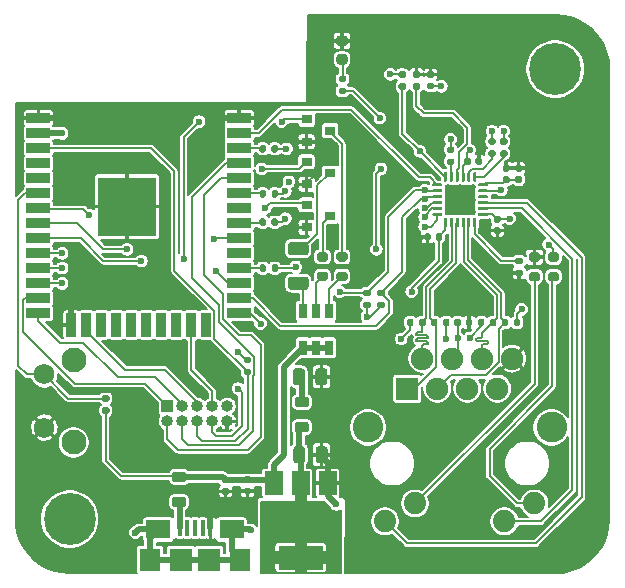
<source format=gbr>
G04 #@! TF.GenerationSoftware,KiCad,Pcbnew,(5.1.7)-1*
G04 #@! TF.CreationDate,2020-12-04T15:33:14-08:00*
G04 #@! TF.ProjectId,EsperDNS,45737065-7244-44e5-932e-6b696361645f,rev?*
G04 #@! TF.SameCoordinates,Original*
G04 #@! TF.FileFunction,Copper,L1,Top*
G04 #@! TF.FilePolarity,Positive*
%FSLAX46Y46*%
G04 Gerber Fmt 4.6, Leading zero omitted, Abs format (unit mm)*
G04 Created by KiCad (PCBNEW (5.1.7)-1) date 2020-12-04 15:33:14*
%MOMM*%
%LPD*%
G01*
G04 APERTURE LIST*
G04 #@! TA.AperFunction,SMDPad,CuDef*
%ADD10R,0.400000X1.350000*%
G04 #@! TD*
G04 #@! TA.AperFunction,SMDPad,CuDef*
%ADD11R,2.100000X1.600000*%
G04 #@! TD*
G04 #@! TA.AperFunction,SMDPad,CuDef*
%ADD12R,1.800000X1.900000*%
G04 #@! TD*
G04 #@! TA.AperFunction,SMDPad,CuDef*
%ADD13R,1.900000X1.900000*%
G04 #@! TD*
G04 #@! TA.AperFunction,ComponentPad*
%ADD14O,1.000000X1.000000*%
G04 #@! TD*
G04 #@! TA.AperFunction,ComponentPad*
%ADD15R,1.000000X1.000000*%
G04 #@! TD*
G04 #@! TA.AperFunction,ComponentPad*
%ADD16C,0.500000*%
G04 #@! TD*
G04 #@! TA.AperFunction,SMDPad,CuDef*
%ADD17R,2.600000X2.600000*%
G04 #@! TD*
G04 #@! TA.AperFunction,SMDPad,CuDef*
%ADD18R,2.000000X0.900000*%
G04 #@! TD*
G04 #@! TA.AperFunction,SMDPad,CuDef*
%ADD19R,0.900000X2.000000*%
G04 #@! TD*
G04 #@! TA.AperFunction,SMDPad,CuDef*
%ADD20R,5.000000X5.000000*%
G04 #@! TD*
G04 #@! TA.AperFunction,SMDPad,CuDef*
%ADD21R,1.500000X2.000000*%
G04 #@! TD*
G04 #@! TA.AperFunction,SMDPad,CuDef*
%ADD22R,3.800000X2.000000*%
G04 #@! TD*
G04 #@! TA.AperFunction,ComponentPad*
%ADD23C,2.100000*%
G04 #@! TD*
G04 #@! TA.AperFunction,ComponentPad*
%ADD24C,1.750000*%
G04 #@! TD*
G04 #@! TA.AperFunction,SMDPad,CuDef*
%ADD25R,0.900000X0.800000*%
G04 #@! TD*
G04 #@! TA.AperFunction,ComponentPad*
%ADD26C,2.600000*%
G04 #@! TD*
G04 #@! TA.AperFunction,ComponentPad*
%ADD27C,1.890000*%
G04 #@! TD*
G04 #@! TA.AperFunction,ComponentPad*
%ADD28C,1.900000*%
G04 #@! TD*
G04 #@! TA.AperFunction,ComponentPad*
%ADD29R,1.900000X1.900000*%
G04 #@! TD*
G04 #@! TA.AperFunction,ComponentPad*
%ADD30C,4.400000*%
G04 #@! TD*
G04 #@! TA.AperFunction,SMDPad,CuDef*
%ADD31R,0.700000X1.300000*%
G04 #@! TD*
G04 #@! TA.AperFunction,ViaPad*
%ADD32C,0.600000*%
G04 #@! TD*
G04 #@! TA.AperFunction,Conductor*
%ADD33C,0.508000*%
G04 #@! TD*
G04 #@! TA.AperFunction,Conductor*
%ADD34C,0.127000*%
G04 #@! TD*
G04 #@! TA.AperFunction,Conductor*
%ADD35C,1.000000*%
G04 #@! TD*
G04 #@! TA.AperFunction,Conductor*
%ADD36C,0.152400*%
G04 #@! TD*
G04 #@! TA.AperFunction,Conductor*
%ADD37C,0.100000*%
G04 #@! TD*
G04 APERTURE END LIST*
G04 #@! TA.AperFunction,SMDPad,CuDef*
G36*
G01*
X250000Y-7475000D02*
X250000Y-6525000D01*
G75*
G02*
X500000Y-6275000I250000J0D01*
G01*
X1000000Y-6275000D01*
G75*
G02*
X1250000Y-6525000I0J-250000D01*
G01*
X1250000Y-7475000D01*
G75*
G02*
X1000000Y-7725000I-250000J0D01*
G01*
X500000Y-7725000D01*
G75*
G02*
X250000Y-7475000I0J250000D01*
G01*
G37*
G04 #@! TD.AperFunction*
G04 #@! TA.AperFunction,SMDPad,CuDef*
G36*
G01*
X-1650000Y-7475000D02*
X-1650000Y-6525000D01*
G75*
G02*
X-1400000Y-6275000I250000J0D01*
G01*
X-900000Y-6275000D01*
G75*
G02*
X-650000Y-6525000I0J-250000D01*
G01*
X-650000Y-7475000D01*
G75*
G02*
X-900000Y-7725000I-250000J0D01*
G01*
X-1400000Y-7725000D01*
G75*
G02*
X-1650000Y-7475000I0J250000D01*
G01*
G37*
G04 #@! TD.AperFunction*
G04 #@! TA.AperFunction,SMDPad,CuDef*
G36*
G01*
X275000Y-14075000D02*
X275000Y-13125000D01*
G75*
G02*
X525000Y-12875000I250000J0D01*
G01*
X1025000Y-12875000D01*
G75*
G02*
X1275000Y-13125000I0J-250000D01*
G01*
X1275000Y-14075000D01*
G75*
G02*
X1025000Y-14325000I-250000J0D01*
G01*
X525000Y-14325000D01*
G75*
G02*
X275000Y-14075000I0J250000D01*
G01*
G37*
G04 #@! TD.AperFunction*
G04 #@! TA.AperFunction,SMDPad,CuDef*
G36*
G01*
X-1625000Y-14075000D02*
X-1625000Y-13125000D01*
G75*
G02*
X-1375000Y-12875000I250000J0D01*
G01*
X-875000Y-12875000D01*
G75*
G02*
X-625000Y-13125000I0J-250000D01*
G01*
X-625000Y-14075000D01*
G75*
G02*
X-875000Y-14325000I-250000J0D01*
G01*
X-1375000Y-14325000D01*
G75*
G02*
X-1625000Y-14075000I0J250000D01*
G01*
G37*
G04 #@! TD.AperFunction*
G04 #@! TA.AperFunction,SMDPad,CuDef*
G36*
G01*
X19075000Y2735000D02*
X18525000Y2735000D01*
G75*
G02*
X18325000Y2935000I0J200000D01*
G01*
X18325000Y3335000D01*
G75*
G02*
X18525000Y3535000I200000J0D01*
G01*
X19075000Y3535000D01*
G75*
G02*
X19275000Y3335000I0J-200000D01*
G01*
X19275000Y2935000D01*
G75*
G02*
X19075000Y2735000I-200000J0D01*
G01*
G37*
G04 #@! TD.AperFunction*
G04 #@! TA.AperFunction,SMDPad,CuDef*
G36*
G01*
X19075000Y1085000D02*
X18525000Y1085000D01*
G75*
G02*
X18325000Y1285000I0J200000D01*
G01*
X18325000Y1685000D01*
G75*
G02*
X18525000Y1885000I200000J0D01*
G01*
X19075000Y1885000D01*
G75*
G02*
X19275000Y1685000I0J-200000D01*
G01*
X19275000Y1285000D01*
G75*
G02*
X19075000Y1085000I-200000J0D01*
G01*
G37*
G04 #@! TD.AperFunction*
G04 #@! TA.AperFunction,SMDPad,CuDef*
G36*
G01*
X20125000Y1875000D02*
X20675000Y1875000D01*
G75*
G02*
X20875000Y1675000I0J-200000D01*
G01*
X20875000Y1275000D01*
G75*
G02*
X20675000Y1075000I-200000J0D01*
G01*
X20125000Y1075000D01*
G75*
G02*
X19925000Y1275000I0J200000D01*
G01*
X19925000Y1675000D01*
G75*
G02*
X20125000Y1875000I200000J0D01*
G01*
G37*
G04 #@! TD.AperFunction*
G04 #@! TA.AperFunction,SMDPad,CuDef*
G36*
G01*
X20125000Y3525000D02*
X20675000Y3525000D01*
G75*
G02*
X20875000Y3325000I0J-200000D01*
G01*
X20875000Y2925000D01*
G75*
G02*
X20675000Y2725000I-200000J0D01*
G01*
X20125000Y2725000D01*
G75*
G02*
X19925000Y2925000I0J200000D01*
G01*
X19925000Y3325000D01*
G75*
G02*
X20125000Y3525000I200000J0D01*
G01*
G37*
G04 #@! TD.AperFunction*
G04 #@! TA.AperFunction,SMDPad,CuDef*
G36*
G01*
X-1281250Y-10825000D02*
X-518750Y-10825000D01*
G75*
G02*
X-300000Y-11043750I0J-218750D01*
G01*
X-300000Y-11481250D01*
G75*
G02*
X-518750Y-11700000I-218750J0D01*
G01*
X-1281250Y-11700000D01*
G75*
G02*
X-1500000Y-11481250I0J218750D01*
G01*
X-1500000Y-11043750D01*
G75*
G02*
X-1281250Y-10825000I218750J0D01*
G01*
G37*
G04 #@! TD.AperFunction*
G04 #@! TA.AperFunction,SMDPad,CuDef*
G36*
G01*
X-1281250Y-8700000D02*
X-518750Y-8700000D01*
G75*
G02*
X-300000Y-8918750I0J-218750D01*
G01*
X-300000Y-9356250D01*
G75*
G02*
X-518750Y-9575000I-218750J0D01*
G01*
X-1281250Y-9575000D01*
G75*
G02*
X-1500000Y-9356250I0J218750D01*
G01*
X-1500000Y-8918750D01*
G75*
G02*
X-1281250Y-8700000I218750J0D01*
G01*
G37*
G04 #@! TD.AperFunction*
G04 #@! TA.AperFunction,SMDPad,CuDef*
G36*
G01*
X-11681250Y-17162500D02*
X-10918750Y-17162500D01*
G75*
G02*
X-10700000Y-17381250I0J-218750D01*
G01*
X-10700000Y-17818750D01*
G75*
G02*
X-10918750Y-18037500I-218750J0D01*
G01*
X-11681250Y-18037500D01*
G75*
G02*
X-11900000Y-17818750I0J218750D01*
G01*
X-11900000Y-17381250D01*
G75*
G02*
X-11681250Y-17162500I218750J0D01*
G01*
G37*
G04 #@! TD.AperFunction*
G04 #@! TA.AperFunction,SMDPad,CuDef*
G36*
G01*
X-11681250Y-15037500D02*
X-10918750Y-15037500D01*
G75*
G02*
X-10700000Y-15256250I0J-218750D01*
G01*
X-10700000Y-15693750D01*
G75*
G02*
X-10918750Y-15912500I-218750J0D01*
G01*
X-11681250Y-15912500D01*
G75*
G02*
X-11900000Y-15693750I0J218750D01*
G01*
X-11900000Y-15256250D01*
G75*
G02*
X-11681250Y-15037500I218750J0D01*
G01*
G37*
G04 #@! TD.AperFunction*
G04 #@! TA.AperFunction,SMDPad,CuDef*
G36*
G01*
X-3940000Y2385000D02*
X-3940000Y2015000D01*
G75*
G02*
X-4075000Y1880000I-135000J0D01*
G01*
X-4345000Y1880000D01*
G75*
G02*
X-4480000Y2015000I0J135000D01*
G01*
X-4480000Y2385000D01*
G75*
G02*
X-4345000Y2520000I135000J0D01*
G01*
X-4075000Y2520000D01*
G75*
G02*
X-3940000Y2385000I0J-135000D01*
G01*
G37*
G04 #@! TD.AperFunction*
G04 #@! TA.AperFunction,SMDPad,CuDef*
G36*
G01*
X-2920000Y2385000D02*
X-2920000Y2015000D01*
G75*
G02*
X-3055000Y1880000I-135000J0D01*
G01*
X-3325000Y1880000D01*
G75*
G02*
X-3460000Y2015000I0J135000D01*
G01*
X-3460000Y2385000D01*
G75*
G02*
X-3325000Y2520000I135000J0D01*
G01*
X-3055000Y2520000D01*
G75*
G02*
X-2920000Y2385000I0J-135000D01*
G01*
G37*
G04 #@! TD.AperFunction*
D10*
X-9950000Y-19800000D03*
X-10600000Y-19800000D03*
X-9300000Y-19800000D03*
X-11250000Y-19800000D03*
X-8650000Y-19800000D03*
D11*
X-13050000Y-19925000D03*
X-6850000Y-19925000D03*
D12*
X-13750000Y-22475000D03*
X-6150000Y-22475000D03*
D13*
X-11150000Y-22475000D03*
X-8750000Y-22475000D03*
D14*
X-7220000Y-10770000D03*
X-7220000Y-9500000D03*
X-8490000Y-10770000D03*
X-8490000Y-9500000D03*
X-9760000Y-10770000D03*
X-9760000Y-9500000D03*
X-11030000Y-10770000D03*
X-11030000Y-9500000D03*
X-12300000Y-10770000D03*
D15*
X-12300000Y-9500000D03*
D16*
X11450000Y9050000D03*
X12500000Y9050000D03*
X13550000Y9050000D03*
X11450000Y8000000D03*
X12500000Y8000000D03*
X13550000Y8000000D03*
X11450000Y6950000D03*
X12500000Y6950000D03*
X13550000Y6950000D03*
D17*
X12500000Y8000000D03*
G04 #@! TA.AperFunction,SMDPad,CuDef*
G36*
G01*
X13875000Y6412500D02*
X13875000Y5712500D01*
G75*
G02*
X13812500Y5650000I-62500J0D01*
G01*
X13687500Y5650000D01*
G75*
G02*
X13625000Y5712500I0J62500D01*
G01*
X13625000Y6412500D01*
G75*
G02*
X13687500Y6475000I62500J0D01*
G01*
X13812500Y6475000D01*
G75*
G02*
X13875000Y6412500I0J-62500D01*
G01*
G37*
G04 #@! TD.AperFunction*
G04 #@! TA.AperFunction,SMDPad,CuDef*
G36*
G01*
X13375000Y6412500D02*
X13375000Y5712500D01*
G75*
G02*
X13312500Y5650000I-62500J0D01*
G01*
X13187500Y5650000D01*
G75*
G02*
X13125000Y5712500I0J62500D01*
G01*
X13125000Y6412500D01*
G75*
G02*
X13187500Y6475000I62500J0D01*
G01*
X13312500Y6475000D01*
G75*
G02*
X13375000Y6412500I0J-62500D01*
G01*
G37*
G04 #@! TD.AperFunction*
G04 #@! TA.AperFunction,SMDPad,CuDef*
G36*
G01*
X12875000Y6412500D02*
X12875000Y5712500D01*
G75*
G02*
X12812500Y5650000I-62500J0D01*
G01*
X12687500Y5650000D01*
G75*
G02*
X12625000Y5712500I0J62500D01*
G01*
X12625000Y6412500D01*
G75*
G02*
X12687500Y6475000I62500J0D01*
G01*
X12812500Y6475000D01*
G75*
G02*
X12875000Y6412500I0J-62500D01*
G01*
G37*
G04 #@! TD.AperFunction*
G04 #@! TA.AperFunction,SMDPad,CuDef*
G36*
G01*
X12375000Y6412500D02*
X12375000Y5712500D01*
G75*
G02*
X12312500Y5650000I-62500J0D01*
G01*
X12187500Y5650000D01*
G75*
G02*
X12125000Y5712500I0J62500D01*
G01*
X12125000Y6412500D01*
G75*
G02*
X12187500Y6475000I62500J0D01*
G01*
X12312500Y6475000D01*
G75*
G02*
X12375000Y6412500I0J-62500D01*
G01*
G37*
G04 #@! TD.AperFunction*
G04 #@! TA.AperFunction,SMDPad,CuDef*
G36*
G01*
X11875000Y6412500D02*
X11875000Y5712500D01*
G75*
G02*
X11812500Y5650000I-62500J0D01*
G01*
X11687500Y5650000D01*
G75*
G02*
X11625000Y5712500I0J62500D01*
G01*
X11625000Y6412500D01*
G75*
G02*
X11687500Y6475000I62500J0D01*
G01*
X11812500Y6475000D01*
G75*
G02*
X11875000Y6412500I0J-62500D01*
G01*
G37*
G04 #@! TD.AperFunction*
G04 #@! TA.AperFunction,SMDPad,CuDef*
G36*
G01*
X11375000Y6412500D02*
X11375000Y5712500D01*
G75*
G02*
X11312500Y5650000I-62500J0D01*
G01*
X11187500Y5650000D01*
G75*
G02*
X11125000Y5712500I0J62500D01*
G01*
X11125000Y6412500D01*
G75*
G02*
X11187500Y6475000I62500J0D01*
G01*
X11312500Y6475000D01*
G75*
G02*
X11375000Y6412500I0J-62500D01*
G01*
G37*
G04 #@! TD.AperFunction*
G04 #@! TA.AperFunction,SMDPad,CuDef*
G36*
G01*
X10975000Y6812500D02*
X10975000Y6687500D01*
G75*
G02*
X10912500Y6625000I-62500J0D01*
G01*
X10212500Y6625000D01*
G75*
G02*
X10150000Y6687500I0J62500D01*
G01*
X10150000Y6812500D01*
G75*
G02*
X10212500Y6875000I62500J0D01*
G01*
X10912500Y6875000D01*
G75*
G02*
X10975000Y6812500I0J-62500D01*
G01*
G37*
G04 #@! TD.AperFunction*
G04 #@! TA.AperFunction,SMDPad,CuDef*
G36*
G01*
X10975000Y7312500D02*
X10975000Y7187500D01*
G75*
G02*
X10912500Y7125000I-62500J0D01*
G01*
X10212500Y7125000D01*
G75*
G02*
X10150000Y7187500I0J62500D01*
G01*
X10150000Y7312500D01*
G75*
G02*
X10212500Y7375000I62500J0D01*
G01*
X10912500Y7375000D01*
G75*
G02*
X10975000Y7312500I0J-62500D01*
G01*
G37*
G04 #@! TD.AperFunction*
G04 #@! TA.AperFunction,SMDPad,CuDef*
G36*
G01*
X10975000Y7812500D02*
X10975000Y7687500D01*
G75*
G02*
X10912500Y7625000I-62500J0D01*
G01*
X10212500Y7625000D01*
G75*
G02*
X10150000Y7687500I0J62500D01*
G01*
X10150000Y7812500D01*
G75*
G02*
X10212500Y7875000I62500J0D01*
G01*
X10912500Y7875000D01*
G75*
G02*
X10975000Y7812500I0J-62500D01*
G01*
G37*
G04 #@! TD.AperFunction*
G04 #@! TA.AperFunction,SMDPad,CuDef*
G36*
G01*
X10975000Y8312500D02*
X10975000Y8187500D01*
G75*
G02*
X10912500Y8125000I-62500J0D01*
G01*
X10212500Y8125000D01*
G75*
G02*
X10150000Y8187500I0J62500D01*
G01*
X10150000Y8312500D01*
G75*
G02*
X10212500Y8375000I62500J0D01*
G01*
X10912500Y8375000D01*
G75*
G02*
X10975000Y8312500I0J-62500D01*
G01*
G37*
G04 #@! TD.AperFunction*
G04 #@! TA.AperFunction,SMDPad,CuDef*
G36*
G01*
X10975000Y8812500D02*
X10975000Y8687500D01*
G75*
G02*
X10912500Y8625000I-62500J0D01*
G01*
X10212500Y8625000D01*
G75*
G02*
X10150000Y8687500I0J62500D01*
G01*
X10150000Y8812500D01*
G75*
G02*
X10212500Y8875000I62500J0D01*
G01*
X10912500Y8875000D01*
G75*
G02*
X10975000Y8812500I0J-62500D01*
G01*
G37*
G04 #@! TD.AperFunction*
G04 #@! TA.AperFunction,SMDPad,CuDef*
G36*
G01*
X10975000Y9312500D02*
X10975000Y9187500D01*
G75*
G02*
X10912500Y9125000I-62500J0D01*
G01*
X10212500Y9125000D01*
G75*
G02*
X10150000Y9187500I0J62500D01*
G01*
X10150000Y9312500D01*
G75*
G02*
X10212500Y9375000I62500J0D01*
G01*
X10912500Y9375000D01*
G75*
G02*
X10975000Y9312500I0J-62500D01*
G01*
G37*
G04 #@! TD.AperFunction*
G04 #@! TA.AperFunction,SMDPad,CuDef*
G36*
G01*
X11375000Y10287500D02*
X11375000Y9587500D01*
G75*
G02*
X11312500Y9525000I-62500J0D01*
G01*
X11187500Y9525000D01*
G75*
G02*
X11125000Y9587500I0J62500D01*
G01*
X11125000Y10287500D01*
G75*
G02*
X11187500Y10350000I62500J0D01*
G01*
X11312500Y10350000D01*
G75*
G02*
X11375000Y10287500I0J-62500D01*
G01*
G37*
G04 #@! TD.AperFunction*
G04 #@! TA.AperFunction,SMDPad,CuDef*
G36*
G01*
X11875000Y10287500D02*
X11875000Y9587500D01*
G75*
G02*
X11812500Y9525000I-62500J0D01*
G01*
X11687500Y9525000D01*
G75*
G02*
X11625000Y9587500I0J62500D01*
G01*
X11625000Y10287500D01*
G75*
G02*
X11687500Y10350000I62500J0D01*
G01*
X11812500Y10350000D01*
G75*
G02*
X11875000Y10287500I0J-62500D01*
G01*
G37*
G04 #@! TD.AperFunction*
G04 #@! TA.AperFunction,SMDPad,CuDef*
G36*
G01*
X12375000Y10287500D02*
X12375000Y9587500D01*
G75*
G02*
X12312500Y9525000I-62500J0D01*
G01*
X12187500Y9525000D01*
G75*
G02*
X12125000Y9587500I0J62500D01*
G01*
X12125000Y10287500D01*
G75*
G02*
X12187500Y10350000I62500J0D01*
G01*
X12312500Y10350000D01*
G75*
G02*
X12375000Y10287500I0J-62500D01*
G01*
G37*
G04 #@! TD.AperFunction*
G04 #@! TA.AperFunction,SMDPad,CuDef*
G36*
G01*
X12875000Y10287500D02*
X12875000Y9587500D01*
G75*
G02*
X12812500Y9525000I-62500J0D01*
G01*
X12687500Y9525000D01*
G75*
G02*
X12625000Y9587500I0J62500D01*
G01*
X12625000Y10287500D01*
G75*
G02*
X12687500Y10350000I62500J0D01*
G01*
X12812500Y10350000D01*
G75*
G02*
X12875000Y10287500I0J-62500D01*
G01*
G37*
G04 #@! TD.AperFunction*
G04 #@! TA.AperFunction,SMDPad,CuDef*
G36*
G01*
X13375000Y10287500D02*
X13375000Y9587500D01*
G75*
G02*
X13312500Y9525000I-62500J0D01*
G01*
X13187500Y9525000D01*
G75*
G02*
X13125000Y9587500I0J62500D01*
G01*
X13125000Y10287500D01*
G75*
G02*
X13187500Y10350000I62500J0D01*
G01*
X13312500Y10350000D01*
G75*
G02*
X13375000Y10287500I0J-62500D01*
G01*
G37*
G04 #@! TD.AperFunction*
G04 #@! TA.AperFunction,SMDPad,CuDef*
G36*
G01*
X13875000Y10287500D02*
X13875000Y9587500D01*
G75*
G02*
X13812500Y9525000I-62500J0D01*
G01*
X13687500Y9525000D01*
G75*
G02*
X13625000Y9587500I0J62500D01*
G01*
X13625000Y10287500D01*
G75*
G02*
X13687500Y10350000I62500J0D01*
G01*
X13812500Y10350000D01*
G75*
G02*
X13875000Y10287500I0J-62500D01*
G01*
G37*
G04 #@! TD.AperFunction*
G04 #@! TA.AperFunction,SMDPad,CuDef*
G36*
G01*
X14850000Y9312500D02*
X14850000Y9187500D01*
G75*
G02*
X14787500Y9125000I-62500J0D01*
G01*
X14087500Y9125000D01*
G75*
G02*
X14025000Y9187500I0J62500D01*
G01*
X14025000Y9312500D01*
G75*
G02*
X14087500Y9375000I62500J0D01*
G01*
X14787500Y9375000D01*
G75*
G02*
X14850000Y9312500I0J-62500D01*
G01*
G37*
G04 #@! TD.AperFunction*
G04 #@! TA.AperFunction,SMDPad,CuDef*
G36*
G01*
X14850000Y8812500D02*
X14850000Y8687500D01*
G75*
G02*
X14787500Y8625000I-62500J0D01*
G01*
X14087500Y8625000D01*
G75*
G02*
X14025000Y8687500I0J62500D01*
G01*
X14025000Y8812500D01*
G75*
G02*
X14087500Y8875000I62500J0D01*
G01*
X14787500Y8875000D01*
G75*
G02*
X14850000Y8812500I0J-62500D01*
G01*
G37*
G04 #@! TD.AperFunction*
G04 #@! TA.AperFunction,SMDPad,CuDef*
G36*
G01*
X14850000Y8312500D02*
X14850000Y8187500D01*
G75*
G02*
X14787500Y8125000I-62500J0D01*
G01*
X14087500Y8125000D01*
G75*
G02*
X14025000Y8187500I0J62500D01*
G01*
X14025000Y8312500D01*
G75*
G02*
X14087500Y8375000I62500J0D01*
G01*
X14787500Y8375000D01*
G75*
G02*
X14850000Y8312500I0J-62500D01*
G01*
G37*
G04 #@! TD.AperFunction*
G04 #@! TA.AperFunction,SMDPad,CuDef*
G36*
G01*
X14850000Y7812500D02*
X14850000Y7687500D01*
G75*
G02*
X14787500Y7625000I-62500J0D01*
G01*
X14087500Y7625000D01*
G75*
G02*
X14025000Y7687500I0J62500D01*
G01*
X14025000Y7812500D01*
G75*
G02*
X14087500Y7875000I62500J0D01*
G01*
X14787500Y7875000D01*
G75*
G02*
X14850000Y7812500I0J-62500D01*
G01*
G37*
G04 #@! TD.AperFunction*
G04 #@! TA.AperFunction,SMDPad,CuDef*
G36*
G01*
X14850000Y7312500D02*
X14850000Y7187500D01*
G75*
G02*
X14787500Y7125000I-62500J0D01*
G01*
X14087500Y7125000D01*
G75*
G02*
X14025000Y7187500I0J62500D01*
G01*
X14025000Y7312500D01*
G75*
G02*
X14087500Y7375000I62500J0D01*
G01*
X14787500Y7375000D01*
G75*
G02*
X14850000Y7312500I0J-62500D01*
G01*
G37*
G04 #@! TD.AperFunction*
G04 #@! TA.AperFunction,SMDPad,CuDef*
G36*
G01*
X14850000Y6812500D02*
X14850000Y6687500D01*
G75*
G02*
X14787500Y6625000I-62500J0D01*
G01*
X14087500Y6625000D01*
G75*
G02*
X14025000Y6687500I0J62500D01*
G01*
X14025000Y6812500D01*
G75*
G02*
X14087500Y6875000I62500J0D01*
G01*
X14787500Y6875000D01*
G75*
G02*
X14850000Y6812500I0J-62500D01*
G01*
G37*
G04 #@! TD.AperFunction*
D18*
X-6200000Y14900000D03*
X-6200000Y13630000D03*
X-6200000Y12360000D03*
X-6200000Y11090000D03*
X-6200000Y9820000D03*
X-6200000Y8550000D03*
X-6200000Y7280000D03*
X-6200000Y6010000D03*
X-6200000Y4740000D03*
X-6200000Y3470000D03*
X-6200000Y2200000D03*
X-6200000Y930000D03*
X-6200000Y-340000D03*
X-6200000Y-1610000D03*
D19*
X-8985000Y-2610000D03*
X-10255000Y-2610000D03*
X-11525000Y-2610000D03*
X-12795000Y-2610000D03*
X-14065000Y-2610000D03*
X-15335000Y-2610000D03*
X-16605000Y-2610000D03*
X-17875000Y-2610000D03*
X-19145000Y-2610000D03*
X-20415000Y-2610000D03*
D18*
X-23200000Y-1610000D03*
X-23200000Y-340000D03*
X-23200000Y930000D03*
X-23200000Y2200000D03*
X-23200000Y3470000D03*
X-23200000Y4740000D03*
X-23200000Y6010000D03*
X-23200000Y7280000D03*
X-23200000Y8550000D03*
X-23200000Y9820000D03*
X-23200000Y11090000D03*
X-23200000Y12360000D03*
X-23200000Y13630000D03*
X-23200000Y14900000D03*
D20*
X-15700000Y7400000D03*
D21*
X1300000Y-16000000D03*
X-3300000Y-16000000D03*
X-1000000Y-16000000D03*
D22*
X-1000000Y-22300000D03*
D23*
X-20210000Y-12550000D03*
D24*
X-22700000Y-11300000D03*
X-22700000Y-6800000D03*
D23*
X-20210000Y-5540000D03*
G04 #@! TA.AperFunction,SMDPad,CuDef*
G36*
G01*
X8985000Y18340000D02*
X8615000Y18340000D01*
G75*
G02*
X8480000Y18475000I0J135000D01*
G01*
X8480000Y18745000D01*
G75*
G02*
X8615000Y18880000I135000J0D01*
G01*
X8985000Y18880000D01*
G75*
G02*
X9120000Y18745000I0J-135000D01*
G01*
X9120000Y18475000D01*
G75*
G02*
X8985000Y18340000I-135000J0D01*
G01*
G37*
G04 #@! TD.AperFunction*
G04 #@! TA.AperFunction,SMDPad,CuDef*
G36*
G01*
X8985000Y17320000D02*
X8615000Y17320000D01*
G75*
G02*
X8480000Y17455000I0J135000D01*
G01*
X8480000Y17725000D01*
G75*
G02*
X8615000Y17860000I135000J0D01*
G01*
X8985000Y17860000D01*
G75*
G02*
X9120000Y17725000I0J-135000D01*
G01*
X9120000Y17455000D01*
G75*
G02*
X8985000Y17320000I-135000J0D01*
G01*
G37*
G04 #@! TD.AperFunction*
G04 #@! TA.AperFunction,SMDPad,CuDef*
G36*
G01*
X17315000Y2060000D02*
X17685000Y2060000D01*
G75*
G02*
X17820000Y1925000I0J-135000D01*
G01*
X17820000Y1655000D01*
G75*
G02*
X17685000Y1520000I-135000J0D01*
G01*
X17315000Y1520000D01*
G75*
G02*
X17180000Y1655000I0J135000D01*
G01*
X17180000Y1925000D01*
G75*
G02*
X17315000Y2060000I135000J0D01*
G01*
G37*
G04 #@! TD.AperFunction*
G04 #@! TA.AperFunction,SMDPad,CuDef*
G36*
G01*
X17315000Y3080000D02*
X17685000Y3080000D01*
G75*
G02*
X17820000Y2945000I0J-135000D01*
G01*
X17820000Y2675000D01*
G75*
G02*
X17685000Y2540000I-135000J0D01*
G01*
X17315000Y2540000D01*
G75*
G02*
X17180000Y2675000I0J135000D01*
G01*
X17180000Y2945000D01*
G75*
G02*
X17315000Y3080000I135000J0D01*
G01*
G37*
G04 #@! TD.AperFunction*
G04 #@! TA.AperFunction,SMDPad,CuDef*
G36*
G01*
X11885000Y11950000D02*
X11515000Y11950000D01*
G75*
G02*
X11380000Y12085000I0J135000D01*
G01*
X11380000Y12355000D01*
G75*
G02*
X11515000Y12490000I135000J0D01*
G01*
X11885000Y12490000D01*
G75*
G02*
X12020000Y12355000I0J-135000D01*
G01*
X12020000Y12085000D01*
G75*
G02*
X11885000Y11950000I-135000J0D01*
G01*
G37*
G04 #@! TD.AperFunction*
G04 #@! TA.AperFunction,SMDPad,CuDef*
G36*
G01*
X11885000Y10930000D02*
X11515000Y10930000D01*
G75*
G02*
X11380000Y11065000I0J135000D01*
G01*
X11380000Y11335000D01*
G75*
G02*
X11515000Y11470000I135000J0D01*
G01*
X11885000Y11470000D01*
G75*
G02*
X12020000Y11335000I0J-135000D01*
G01*
X12020000Y11065000D01*
G75*
G02*
X11885000Y10930000I-135000J0D01*
G01*
G37*
G04 #@! TD.AperFunction*
G04 #@! TA.AperFunction,SMDPad,CuDef*
G36*
G01*
X16385000Y12650000D02*
X16015000Y12650000D01*
G75*
G02*
X15880000Y12785000I0J135000D01*
G01*
X15880000Y13055000D01*
G75*
G02*
X16015000Y13190000I135000J0D01*
G01*
X16385000Y13190000D01*
G75*
G02*
X16520000Y13055000I0J-135000D01*
G01*
X16520000Y12785000D01*
G75*
G02*
X16385000Y12650000I-135000J0D01*
G01*
G37*
G04 #@! TD.AperFunction*
G04 #@! TA.AperFunction,SMDPad,CuDef*
G36*
G01*
X16385000Y11630000D02*
X16015000Y11630000D01*
G75*
G02*
X15880000Y11765000I0J135000D01*
G01*
X15880000Y12035000D01*
G75*
G02*
X16015000Y12170000I135000J0D01*
G01*
X16385000Y12170000D01*
G75*
G02*
X16520000Y12035000I0J-135000D01*
G01*
X16520000Y11765000D01*
G75*
G02*
X16385000Y11630000I-135000J0D01*
G01*
G37*
G04 #@! TD.AperFunction*
G04 #@! TA.AperFunction,SMDPad,CuDef*
G36*
G01*
X15385000Y12650000D02*
X15015000Y12650000D01*
G75*
G02*
X14880000Y12785000I0J135000D01*
G01*
X14880000Y13055000D01*
G75*
G02*
X15015000Y13190000I135000J0D01*
G01*
X15385000Y13190000D01*
G75*
G02*
X15520000Y13055000I0J-135000D01*
G01*
X15520000Y12785000D01*
G75*
G02*
X15385000Y12650000I-135000J0D01*
G01*
G37*
G04 #@! TD.AperFunction*
G04 #@! TA.AperFunction,SMDPad,CuDef*
G36*
G01*
X15385000Y11630000D02*
X15015000Y11630000D01*
G75*
G02*
X14880000Y11765000I0J135000D01*
G01*
X14880000Y12035000D01*
G75*
G02*
X15015000Y12170000I135000J0D01*
G01*
X15385000Y12170000D01*
G75*
G02*
X15520000Y12035000I0J-135000D01*
G01*
X15520000Y11765000D01*
G75*
G02*
X15385000Y11630000I-135000J0D01*
G01*
G37*
G04 #@! TD.AperFunction*
G04 #@! TA.AperFunction,SMDPad,CuDef*
G36*
G01*
X15030000Y-2585000D02*
X15030000Y-2215000D01*
G75*
G02*
X15165000Y-2080000I135000J0D01*
G01*
X15435000Y-2080000D01*
G75*
G02*
X15570000Y-2215000I0J-135000D01*
G01*
X15570000Y-2585000D01*
G75*
G02*
X15435000Y-2720000I-135000J0D01*
G01*
X15165000Y-2720000D01*
G75*
G02*
X15030000Y-2585000I0J135000D01*
G01*
G37*
G04 #@! TD.AperFunction*
G04 #@! TA.AperFunction,SMDPad,CuDef*
G36*
G01*
X14010000Y-2585000D02*
X14010000Y-2215000D01*
G75*
G02*
X14145000Y-2080000I135000J0D01*
G01*
X14415000Y-2080000D01*
G75*
G02*
X14550000Y-2215000I0J-135000D01*
G01*
X14550000Y-2585000D01*
G75*
G02*
X14415000Y-2720000I-135000J0D01*
G01*
X14145000Y-2720000D01*
G75*
G02*
X14010000Y-2585000I0J135000D01*
G01*
G37*
G04 #@! TD.AperFunction*
G04 #@! TA.AperFunction,SMDPad,CuDef*
G36*
G01*
X16570000Y-2215000D02*
X16570000Y-2585000D01*
G75*
G02*
X16435000Y-2720000I-135000J0D01*
G01*
X16165000Y-2720000D01*
G75*
G02*
X16030000Y-2585000I0J135000D01*
G01*
X16030000Y-2215000D01*
G75*
G02*
X16165000Y-2080000I135000J0D01*
G01*
X16435000Y-2080000D01*
G75*
G02*
X16570000Y-2215000I0J-135000D01*
G01*
G37*
G04 #@! TD.AperFunction*
G04 #@! TA.AperFunction,SMDPad,CuDef*
G36*
G01*
X17590000Y-2215000D02*
X17590000Y-2585000D01*
G75*
G02*
X17455000Y-2720000I-135000J0D01*
G01*
X17185000Y-2720000D01*
G75*
G02*
X17050000Y-2585000I0J135000D01*
G01*
X17050000Y-2215000D01*
G75*
G02*
X17185000Y-2080000I135000J0D01*
G01*
X17455000Y-2080000D01*
G75*
G02*
X17590000Y-2215000I0J-135000D01*
G01*
G37*
G04 #@! TD.AperFunction*
G04 #@! TA.AperFunction,SMDPad,CuDef*
G36*
G01*
X9030000Y-2585000D02*
X9030000Y-2215000D01*
G75*
G02*
X9165000Y-2080000I135000J0D01*
G01*
X9435000Y-2080000D01*
G75*
G02*
X9570000Y-2215000I0J-135000D01*
G01*
X9570000Y-2585000D01*
G75*
G02*
X9435000Y-2720000I-135000J0D01*
G01*
X9165000Y-2720000D01*
G75*
G02*
X9030000Y-2585000I0J135000D01*
G01*
G37*
G04 #@! TD.AperFunction*
G04 #@! TA.AperFunction,SMDPad,CuDef*
G36*
G01*
X8010000Y-2585000D02*
X8010000Y-2215000D01*
G75*
G02*
X8145000Y-2080000I135000J0D01*
G01*
X8415000Y-2080000D01*
G75*
G02*
X8550000Y-2215000I0J-135000D01*
G01*
X8550000Y-2585000D01*
G75*
G02*
X8415000Y-2720000I-135000J0D01*
G01*
X8145000Y-2720000D01*
G75*
G02*
X8010000Y-2585000I0J135000D01*
G01*
G37*
G04 #@! TD.AperFunction*
G04 #@! TA.AperFunction,SMDPad,CuDef*
G36*
G01*
X10570000Y-2215000D02*
X10570000Y-2585000D01*
G75*
G02*
X10435000Y-2720000I-135000J0D01*
G01*
X10165000Y-2720000D01*
G75*
G02*
X10030000Y-2585000I0J135000D01*
G01*
X10030000Y-2215000D01*
G75*
G02*
X10165000Y-2080000I135000J0D01*
G01*
X10435000Y-2080000D01*
G75*
G02*
X10570000Y-2215000I0J-135000D01*
G01*
G37*
G04 #@! TD.AperFunction*
G04 #@! TA.AperFunction,SMDPad,CuDef*
G36*
G01*
X11590000Y-2215000D02*
X11590000Y-2585000D01*
G75*
G02*
X11455000Y-2720000I-135000J0D01*
G01*
X11185000Y-2720000D01*
G75*
G02*
X11050000Y-2585000I0J135000D01*
G01*
X11050000Y-2215000D01*
G75*
G02*
X11185000Y-2080000I135000J0D01*
G01*
X11455000Y-2080000D01*
G75*
G02*
X11590000Y-2215000I0J-135000D01*
G01*
G37*
G04 #@! TD.AperFunction*
G04 #@! TA.AperFunction,SMDPad,CuDef*
G36*
G01*
X4785000Y-170000D02*
X4415000Y-170000D01*
G75*
G02*
X4280000Y-35000I0J135000D01*
G01*
X4280000Y235000D01*
G75*
G02*
X4415000Y370000I135000J0D01*
G01*
X4785000Y370000D01*
G75*
G02*
X4920000Y235000I0J-135000D01*
G01*
X4920000Y-35000D01*
G75*
G02*
X4785000Y-170000I-135000J0D01*
G01*
G37*
G04 #@! TD.AperFunction*
G04 #@! TA.AperFunction,SMDPad,CuDef*
G36*
G01*
X4785000Y-1190000D02*
X4415000Y-1190000D01*
G75*
G02*
X4280000Y-1055000I0J135000D01*
G01*
X4280000Y-785000D01*
G75*
G02*
X4415000Y-650000I135000J0D01*
G01*
X4785000Y-650000D01*
G75*
G02*
X4920000Y-785000I0J-135000D01*
G01*
X4920000Y-1055000D01*
G75*
G02*
X4785000Y-1190000I-135000J0D01*
G01*
G37*
G04 #@! TD.AperFunction*
G04 #@! TA.AperFunction,SMDPad,CuDef*
G36*
G01*
X5985000Y-160000D02*
X5615000Y-160000D01*
G75*
G02*
X5480000Y-25000I0J135000D01*
G01*
X5480000Y245000D01*
G75*
G02*
X5615000Y380000I135000J0D01*
G01*
X5985000Y380000D01*
G75*
G02*
X6120000Y245000I0J-135000D01*
G01*
X6120000Y-25000D01*
G75*
G02*
X5985000Y-160000I-135000J0D01*
G01*
G37*
G04 #@! TD.AperFunction*
G04 #@! TA.AperFunction,SMDPad,CuDef*
G36*
G01*
X5985000Y-1180000D02*
X5615000Y-1180000D01*
G75*
G02*
X5480000Y-1045000I0J135000D01*
G01*
X5480000Y-775000D01*
G75*
G02*
X5615000Y-640000I135000J0D01*
G01*
X5985000Y-640000D01*
G75*
G02*
X6120000Y-775000I0J-135000D01*
G01*
X6120000Y-1045000D01*
G75*
G02*
X5985000Y-1180000I-135000J0D01*
G01*
G37*
G04 #@! TD.AperFunction*
G04 #@! TA.AperFunction,SMDPad,CuDef*
G36*
G01*
X7415000Y17850000D02*
X7785000Y17850000D01*
G75*
G02*
X7920000Y17715000I0J-135000D01*
G01*
X7920000Y17445000D01*
G75*
G02*
X7785000Y17310000I-135000J0D01*
G01*
X7415000Y17310000D01*
G75*
G02*
X7280000Y17445000I0J135000D01*
G01*
X7280000Y17715000D01*
G75*
G02*
X7415000Y17850000I135000J0D01*
G01*
G37*
G04 #@! TD.AperFunction*
G04 #@! TA.AperFunction,SMDPad,CuDef*
G36*
G01*
X7415000Y18870000D02*
X7785000Y18870000D01*
G75*
G02*
X7920000Y18735000I0J-135000D01*
G01*
X7920000Y18465000D01*
G75*
G02*
X7785000Y18330000I-135000J0D01*
G01*
X7415000Y18330000D01*
G75*
G02*
X7280000Y18465000I0J135000D01*
G01*
X7280000Y18735000D01*
G75*
G02*
X7415000Y18870000I135000J0D01*
G01*
G37*
G04 #@! TD.AperFunction*
G04 #@! TA.AperFunction,SMDPad,CuDef*
G36*
G01*
X-3470000Y12115000D02*
X-3470000Y12485000D01*
G75*
G02*
X-3335000Y12620000I135000J0D01*
G01*
X-3065000Y12620000D01*
G75*
G02*
X-2930000Y12485000I0J-135000D01*
G01*
X-2930000Y12115000D01*
G75*
G02*
X-3065000Y11980000I-135000J0D01*
G01*
X-3335000Y11980000D01*
G75*
G02*
X-3470000Y12115000I0J135000D01*
G01*
G37*
G04 #@! TD.AperFunction*
G04 #@! TA.AperFunction,SMDPad,CuDef*
G36*
G01*
X-4490000Y12115000D02*
X-4490000Y12485000D01*
G75*
G02*
X-4355000Y12620000I135000J0D01*
G01*
X-4085000Y12620000D01*
G75*
G02*
X-3950000Y12485000I0J-135000D01*
G01*
X-3950000Y12115000D01*
G75*
G02*
X-4085000Y11980000I-135000J0D01*
G01*
X-4355000Y11980000D01*
G75*
G02*
X-4490000Y12115000I0J135000D01*
G01*
G37*
G04 #@! TD.AperFunction*
G04 #@! TA.AperFunction,SMDPad,CuDef*
G36*
G01*
X-17315000Y-9110000D02*
X-17685000Y-9110000D01*
G75*
G02*
X-17820000Y-8975000I0J135000D01*
G01*
X-17820000Y-8705000D01*
G75*
G02*
X-17685000Y-8570000I135000J0D01*
G01*
X-17315000Y-8570000D01*
G75*
G02*
X-17180000Y-8705000I0J-135000D01*
G01*
X-17180000Y-8975000D01*
G75*
G02*
X-17315000Y-9110000I-135000J0D01*
G01*
G37*
G04 #@! TD.AperFunction*
G04 #@! TA.AperFunction,SMDPad,CuDef*
G36*
G01*
X-17315000Y-10130000D02*
X-17685000Y-10130000D01*
G75*
G02*
X-17820000Y-9995000I0J135000D01*
G01*
X-17820000Y-9725000D01*
G75*
G02*
X-17685000Y-9590000I135000J0D01*
G01*
X-17315000Y-9590000D01*
G75*
G02*
X-17180000Y-9725000I0J-135000D01*
G01*
X-17180000Y-9995000D01*
G75*
G02*
X-17315000Y-10130000I-135000J0D01*
G01*
G37*
G04 #@! TD.AperFunction*
G04 #@! TA.AperFunction,SMDPad,CuDef*
G36*
G01*
X-3460000Y8315000D02*
X-3460000Y8685000D01*
G75*
G02*
X-3325000Y8820000I135000J0D01*
G01*
X-3055000Y8820000D01*
G75*
G02*
X-2920000Y8685000I0J-135000D01*
G01*
X-2920000Y8315000D01*
G75*
G02*
X-3055000Y8180000I-135000J0D01*
G01*
X-3325000Y8180000D01*
G75*
G02*
X-3460000Y8315000I0J135000D01*
G01*
G37*
G04 #@! TD.AperFunction*
G04 #@! TA.AperFunction,SMDPad,CuDef*
G36*
G01*
X-4480000Y8315000D02*
X-4480000Y8685000D01*
G75*
G02*
X-4345000Y8820000I135000J0D01*
G01*
X-4075000Y8820000D01*
G75*
G02*
X-3940000Y8685000I0J-135000D01*
G01*
X-3940000Y8315000D01*
G75*
G02*
X-4075000Y8180000I-135000J0D01*
G01*
X-4345000Y8180000D01*
G75*
G02*
X-4480000Y8315000I0J135000D01*
G01*
G37*
G04 #@! TD.AperFunction*
G04 #@! TA.AperFunction,SMDPad,CuDef*
G36*
G01*
X-3470000Y5915000D02*
X-3470000Y6285000D01*
G75*
G02*
X-3335000Y6420000I135000J0D01*
G01*
X-3065000Y6420000D01*
G75*
G02*
X-2930000Y6285000I0J-135000D01*
G01*
X-2930000Y5915000D01*
G75*
G02*
X-3065000Y5780000I-135000J0D01*
G01*
X-3335000Y5780000D01*
G75*
G02*
X-3470000Y5915000I0J135000D01*
G01*
G37*
G04 #@! TD.AperFunction*
G04 #@! TA.AperFunction,SMDPad,CuDef*
G36*
G01*
X-4490000Y5915000D02*
X-4490000Y6285000D01*
G75*
G02*
X-4355000Y6420000I135000J0D01*
G01*
X-4085000Y6420000D01*
G75*
G02*
X-3950000Y6285000I0J-135000D01*
G01*
X-3950000Y5915000D01*
G75*
G02*
X-4085000Y5780000I-135000J0D01*
G01*
X-4355000Y5780000D01*
G75*
G02*
X-4490000Y5915000I0J135000D01*
G01*
G37*
G04 #@! TD.AperFunction*
G04 #@! TA.AperFunction,SMDPad,CuDef*
G36*
G01*
X-574999Y3287500D02*
X-1825001Y3287500D01*
G75*
G02*
X-2075000Y3537499I0J249999D01*
G01*
X-2075000Y4162501D01*
G75*
G02*
X-1825001Y4412500I249999J0D01*
G01*
X-574999Y4412500D01*
G75*
G02*
X-325000Y4162501I0J-249999D01*
G01*
X-325000Y3537499D01*
G75*
G02*
X-574999Y3287500I-249999J0D01*
G01*
G37*
G04 #@! TD.AperFunction*
G04 #@! TA.AperFunction,SMDPad,CuDef*
G36*
G01*
X-574999Y362500D02*
X-1825001Y362500D01*
G75*
G02*
X-2075000Y612499I0J249999D01*
G01*
X-2075000Y1237501D01*
G75*
G02*
X-1825001Y1487500I249999J0D01*
G01*
X-574999Y1487500D01*
G75*
G02*
X-325000Y1237501I0J-249999D01*
G01*
X-325000Y612499D01*
G75*
G02*
X-574999Y362500I-249999J0D01*
G01*
G37*
G04 #@! TD.AperFunction*
G04 #@! TA.AperFunction,SMDPad,CuDef*
G36*
G01*
X1125000Y2750000D02*
X575000Y2750000D01*
G75*
G02*
X375000Y2950000I0J200000D01*
G01*
X375000Y3350000D01*
G75*
G02*
X575000Y3550000I200000J0D01*
G01*
X1125000Y3550000D01*
G75*
G02*
X1325000Y3350000I0J-200000D01*
G01*
X1325000Y2950000D01*
G75*
G02*
X1125000Y2750000I-200000J0D01*
G01*
G37*
G04 #@! TD.AperFunction*
G04 #@! TA.AperFunction,SMDPad,CuDef*
G36*
G01*
X1125000Y1100000D02*
X575000Y1100000D01*
G75*
G02*
X375000Y1300000I0J200000D01*
G01*
X375000Y1700000D01*
G75*
G02*
X575000Y1900000I200000J0D01*
G01*
X1125000Y1900000D01*
G75*
G02*
X1325000Y1700000I0J-200000D01*
G01*
X1325000Y1300000D01*
G75*
G02*
X1125000Y1100000I-200000J0D01*
G01*
G37*
G04 #@! TD.AperFunction*
G04 #@! TA.AperFunction,SMDPad,CuDef*
G36*
G01*
X2775000Y2750000D02*
X2225000Y2750000D01*
G75*
G02*
X2025000Y2950000I0J200000D01*
G01*
X2025000Y3350000D01*
G75*
G02*
X2225000Y3550000I200000J0D01*
G01*
X2775000Y3550000D01*
G75*
G02*
X2975000Y3350000I0J-200000D01*
G01*
X2975000Y2950000D01*
G75*
G02*
X2775000Y2750000I-200000J0D01*
G01*
G37*
G04 #@! TD.AperFunction*
G04 #@! TA.AperFunction,SMDPad,CuDef*
G36*
G01*
X2775000Y1100000D02*
X2225000Y1100000D01*
G75*
G02*
X2025000Y1300000I0J200000D01*
G01*
X2025000Y1700000D01*
G75*
G02*
X2225000Y1900000I200000J0D01*
G01*
X2775000Y1900000D01*
G75*
G02*
X2975000Y1700000I0J-200000D01*
G01*
X2975000Y1300000D01*
G75*
G02*
X2775000Y1100000I-200000J0D01*
G01*
G37*
G04 #@! TD.AperFunction*
G04 #@! TA.AperFunction,SMDPad,CuDef*
G36*
G01*
X-5315000Y-5850000D02*
X-5685000Y-5850000D01*
G75*
G02*
X-5820000Y-5715000I0J135000D01*
G01*
X-5820000Y-5445000D01*
G75*
G02*
X-5685000Y-5310000I135000J0D01*
G01*
X-5315000Y-5310000D01*
G75*
G02*
X-5180000Y-5445000I0J-135000D01*
G01*
X-5180000Y-5715000D01*
G75*
G02*
X-5315000Y-5850000I-135000J0D01*
G01*
G37*
G04 #@! TD.AperFunction*
G04 #@! TA.AperFunction,SMDPad,CuDef*
G36*
G01*
X-5315000Y-6870000D02*
X-5685000Y-6870000D01*
G75*
G02*
X-5820000Y-6735000I0J135000D01*
G01*
X-5820000Y-6465000D01*
G75*
G02*
X-5685000Y-6330000I135000J0D01*
G01*
X-5315000Y-6330000D01*
G75*
G02*
X-5180000Y-6465000I0J-135000D01*
G01*
X-5180000Y-6735000D01*
G75*
G02*
X-5315000Y-6870000I-135000J0D01*
G01*
G37*
G04 #@! TD.AperFunction*
G04 #@! TA.AperFunction,SMDPad,CuDef*
G36*
G01*
X2735000Y17950000D02*
X2365000Y17950000D01*
G75*
G02*
X2230000Y18085000I0J135000D01*
G01*
X2230000Y18355000D01*
G75*
G02*
X2365000Y18490000I135000J0D01*
G01*
X2735000Y18490000D01*
G75*
G02*
X2870000Y18355000I0J-135000D01*
G01*
X2870000Y18085000D01*
G75*
G02*
X2735000Y17950000I-135000J0D01*
G01*
G37*
G04 #@! TD.AperFunction*
G04 #@! TA.AperFunction,SMDPad,CuDef*
G36*
G01*
X2735000Y16930000D02*
X2365000Y16930000D01*
G75*
G02*
X2230000Y17065000I0J135000D01*
G01*
X2230000Y17335000D01*
G75*
G02*
X2365000Y17470000I135000J0D01*
G01*
X2735000Y17470000D01*
G75*
G02*
X2870000Y17335000I0J-135000D01*
G01*
X2870000Y17065000D01*
G75*
G02*
X2735000Y16930000I-135000J0D01*
G01*
G37*
G04 #@! TD.AperFunction*
D25*
X1500000Y13850000D03*
X-500000Y12900000D03*
X-500000Y14800000D03*
X1500000Y6600000D03*
X-500000Y5650000D03*
X-500000Y7550000D03*
X1500000Y10250000D03*
X-500000Y9300000D03*
X-500000Y11200000D03*
D26*
X20240000Y-11290000D03*
X4690000Y-11290000D03*
D27*
X6140000Y-19240000D03*
X8680000Y-17720000D03*
X16250000Y-19240000D03*
X18790000Y-17720000D03*
D28*
X16910000Y-5460000D03*
X15640000Y-8000000D03*
X14370000Y-5460000D03*
X13100000Y-8000000D03*
X11830000Y-5460000D03*
X10560000Y-8000000D03*
X9290000Y-5460000D03*
D29*
X8020000Y-8000000D03*
D30*
X20550000Y19050000D03*
X-20550000Y-19050000D03*
D31*
X1400000Y-4550000D03*
X300000Y-4550000D03*
X-800000Y-4550000D03*
X-800000Y-1450000D03*
X300000Y-1450000D03*
X1400000Y-1450000D03*
G04 #@! TA.AperFunction,SMDPad,CuDef*
G36*
G01*
X2243750Y20312500D02*
X2756250Y20312500D01*
G75*
G02*
X2975000Y20093750I0J-218750D01*
G01*
X2975000Y19656250D01*
G75*
G02*
X2756250Y19437500I-218750J0D01*
G01*
X2243750Y19437500D01*
G75*
G02*
X2025000Y19656250I0J218750D01*
G01*
X2025000Y20093750D01*
G75*
G02*
X2243750Y20312500I218750J0D01*
G01*
G37*
G04 #@! TD.AperFunction*
G04 #@! TA.AperFunction,SMDPad,CuDef*
G36*
G01*
X2243750Y21887500D02*
X2756250Y21887500D01*
G75*
G02*
X2975000Y21668750I0J-218750D01*
G01*
X2975000Y21231250D01*
G75*
G02*
X2756250Y21012500I-218750J0D01*
G01*
X2243750Y21012500D01*
G75*
G02*
X2025000Y21231250I0J218750D01*
G01*
X2025000Y21668750D01*
G75*
G02*
X2243750Y21887500I218750J0D01*
G01*
G37*
G04 #@! TD.AperFunction*
G04 #@! TA.AperFunction,SMDPad,CuDef*
G36*
G01*
X12980000Y-2570000D02*
X12980000Y-2230000D01*
G75*
G02*
X13120000Y-2090000I140000J0D01*
G01*
X13400000Y-2090000D01*
G75*
G02*
X13540000Y-2230000I0J-140000D01*
G01*
X13540000Y-2570000D01*
G75*
G02*
X13400000Y-2710000I-140000J0D01*
G01*
X13120000Y-2710000D01*
G75*
G02*
X12980000Y-2570000I0J140000D01*
G01*
G37*
G04 #@! TD.AperFunction*
G04 #@! TA.AperFunction,SMDPad,CuDef*
G36*
G01*
X12020000Y-2570000D02*
X12020000Y-2230000D01*
G75*
G02*
X12160000Y-2090000I140000J0D01*
G01*
X12440000Y-2090000D01*
G75*
G02*
X12580000Y-2230000I0J-140000D01*
G01*
X12580000Y-2570000D01*
G75*
G02*
X12440000Y-2710000I-140000J0D01*
G01*
X12160000Y-2710000D01*
G75*
G02*
X12020000Y-2570000I0J140000D01*
G01*
G37*
G04 #@! TD.AperFunction*
G04 #@! TA.AperFunction,SMDPad,CuDef*
G36*
G01*
X17620000Y10380000D02*
X17280000Y10380000D01*
G75*
G02*
X17140000Y10520000I0J140000D01*
G01*
X17140000Y10800000D01*
G75*
G02*
X17280000Y10940000I140000J0D01*
G01*
X17620000Y10940000D01*
G75*
G02*
X17760000Y10800000I0J-140000D01*
G01*
X17760000Y10520000D01*
G75*
G02*
X17620000Y10380000I-140000J0D01*
G01*
G37*
G04 #@! TD.AperFunction*
G04 #@! TA.AperFunction,SMDPad,CuDef*
G36*
G01*
X17620000Y9420000D02*
X17280000Y9420000D01*
G75*
G02*
X17140000Y9560000I0J140000D01*
G01*
X17140000Y9840000D01*
G75*
G02*
X17280000Y9980000I140000J0D01*
G01*
X17620000Y9980000D01*
G75*
G02*
X17760000Y9840000I0J-140000D01*
G01*
X17760000Y9560000D01*
G75*
G02*
X17620000Y9420000I-140000J0D01*
G01*
G37*
G04 #@! TD.AperFunction*
G04 #@! TA.AperFunction,SMDPad,CuDef*
G36*
G01*
X16570000Y10380000D02*
X16230000Y10380000D01*
G75*
G02*
X16090000Y10520000I0J140000D01*
G01*
X16090000Y10800000D01*
G75*
G02*
X16230000Y10940000I140000J0D01*
G01*
X16570000Y10940000D01*
G75*
G02*
X16710000Y10800000I0J-140000D01*
G01*
X16710000Y10520000D01*
G75*
G02*
X16570000Y10380000I-140000J0D01*
G01*
G37*
G04 #@! TD.AperFunction*
G04 #@! TA.AperFunction,SMDPad,CuDef*
G36*
G01*
X16570000Y9420000D02*
X16230000Y9420000D01*
G75*
G02*
X16090000Y9560000I0J140000D01*
G01*
X16090000Y9840000D01*
G75*
G02*
X16230000Y9980000I140000J0D01*
G01*
X16570000Y9980000D01*
G75*
G02*
X16710000Y9840000I0J-140000D01*
G01*
X16710000Y9560000D01*
G75*
G02*
X16570000Y9420000I-140000J0D01*
G01*
G37*
G04 #@! TD.AperFunction*
G04 #@! TA.AperFunction,SMDPad,CuDef*
G36*
G01*
X13800000Y11080000D02*
X13800000Y11420000D01*
G75*
G02*
X13940000Y11560000I140000J0D01*
G01*
X14220000Y11560000D01*
G75*
G02*
X14360000Y11420000I0J-140000D01*
G01*
X14360000Y11080000D01*
G75*
G02*
X14220000Y10940000I-140000J0D01*
G01*
X13940000Y10940000D01*
G75*
G02*
X13800000Y11080000I0J140000D01*
G01*
G37*
G04 #@! TD.AperFunction*
G04 #@! TA.AperFunction,SMDPad,CuDef*
G36*
G01*
X12840000Y11080000D02*
X12840000Y11420000D01*
G75*
G02*
X12980000Y11560000I140000J0D01*
G01*
X13260000Y11560000D01*
G75*
G02*
X13400000Y11420000I0J-140000D01*
G01*
X13400000Y11080000D01*
G75*
G02*
X13260000Y10940000I-140000J0D01*
G01*
X12980000Y10940000D01*
G75*
G02*
X12840000Y11080000I0J140000D01*
G01*
G37*
G04 #@! TD.AperFunction*
G04 #@! TA.AperFunction,SMDPad,CuDef*
G36*
G01*
X10020000Y5020000D02*
X10020000Y4680000D01*
G75*
G02*
X9880000Y4540000I-140000J0D01*
G01*
X9600000Y4540000D01*
G75*
G02*
X9460000Y4680000I0J140000D01*
G01*
X9460000Y5020000D01*
G75*
G02*
X9600000Y5160000I140000J0D01*
G01*
X9880000Y5160000D01*
G75*
G02*
X10020000Y5020000I0J-140000D01*
G01*
G37*
G04 #@! TD.AperFunction*
G04 #@! TA.AperFunction,SMDPad,CuDef*
G36*
G01*
X10980000Y5020000D02*
X10980000Y4680000D01*
G75*
G02*
X10840000Y4540000I-140000J0D01*
G01*
X10560000Y4540000D01*
G75*
G02*
X10420000Y4680000I0J140000D01*
G01*
X10420000Y5020000D01*
G75*
G02*
X10560000Y5160000I140000J0D01*
G01*
X10840000Y5160000D01*
G75*
G02*
X10980000Y5020000I0J-140000D01*
G01*
G37*
G04 #@! TD.AperFunction*
G04 #@! TA.AperFunction,SMDPad,CuDef*
G36*
G01*
X15480000Y5650000D02*
X15820000Y5650000D01*
G75*
G02*
X15960000Y5510000I0J-140000D01*
G01*
X15960000Y5230000D01*
G75*
G02*
X15820000Y5090000I-140000J0D01*
G01*
X15480000Y5090000D01*
G75*
G02*
X15340000Y5230000I0J140000D01*
G01*
X15340000Y5510000D01*
G75*
G02*
X15480000Y5650000I140000J0D01*
G01*
G37*
G04 #@! TD.AperFunction*
G04 #@! TA.AperFunction,SMDPad,CuDef*
G36*
G01*
X15480000Y6610000D02*
X15820000Y6610000D01*
G75*
G02*
X15960000Y6470000I0J-140000D01*
G01*
X15960000Y6190000D01*
G75*
G02*
X15820000Y6050000I-140000J0D01*
G01*
X15480000Y6050000D01*
G75*
G02*
X15340000Y6190000I0J140000D01*
G01*
X15340000Y6470000D01*
G75*
G02*
X15480000Y6610000I140000J0D01*
G01*
G37*
G04 #@! TD.AperFunction*
G04 #@! TA.AperFunction,SMDPad,CuDef*
G36*
G01*
X10170000Y18300000D02*
X9830000Y18300000D01*
G75*
G02*
X9690000Y18440000I0J140000D01*
G01*
X9690000Y18720000D01*
G75*
G02*
X9830000Y18860000I140000J0D01*
G01*
X10170000Y18860000D01*
G75*
G02*
X10310000Y18720000I0J-140000D01*
G01*
X10310000Y18440000D01*
G75*
G02*
X10170000Y18300000I-140000J0D01*
G01*
G37*
G04 #@! TD.AperFunction*
G04 #@! TA.AperFunction,SMDPad,CuDef*
G36*
G01*
X10170000Y17340000D02*
X9830000Y17340000D01*
G75*
G02*
X9690000Y17480000I0J140000D01*
G01*
X9690000Y17760000D01*
G75*
G02*
X9830000Y17900000I140000J0D01*
G01*
X10170000Y17900000D01*
G75*
G02*
X10310000Y17760000I0J-140000D01*
G01*
X10310000Y17480000D01*
G75*
G02*
X10170000Y17340000I-140000J0D01*
G01*
G37*
G04 #@! TD.AperFunction*
G04 #@! TA.AperFunction,SMDPad,CuDef*
G36*
G01*
X-5670000Y-16400000D02*
X-5330000Y-16400000D01*
G75*
G02*
X-5190000Y-16540000I0J-140000D01*
G01*
X-5190000Y-16820000D01*
G75*
G02*
X-5330000Y-16960000I-140000J0D01*
G01*
X-5670000Y-16960000D01*
G75*
G02*
X-5810000Y-16820000I0J140000D01*
G01*
X-5810000Y-16540000D01*
G75*
G02*
X-5670000Y-16400000I140000J0D01*
G01*
G37*
G04 #@! TD.AperFunction*
G04 #@! TA.AperFunction,SMDPad,CuDef*
G36*
G01*
X-5670000Y-15440000D02*
X-5330000Y-15440000D01*
G75*
G02*
X-5190000Y-15580000I0J-140000D01*
G01*
X-5190000Y-15860000D01*
G75*
G02*
X-5330000Y-16000000I-140000J0D01*
G01*
X-5670000Y-16000000D01*
G75*
G02*
X-5810000Y-15860000I0J140000D01*
G01*
X-5810000Y-15580000D01*
G75*
G02*
X-5670000Y-15440000I140000J0D01*
G01*
G37*
G04 #@! TD.AperFunction*
G04 #@! TA.AperFunction,SMDPad,CuDef*
G36*
G01*
X-7520000Y-16420000D02*
X-7180000Y-16420000D01*
G75*
G02*
X-7040000Y-16560000I0J-140000D01*
G01*
X-7040000Y-16840000D01*
G75*
G02*
X-7180000Y-16980000I-140000J0D01*
G01*
X-7520000Y-16980000D01*
G75*
G02*
X-7660000Y-16840000I0J140000D01*
G01*
X-7660000Y-16560000D01*
G75*
G02*
X-7520000Y-16420000I140000J0D01*
G01*
G37*
G04 #@! TD.AperFunction*
G04 #@! TA.AperFunction,SMDPad,CuDef*
G36*
G01*
X-7520000Y-15460000D02*
X-7180000Y-15460000D01*
G75*
G02*
X-7040000Y-15600000I0J-140000D01*
G01*
X-7040000Y-15880000D01*
G75*
G02*
X-7180000Y-16020000I-140000J0D01*
G01*
X-7520000Y-16020000D01*
G75*
G02*
X-7660000Y-15880000I0J140000D01*
G01*
X-7660000Y-15600000D01*
G75*
G02*
X-7520000Y-15460000I140000J0D01*
G01*
G37*
G04 #@! TD.AperFunction*
D32*
X-16500000Y5500000D03*
X-17500000Y6000000D03*
X-16500000Y6500000D03*
X-17500000Y7000000D03*
X-15000000Y5500000D03*
X-14000000Y6000000D03*
X-15000000Y6500000D03*
X-14000000Y7000000D03*
X-15000000Y7500000D03*
X-16500000Y7500000D03*
X-17500000Y8000000D03*
X-14000000Y8000000D03*
X-15000000Y8500000D03*
X-16500000Y8500000D03*
X-14000000Y9000000D03*
X-17500000Y9000000D03*
X-9000000Y-18000000D03*
X500000Y12600000D03*
X300000Y10200000D03*
X-1600000Y5700000D03*
X-20100000Y900000D03*
X-20500000Y2800000D03*
X14500000Y14300000D03*
X12600000Y13200000D03*
X-800000Y2800000D03*
X-21200000Y14900000D03*
X-2200000Y11500000D03*
X16200000Y14700000D03*
X2500000Y22700000D03*
X16700000Y5400000D03*
X18440000Y10660000D03*
X13300000Y-1200000D03*
X8600000Y4000000D03*
X10900000Y18600000D03*
X8800000Y19500000D03*
X2000000Y-17800000D03*
X-5500000Y-17600000D03*
X-7400000Y-17600000D03*
X1300000Y-14400000D03*
X-8100000Y14900000D03*
X14300000Y12200000D03*
X1900000Y-7000000D03*
X-19200000Y-700000D03*
X-13000000Y-5000000D03*
X21000000Y-8000000D03*
X-2500000Y-1400000D03*
X2900000Y-1300000D03*
X16500000Y1799994D03*
X18800000Y4200000D03*
X-21200000Y13600000D03*
X900000Y-18500000D03*
X900000Y-19900000D03*
X-3200000Y-20000000D03*
X-3200000Y-18400000D03*
X13300000Y12200000D03*
X-2000000Y9500000D03*
X-6300000Y-4900000D03*
X5700000Y14900000D03*
X-1000000Y-18400000D03*
X-1000000Y-20000000D03*
X-1125000Y-12265000D03*
X16700000Y6400000D03*
X12300000Y-3700000D03*
X17700000Y-1300000D03*
X7500000Y-3800000D03*
X13300000Y-3700000D03*
X11300000Y-3800000D03*
X10900000Y17600000D03*
X6600000Y18600000D03*
X8400000Y200000D03*
X4600000Y-1900000D03*
X-21200000Y3450000D03*
X15200000Y13800000D03*
X-21200000Y2200000D03*
X16200000Y13800000D03*
X-8300000Y4700000D03*
X5400000Y3800000D03*
X5800000Y10600000D03*
X9093750Y12093750D03*
X9500000Y6500000D03*
X-2300000Y6400000D03*
X9500000Y7300000D03*
X-2300000Y8700000D03*
X9500000Y5699994D03*
X-2200000Y12300000D03*
X-21200000Y900000D03*
X11700000Y13100000D03*
X-8200000Y2000000D03*
X-10900000Y3000000D03*
X-9600000Y14600000D03*
X-2600000Y14600000D03*
X-14500000Y2800000D03*
X-4000000Y7300000D03*
X-15700000Y3800000D03*
X-4300000Y10600000D03*
X-15000000Y-20200000D03*
X-5200000Y-20000000D03*
X-6300000Y-8000000D03*
X-4400000Y-2500000D03*
X9500006Y8050000D03*
X9500000Y8777001D03*
X16000000Y8800000D03*
X-1400000Y2300000D03*
X2300000Y200000D03*
X-18900000Y6700000D03*
X20000000Y4200000D03*
X-900000Y-8180000D03*
D33*
X-8650000Y-18350000D02*
X-9000000Y-18000000D01*
X-8650000Y-19800000D02*
X-8650000Y-18350000D01*
D34*
X200000Y12900000D02*
X500000Y12600000D01*
X-600000Y12900000D02*
X200000Y12900000D01*
X-600000Y9300000D02*
X300000Y10200000D01*
X-600000Y9250000D02*
X-600000Y9300000D01*
X-1500000Y5600000D02*
X-1600000Y5700000D01*
X-600000Y5600000D02*
X-1500000Y5600000D01*
X2500000Y21450000D02*
X2500000Y22700000D01*
X16670000Y5370000D02*
X16700000Y5400000D01*
X15650000Y5370000D02*
X16670000Y5370000D01*
X16400000Y10660000D02*
X17450000Y10660000D01*
X17450000Y10660000D02*
X18440000Y10660000D01*
X9450000Y4850000D02*
X8600000Y4000000D01*
X9740000Y4850000D02*
X9450000Y4850000D01*
D33*
X-23200000Y14900000D02*
X-21200000Y14900000D01*
D34*
X10880000Y18580000D02*
X10900000Y18600000D01*
X10000000Y18580000D02*
X10880000Y18580000D01*
X8800000Y18610000D02*
X8800000Y19500000D01*
D33*
X1300000Y-17100000D02*
X2000000Y-17800000D01*
X1300000Y-16000000D02*
X1300000Y-17100000D01*
D34*
X-5500000Y-16680000D02*
X-5500000Y-17600000D01*
X-7350000Y-17550000D02*
X-7400000Y-17600000D01*
X-7350000Y-16700000D02*
X-7350000Y-17550000D01*
D33*
X1300000Y-14300000D02*
X600000Y-13600000D01*
X1300000Y-16000000D02*
X1300000Y-14400000D01*
X1300000Y-14400000D02*
X1300000Y-14300000D01*
X-6200000Y14900000D02*
X-8100000Y14900000D01*
D34*
X14080000Y11980000D02*
X14300000Y12200000D01*
X14080000Y11250000D02*
X14080000Y11980000D01*
X575000Y-7000000D02*
X1900000Y-7000000D01*
D33*
X-20415000Y-2610000D02*
X-20415000Y-1102000D01*
X-20415000Y-1102000D02*
X-20013000Y-700000D01*
X-20013000Y-700000D02*
X-19200000Y-700000D01*
D34*
X13260000Y-2400000D02*
X13260000Y-2460000D01*
X13300000Y-2420000D02*
X13300000Y-1200000D01*
X13260000Y-2460000D02*
X13300000Y-2420000D01*
X17700000Y1790000D02*
X16509994Y1790000D01*
X16509994Y1790000D02*
X16500000Y1799994D01*
X18800000Y2820000D02*
X18800000Y4200000D01*
X1450000Y-4400000D02*
X350000Y-4400000D01*
X350000Y-4400000D02*
X-750000Y-4400000D01*
D33*
X-3725000Y-15725000D02*
X-3550000Y-15550000D01*
X-7360000Y-15750000D02*
X-7350000Y-15740000D01*
X-5520000Y-15740000D02*
X-5500000Y-15720000D01*
X-7350000Y-15740000D02*
X-5520000Y-15740000D01*
X-3580000Y-15720000D02*
X-3300000Y-16000000D01*
X-5500000Y-15720000D02*
X-3580000Y-15720000D01*
X-800000Y-4550000D02*
X300000Y-4550000D01*
X300000Y-4550000D02*
X1400000Y-4550000D01*
X-2400000Y-6150000D02*
X-800000Y-4550000D01*
X-2400000Y-13600000D02*
X-2400000Y-6150000D01*
X-3300000Y-14500000D02*
X-2400000Y-13600000D01*
X-3300000Y-16000000D02*
X-3300000Y-14500000D01*
X-7615000Y-15475000D02*
X-7350000Y-15740000D01*
X-11300000Y-15475000D02*
X-7615000Y-15475000D01*
D34*
X-17500000Y-14100000D02*
X-17500000Y-9860000D01*
X-11650000Y-15400000D02*
X-16200000Y-15400000D01*
X-16200000Y-15400000D02*
X-17500000Y-14100000D01*
X-11300000Y-15750000D02*
X-11650000Y-15400000D01*
X12750000Y10880000D02*
X13120000Y11250000D01*
X12750000Y9937500D02*
X12750000Y10880000D01*
D33*
X-1000000Y-16000000D02*
X-1000000Y-13800000D01*
X-23200000Y13630000D02*
X-21230000Y13630000D01*
D35*
X-1000000Y-16000000D02*
X-1000000Y-18400000D01*
D33*
X-1000000Y-18400000D02*
X-1000000Y-18400000D01*
X-21200000Y13600000D02*
X-21230000Y13630000D01*
D34*
X13120000Y12020000D02*
X13300000Y12200000D01*
X13120000Y11250000D02*
X13120000Y12020000D01*
X3400000Y17200000D02*
X5700000Y14900000D01*
X2550000Y17200000D02*
X3400000Y17200000D01*
X-5620000Y-5580000D02*
X-6300000Y-4900000D01*
X-5500000Y-5580000D02*
X-5620000Y-5580000D01*
D33*
X-1000000Y-22300000D02*
X-1000000Y-19900000D01*
X-1000000Y-19900000D02*
X-1000000Y-18400000D01*
X-950000Y-11312500D02*
X-900000Y-11262500D01*
X-1125000Y-11487500D02*
X-900000Y-11262500D01*
X-1125000Y-13600000D02*
X-1125000Y-12265000D01*
X-1125000Y-12265000D02*
X-1125000Y-11487500D01*
D34*
X15230000Y6750000D02*
X15650000Y6330000D01*
X14437500Y6750000D02*
X15230000Y6750000D01*
X11250000Y5400000D02*
X10700000Y4850000D01*
X11250000Y6062500D02*
X11250000Y5400000D01*
X16630000Y6330000D02*
X16700000Y6400000D01*
X15650000Y6330000D02*
X16630000Y6330000D01*
X12300000Y-4990000D02*
X11830000Y-5460000D01*
X11320000Y-2400000D02*
X11320000Y-2720000D01*
X12300000Y-3700000D02*
X12300000Y-4990000D01*
X12300000Y-2400000D02*
X12300000Y-3700000D01*
X17320000Y-1680000D02*
X17700000Y-1300000D01*
X17320000Y-2400000D02*
X17320000Y-1680000D01*
X8280000Y-3020000D02*
X7500000Y-3800000D01*
X8280000Y-2400000D02*
X8280000Y-3020000D01*
X14280000Y-2720000D02*
X13300000Y-3700000D01*
X14280000Y-2400000D02*
X14280000Y-2720000D01*
X11320000Y-3780000D02*
X11300000Y-3800000D01*
X11320000Y-2400000D02*
X11320000Y-3780000D01*
X10880000Y17620000D02*
X10900000Y17600000D01*
X10000000Y17620000D02*
X10880000Y17620000D01*
X7600000Y18600000D02*
X6600000Y18600000D01*
X8400000Y500000D02*
X8400000Y200000D01*
X10700000Y2800000D02*
X8400000Y500000D01*
X10700000Y4850000D02*
X10700000Y2800000D01*
X4900000Y-1900000D02*
X4600000Y-1900000D01*
X5800000Y-1000000D02*
X4900000Y-1900000D01*
X5800000Y-910000D02*
X5800000Y-1000000D01*
X4600000Y-920000D02*
X4600000Y-1900000D01*
X16400000Y9700000D02*
X17450000Y9700000D01*
X16150000Y9450000D02*
X16400000Y9700000D01*
X14637500Y9450000D02*
X16150000Y9450000D01*
X14437500Y9250000D02*
X14637500Y9450000D01*
X300000Y950000D02*
X850000Y1500000D01*
X300000Y-1450000D02*
X300000Y950000D01*
X14437500Y7750000D02*
X18150000Y7750000D01*
X18150000Y7750000D02*
X22800000Y3100000D01*
X22800000Y3100000D02*
X22800000Y-17200000D01*
X22800000Y-17200000D02*
X18900000Y-21100000D01*
X8000000Y-21100000D02*
X6140000Y-19240000D01*
X18900000Y-21100000D02*
X8000000Y-21100000D01*
X19360000Y-19240000D02*
X16250000Y-19240000D01*
X22000000Y-16600000D02*
X19360000Y-19240000D01*
X22000000Y3000000D02*
X22000000Y-16600000D01*
X17750000Y7250000D02*
X22000000Y3000000D01*
X14437500Y7250000D02*
X17750000Y7250000D01*
X-5500000Y-11400000D02*
X-5500000Y-9900000D01*
X-6545990Y-12445990D02*
X-5500000Y-11400000D01*
X-5500000Y-9900000D02*
X-5500000Y-6600000D01*
X-9354010Y-12445990D02*
X-6545990Y-12445990D01*
X-9760000Y-12040000D02*
X-9354010Y-12445990D01*
X-9760000Y-10770000D02*
X-9760000Y-12040000D01*
X-13660000Y12360000D02*
X-23200000Y12360000D01*
X-11700000Y2000000D02*
X-11700000Y10400000D01*
X-8300000Y-1400000D02*
X-11700000Y2000000D01*
X-8300000Y-3800000D02*
X-8300000Y-1400000D01*
X-11700000Y10400000D02*
X-13660000Y12360000D01*
X-5500000Y-6600000D02*
X-8300000Y-3800000D01*
X-7327000Y11090000D02*
X-6200000Y11090000D01*
X-10200000Y8217000D02*
X-7327000Y11090000D01*
X-7900000Y-2399658D02*
X-7900000Y-900000D01*
X-4989490Y-5310168D02*
X-7900000Y-2399658D01*
X-5000000Y-6880342D02*
X-4989490Y-6869832D01*
X-10200000Y1400000D02*
X-10200000Y8217000D01*
X-5000000Y-11600000D02*
X-5000000Y-6880342D01*
X-6200000Y-12800000D02*
X-5000000Y-11600000D01*
X-10500000Y-12800000D02*
X-6200000Y-12800000D01*
X-11030000Y-12270000D02*
X-10500000Y-12800000D01*
X-7900000Y-900000D02*
X-10200000Y1400000D01*
X-4989490Y-6869832D02*
X-4989490Y-5310168D01*
X-11030000Y-10770000D02*
X-11030000Y-12270000D01*
X-9200000Y8400000D02*
X-7780000Y9820000D01*
X-6200000Y-3500000D02*
X-7600000Y-2100000D01*
X-7600000Y-2100000D02*
X-7600000Y0D01*
X-5200000Y-3500000D02*
X-6200000Y-3500000D01*
X-7600000Y0D02*
X-9200000Y1600000D01*
X-4400000Y-4300000D02*
X-5200000Y-3500000D01*
X-4400000Y-12100000D02*
X-4400000Y-4300000D01*
X-5500000Y-13200000D02*
X-4400000Y-12100000D01*
X-7780000Y9820000D02*
X-6200000Y9820000D01*
X-11400000Y-13200000D02*
X-5500000Y-13200000D01*
X-12300000Y-12300000D02*
X-11400000Y-13200000D01*
X-9200000Y1600000D02*
X-9200000Y8400000D01*
X-12300000Y-10770000D02*
X-12300000Y-12300000D01*
X-21220000Y3470000D02*
X-21200000Y3450000D01*
X-23200000Y3470000D02*
X-21220000Y3470000D01*
X15200000Y12920000D02*
X15200000Y13800000D01*
X-23200000Y2200000D02*
X-21200000Y2200000D01*
X16200000Y12920000D02*
X16200000Y13800000D01*
X7600000Y13587500D02*
X7600000Y17580000D01*
X-8260000Y4740000D02*
X-8300000Y4700000D01*
X-6200000Y4740000D02*
X-8260000Y4740000D01*
X5400000Y10200000D02*
X5800000Y10600000D01*
X5400000Y3800000D02*
X5400000Y10200000D01*
X9093750Y12093750D02*
X7600000Y13587500D01*
X11250000Y9937500D02*
X9093750Y12093750D01*
X9500000Y6600000D02*
X9500000Y6500000D01*
X10150000Y7250000D02*
X9500000Y6600000D01*
X10562500Y7250000D02*
X10150000Y7250000D01*
X-2600000Y6100000D02*
X-2300000Y6400000D01*
X-3200000Y6100000D02*
X-2600000Y6100000D01*
X9700000Y7300000D02*
X9500000Y7300000D01*
X10150000Y7750000D02*
X9700000Y7300000D01*
X10562500Y7750000D02*
X10150000Y7750000D01*
X-2500000Y8500000D02*
X-2300000Y8700000D01*
X-3190000Y8500000D02*
X-2500000Y8500000D01*
X9999994Y5699994D02*
X9500000Y5699994D01*
X10562500Y6262500D02*
X9999994Y5699994D01*
X10562500Y6750000D02*
X10562500Y6262500D01*
X-3200000Y12300000D02*
X-2200000Y12300000D01*
X9912500Y9900000D02*
X10562500Y9250000D01*
X9000000Y9900000D02*
X9912500Y9900000D01*
X3300000Y15600000D02*
X9000000Y9900000D01*
X-2600000Y15600000D02*
X3300000Y15600000D01*
X-4570000Y13630000D02*
X-2600000Y15600000D01*
X-6200000Y13630000D02*
X-4570000Y13630000D01*
X-21230000Y930000D02*
X-21200000Y900000D01*
X-23200000Y930000D02*
X-21230000Y930000D01*
X11700000Y12220000D02*
X11700000Y13100000D01*
X-6200000Y2200000D02*
X-4310000Y2200000D01*
X-7130000Y930000D02*
X-8200000Y2000000D01*
X-6200000Y930000D02*
X-7130000Y930000D01*
X-10900000Y13300000D02*
X-9600000Y14600000D01*
X-10900000Y3000000D02*
X-10900000Y13300000D01*
X-500000Y14800000D02*
X-2400000Y14800000D01*
X-2400000Y14800000D02*
X-2600000Y14600000D01*
X-23200000Y4740000D02*
X-19640000Y4740000D01*
X-17700000Y2800000D02*
X-14500000Y2800000D01*
X-19640000Y4740000D02*
X-17700000Y2800000D01*
X-650000Y7700000D02*
X-500000Y7550000D01*
X-3600000Y7700000D02*
X-650000Y7700000D01*
X-4000000Y7300000D02*
X-3600000Y7700000D01*
X-20660000Y-8840000D02*
X-22700000Y-6800000D01*
X-17500000Y-8840000D02*
X-20660000Y-8840000D01*
X-24327000Y8550000D02*
X-24900000Y7977000D01*
X-23200000Y8550000D02*
X-24327000Y8550000D01*
X-24900000Y7977000D02*
X-24900000Y-6100000D01*
X-24200000Y-6800000D02*
X-22700000Y-6800000D01*
X-24900000Y-6100000D02*
X-24200000Y-6800000D01*
X-23200000Y6010000D02*
X-19910000Y6010000D01*
X-17700000Y3800000D02*
X-15700000Y3800000D01*
X-19910000Y6010000D02*
X-17700000Y3800000D01*
X-1100000Y10600000D02*
X-500000Y11200000D01*
X-4300000Y10600000D02*
X-1100000Y10600000D01*
X2550000Y19825000D02*
X2500000Y19875000D01*
X2550000Y18220000D02*
X2550000Y19825000D01*
D33*
X-6850000Y-21775000D02*
X-6150000Y-22475000D01*
X-6850000Y-19925000D02*
X-6850000Y-21775000D01*
X-6150000Y-22475000D02*
X-8750000Y-22475000D01*
X-8750000Y-22475000D02*
X-11150000Y-22475000D01*
X-11150000Y-22475000D02*
X-13750000Y-22475000D01*
X-13750000Y-20625000D02*
X-13050000Y-19925000D01*
X-13750000Y-22475000D02*
X-13750000Y-20625000D01*
X-14725000Y-19925000D02*
X-15000000Y-20200000D01*
X-13050000Y-19925000D02*
X-14725000Y-19925000D01*
X-5275000Y-19925000D02*
X-5200000Y-20000000D01*
X-6850000Y-19925000D02*
X-5275000Y-19925000D01*
D34*
X-1045000Y3657500D02*
X400000Y5102500D01*
X400000Y9200000D02*
X1400000Y10200000D01*
X400000Y5102500D02*
X400000Y9200000D01*
X880000Y6030000D02*
X1400000Y6550000D01*
X880000Y3027500D02*
X880000Y6030000D01*
X2505000Y12745000D02*
X1400000Y13850000D01*
X2505000Y3027500D02*
X2505000Y12745000D01*
X1400000Y400000D02*
X2500000Y1500000D01*
X1400000Y-1450000D02*
X1400000Y400000D01*
X-800000Y525000D02*
X-1200000Y925000D01*
X-800000Y-1450000D02*
X-800000Y525000D01*
X-6000000Y-11200000D02*
X-6000000Y-8300000D01*
X-6800000Y-12000000D02*
X-6000000Y-11200000D01*
X-6000000Y-8300000D02*
X-6300000Y-8000000D01*
X-8490000Y-11710000D02*
X-8200000Y-12000000D01*
X-8200000Y-12000000D02*
X-6800000Y-12000000D01*
X-8490000Y-10770000D02*
X-8490000Y-11710000D01*
X-6300000Y-8000000D02*
X-6300000Y-8000000D01*
X-5290000Y-1610000D02*
X-6200000Y-1610000D01*
X-4400000Y-2500000D02*
X-5290000Y-1610000D01*
X-10255000Y-2610000D02*
X-10255000Y-6445000D01*
X-8490000Y-8210000D02*
X-8490000Y-9500000D01*
X-10255000Y-6445000D02*
X-8490000Y-8210000D01*
X-9760000Y-9140000D02*
X-9760000Y-9500000D01*
X-12500000Y-6400000D02*
X-9760000Y-9140000D01*
X-15900000Y-6400000D02*
X-12500000Y-6400000D01*
X-19145000Y-3155000D02*
X-15900000Y-6400000D01*
X-19145000Y-2610000D02*
X-19145000Y-3155000D01*
X-13300000Y-7000000D02*
X-11030000Y-9270000D01*
X-16500000Y-7000000D02*
X-13300000Y-7000000D01*
X-19400000Y-4100000D02*
X-16500000Y-7000000D01*
X-21400000Y-4100000D02*
X-19400000Y-4100000D01*
X-11030000Y-9270000D02*
X-11030000Y-9500000D01*
X-23200000Y-2300000D02*
X-21400000Y-4100000D01*
X-23200000Y-1610000D02*
X-23200000Y-2300000D01*
X-14200000Y-7600000D02*
X-12300000Y-9500000D01*
X-20100000Y-7600000D02*
X-14200000Y-7600000D01*
X-24500000Y-3200000D02*
X-20100000Y-7600000D01*
X-24500000Y-513000D02*
X-24500000Y-3200000D01*
X-24327000Y-340000D02*
X-24500000Y-513000D01*
X-23200000Y-340000D02*
X-24327000Y-340000D01*
X18800000Y-7600000D02*
X8680000Y-17720000D01*
X18800000Y1800000D02*
X18800000Y-7600000D01*
D36*
X15647600Y-2052400D02*
X15300000Y-2400000D01*
X12847600Y2736872D02*
X15647600Y-63128D01*
X12847600Y5964900D02*
X12847600Y2736872D01*
X15647600Y-63128D02*
X15647600Y-2052400D01*
X12750000Y6062500D02*
X12847600Y5964900D01*
D34*
X14811539Y-2888461D02*
X15300000Y-2400000D01*
X14370000Y-3330000D02*
X14811539Y-2888461D01*
X14370000Y-3568000D02*
X14370000Y-3330000D01*
X14366816Y-3596260D02*
X14370000Y-3568000D01*
X14322184Y-3667292D02*
X14342293Y-3647183D01*
X14243000Y-3695000D02*
X14271261Y-3691815D01*
X13997000Y-3695000D02*
X14243000Y-3695000D01*
X13968740Y-3698184D02*
X13997000Y-3695000D01*
X14298104Y-3682423D02*
X14322184Y-3667292D01*
X13941897Y-3707576D02*
X13968740Y-3698184D01*
X13882577Y-3766896D02*
X13897708Y-3742816D01*
X13873185Y-3793739D02*
X13882577Y-3766896D01*
X13873185Y-3850260D02*
X13870000Y-3822000D01*
X13882577Y-3877103D02*
X13873185Y-3850260D01*
X14798103Y-4190423D02*
X14822183Y-4175292D01*
X14743000Y-4203000D02*
X14771260Y-4199815D01*
X13941897Y-3936423D02*
X13917817Y-3921292D01*
X14497000Y-4203000D02*
X14743000Y-4203000D01*
X13870000Y-3822000D02*
X13873185Y-3793739D01*
X14468739Y-4206184D02*
X14497000Y-4203000D01*
X13968740Y-3945815D02*
X13941897Y-3936423D01*
X14417816Y-4230707D02*
X14441896Y-4215576D01*
X13997000Y-3949000D02*
X13968740Y-3945815D01*
X13917817Y-3722707D02*
X13941897Y-3707576D01*
X14397707Y-4250816D02*
X14417816Y-4230707D01*
X14441896Y-4215576D02*
X14468739Y-4206184D01*
X14342293Y-3647183D02*
X14357424Y-3623103D01*
X14382576Y-4274896D02*
X14397707Y-4250816D01*
X14771260Y-4199815D02*
X14798103Y-4190423D01*
X14373184Y-4301739D02*
X14382576Y-4274896D01*
X14822183Y-4175292D02*
X14842292Y-4155183D01*
X14370000Y-4330000D02*
X14373184Y-4301739D01*
X13897708Y-3742816D02*
X13917817Y-3722707D01*
X14822183Y-3976707D02*
X14798103Y-3961576D01*
X14271261Y-3691815D02*
X14298104Y-3682423D01*
X14771260Y-3952184D02*
X14743000Y-3949000D01*
X14370000Y-5460000D02*
X14370000Y-4330000D01*
X14866815Y-4047739D02*
X14857423Y-4020896D01*
X14857423Y-4131103D02*
X14866815Y-4104260D01*
X14357424Y-3623103D02*
X14366816Y-3596260D01*
X14798103Y-3961576D02*
X14771260Y-3952184D01*
X14857423Y-4020896D02*
X14842292Y-3996816D01*
X14866815Y-4104260D02*
X14870000Y-4076000D01*
X14870000Y-4076000D02*
X14866815Y-4047739D01*
X14842292Y-4155183D02*
X14857423Y-4131103D01*
X14842292Y-3996816D02*
X14822183Y-3976707D01*
X14743000Y-3949000D02*
X13997000Y-3949000D01*
X13917817Y-3921292D02*
X13897708Y-3901183D01*
X13897708Y-3901183D02*
X13882577Y-3877103D01*
D36*
X15952400Y-2052400D02*
X16300000Y-2400000D01*
X13152400Y5964900D02*
X13152400Y2863128D01*
X13152400Y2863128D02*
X15952400Y63128D01*
X13250000Y6062500D02*
X13152400Y5964900D01*
X15952400Y63128D02*
X15952400Y-2052400D01*
D34*
X15769499Y-2930501D02*
X16300000Y-2400000D01*
X14658443Y-6859499D02*
X15769499Y-5748443D01*
X11700501Y-6859499D02*
X14658443Y-6859499D01*
X15769499Y-5748443D02*
X15769499Y-2930501D01*
X10560000Y-8000000D02*
X11700501Y-6859499D01*
D36*
X9647600Y-2052400D02*
X9300000Y-2400000D01*
X9647600Y563128D02*
X9647600Y-2052400D01*
X11847600Y2763128D02*
X9647600Y563128D01*
X11847600Y5964900D02*
X11847600Y2763128D01*
X11750000Y6062500D02*
X11847600Y5964900D01*
D34*
X9290000Y-4646198D02*
X9290000Y-5460000D01*
X9290000Y-4380000D02*
X9290000Y-4646198D01*
X9293185Y-4351739D02*
X9290000Y-4380000D01*
X9302577Y-4324896D02*
X9293185Y-4351739D01*
X9317708Y-4300816D02*
X9302577Y-4324896D01*
X9337817Y-4280707D02*
X9317708Y-4300816D01*
X9361897Y-4265576D02*
X9337817Y-4280707D01*
X9388740Y-4256184D02*
X9361897Y-4265576D01*
X9417000Y-4253000D02*
X9388740Y-4256184D01*
X9663000Y-4253000D02*
X9417000Y-4253000D01*
X9691261Y-4249815D02*
X9663000Y-4253000D01*
X9718104Y-4240423D02*
X9691261Y-4249815D01*
X9762293Y-4205183D02*
X9742184Y-4225292D01*
X9777424Y-4181103D02*
X9762293Y-4205183D01*
X9786816Y-4154260D02*
X9777424Y-4181103D01*
X9790000Y-4126000D02*
X9786816Y-4154260D01*
X9786816Y-4097739D02*
X9790000Y-4126000D01*
X9777424Y-4070896D02*
X9786816Y-4097739D01*
X9762293Y-4046816D02*
X9777424Y-4070896D01*
X9718104Y-3503576D02*
X9742184Y-3518707D01*
X9663000Y-3491000D02*
X9691261Y-3494184D01*
X9742184Y-4225292D02*
X9718104Y-4240423D01*
X8790000Y-3364000D02*
X8793184Y-3392260D01*
X8917000Y-3491000D02*
X9663000Y-3491000D01*
X8802576Y-3419103D02*
X8817707Y-3443183D01*
X9691261Y-3494184D02*
X9718104Y-3503576D01*
X8817707Y-3443183D02*
X8837816Y-3463292D01*
X8793184Y-3335739D02*
X8790000Y-3364000D01*
X8888739Y-3487815D02*
X8917000Y-3491000D01*
X8817707Y-3284816D02*
X8802576Y-3308896D01*
X8837816Y-3264707D02*
X8817707Y-3284816D01*
X9290000Y-2410000D02*
X9290000Y-3110000D01*
X8837816Y-3463292D02*
X8861896Y-3478423D01*
X9290000Y-3110000D02*
X9286815Y-3138260D01*
X9163000Y-3237000D02*
X8917000Y-3237000D01*
X8861896Y-3478423D02*
X8888739Y-3487815D01*
X8802576Y-3308896D02*
X8793184Y-3335739D01*
X8888739Y-3240184D02*
X8861896Y-3249576D01*
X8917000Y-3237000D02*
X8888739Y-3240184D01*
X9218103Y-3224423D02*
X9191260Y-3233815D01*
X9286815Y-3138260D02*
X9277423Y-3165103D01*
X8861896Y-3249576D02*
X8837816Y-3264707D01*
X9191260Y-3233815D02*
X9163000Y-3237000D01*
X9277423Y-3165103D02*
X9262292Y-3189183D01*
X9777424Y-3673103D02*
X9762293Y-3697183D01*
X9300000Y-2400000D02*
X9290000Y-2410000D01*
X9242183Y-3209292D02*
X9218103Y-3224423D01*
X9262292Y-3189183D02*
X9242183Y-3209292D01*
X9742184Y-3518707D02*
X9762293Y-3538816D01*
X8793184Y-3392260D02*
X8802576Y-3419103D01*
X9762293Y-3538816D02*
X9777424Y-3562896D01*
X9777424Y-3562896D02*
X9786816Y-3589739D01*
X9786816Y-3589739D02*
X9790000Y-3618000D01*
X9790000Y-3618000D02*
X9786816Y-3646260D01*
X9786816Y-3646260D02*
X9777424Y-3673103D01*
X9762293Y-3697183D02*
X9742184Y-3717292D01*
X9742184Y-3717292D02*
X9718104Y-3732423D01*
X9718104Y-3732423D02*
X9691261Y-3741815D01*
X9742184Y-4026707D02*
X9762293Y-4046816D01*
X9691261Y-3741815D02*
X9663000Y-3745000D01*
X9663000Y-3745000D02*
X8917000Y-3745000D01*
X8917000Y-3745000D02*
X8888739Y-3748184D01*
X8888739Y-3748184D02*
X8861896Y-3757576D01*
X8861896Y-3757576D02*
X8837816Y-3772707D01*
X8837816Y-3772707D02*
X8817707Y-3792816D01*
X8817707Y-3792816D02*
X8802576Y-3816896D01*
X8802576Y-3816896D02*
X8793184Y-3843739D01*
X8793184Y-3843739D02*
X8790000Y-3872000D01*
X8790000Y-3872000D02*
X8793184Y-3900260D01*
X8793184Y-3900260D02*
X8802576Y-3927103D01*
X8802576Y-3927103D02*
X8817707Y-3951183D01*
X8817707Y-3951183D02*
X8837816Y-3971292D01*
X8837816Y-3971292D02*
X8861896Y-3986423D01*
X8861896Y-3986423D02*
X8888739Y-3995815D01*
X8888739Y-3995815D02*
X8917000Y-3999000D01*
X8917000Y-3999000D02*
X9663000Y-3999000D01*
X9663000Y-3999000D02*
X9691261Y-4002184D01*
X9691261Y-4002184D02*
X9718104Y-4011576D01*
X9718104Y-4011576D02*
X9742184Y-4026707D01*
D36*
X9952400Y-2052400D02*
X10300000Y-2400000D01*
X9952400Y436872D02*
X9952400Y-2052400D01*
X12152400Y2636872D02*
X9952400Y436872D01*
X12152400Y5964900D02*
X12152400Y2636872D01*
X12250000Y6062500D02*
X12152400Y5964900D01*
D34*
X10430501Y-6169499D02*
X10430501Y-2530501D01*
X10430501Y-2530501D02*
X10300000Y-2400000D01*
X8600000Y-8000000D02*
X10430501Y-6169499D01*
X8020000Y-8000000D02*
X8600000Y-8000000D01*
X-4310000Y6010000D02*
X-4220000Y6100000D01*
X-6200000Y6010000D02*
X-4310000Y6010000D01*
X-4260000Y8550000D02*
X-4210000Y8500000D01*
X-6200000Y8550000D02*
X-4260000Y8550000D01*
X-4280000Y12360000D02*
X-4220000Y12300000D01*
X-6200000Y12360000D02*
X-4280000Y12360000D01*
X10562500Y8250000D02*
X9700006Y8250000D01*
X9700006Y8250000D02*
X9500006Y8050000D01*
X9527001Y8750000D02*
X9500000Y8777001D01*
X10562500Y8750000D02*
X9527001Y8750000D01*
X15200000Y11400000D02*
X15200000Y11900000D01*
X14400000Y10600000D02*
X15200000Y11400000D01*
X13500000Y10600000D02*
X14400000Y10600000D01*
X13250000Y10350000D02*
X13500000Y10600000D01*
X13250000Y9937500D02*
X13250000Y10350000D01*
X16200000Y11600000D02*
X16200000Y11900000D01*
X14537500Y9937500D02*
X16200000Y11600000D01*
X13750000Y9937500D02*
X14537500Y9937500D01*
X11750000Y11150000D02*
X11700000Y11200000D01*
X11750000Y9937500D02*
X11750000Y11150000D01*
X15950000Y8750000D02*
X16000000Y8800000D01*
X14437500Y8750000D02*
X15950000Y8750000D01*
X-1500000Y2200000D02*
X-1400000Y2300000D01*
X-3290000Y2200000D02*
X-1500000Y2200000D01*
D33*
X-11250000Y-17650000D02*
X-11300000Y-17600000D01*
X-11250000Y-19800000D02*
X-11250000Y-17650000D01*
D34*
X17320000Y-17720000D02*
X18790000Y-17720000D01*
X15000000Y-15400000D02*
X17320000Y-17720000D01*
X15000000Y-13100000D02*
X15000000Y-15400000D01*
X20300000Y-7800000D02*
X15000000Y-13100000D01*
X20300000Y1390000D02*
X20300000Y-7800000D01*
X13750000Y6062500D02*
X13750000Y5050000D01*
X15990000Y2810000D02*
X17700000Y2810000D01*
X13750000Y5050000D02*
X15990000Y2810000D01*
X13100000Y14100000D02*
X11900000Y15300000D01*
X8800000Y15900000D02*
X8800000Y17590000D01*
X13100000Y12700000D02*
X13100000Y14100000D01*
X12400000Y12000000D02*
X13100000Y12700000D01*
X9400000Y15300000D02*
X8800000Y15900000D01*
X12400000Y10700000D02*
X12400000Y12000000D01*
X11900000Y15300000D02*
X9400000Y15300000D01*
X12250000Y10550000D02*
X12400000Y10700000D01*
X12250000Y9937500D02*
X12250000Y10550000D01*
X9500000Y8777001D02*
X8677001Y8777001D01*
X8677001Y8777001D02*
X6400000Y6500000D01*
X6400000Y1900000D02*
X4600000Y100000D01*
X6400000Y6500000D02*
X6400000Y1900000D01*
X2400000Y100000D02*
X2300000Y200000D01*
X4600000Y100000D02*
X2400000Y100000D01*
X-18900000Y6700000D02*
X-19400000Y7200000D01*
X-23120000Y7200000D02*
X-23200000Y7280000D01*
X-19400000Y7200000D02*
X-23120000Y7200000D01*
X9500006Y8050000D02*
X9150000Y8050000D01*
X9150000Y8050000D02*
X7600000Y6500000D01*
X7600000Y1910000D02*
X5800000Y110000D01*
X7600000Y6500000D02*
X7600000Y1910000D01*
X-5073000Y-340000D02*
X-6200000Y-340000D01*
X-2713000Y-2700000D02*
X-5073000Y-340000D01*
X5400000Y-2700000D02*
X-2713000Y-2700000D01*
X6500000Y-1600000D02*
X5400000Y-2700000D01*
X6500000Y-590000D02*
X6500000Y-1600000D01*
X5800000Y110000D02*
X6500000Y-590000D01*
X20400000Y3800000D02*
X20000000Y4200000D01*
X20400000Y3125000D02*
X20400000Y3800000D01*
D33*
X-900000Y-7250000D02*
X-1150000Y-7000000D01*
X-900000Y-9137500D02*
X-900000Y-8180000D01*
X-900000Y-8180000D02*
X-900000Y-7250000D01*
D34*
X1430508Y-18038731D02*
X1452778Y-18092496D01*
X1520356Y-18193633D01*
X1606367Y-18279644D01*
X1707504Y-18347222D01*
X1819882Y-18393770D01*
X1939182Y-18417500D01*
X2060818Y-18417500D01*
X2180118Y-18393770D01*
X2292496Y-18347222D01*
X2393633Y-18279644D01*
X2430787Y-18242490D01*
X2389325Y-23632500D01*
X-4383672Y-23632500D01*
X-4381115Y-23300000D01*
X-3219036Y-23300000D01*
X-3212906Y-23362241D01*
X-3194751Y-23422090D01*
X-3165269Y-23477247D01*
X-3125593Y-23525593D01*
X-3077247Y-23565269D01*
X-3022090Y-23594751D01*
X-2962241Y-23612906D01*
X-2900000Y-23619036D01*
X-1515875Y-23617500D01*
X-1436500Y-23538125D01*
X-1436500Y-22736500D01*
X-563500Y-22736500D01*
X-563500Y-23538125D01*
X-484125Y-23617500D01*
X900000Y-23619036D01*
X962241Y-23612906D01*
X1022090Y-23594751D01*
X1077247Y-23565269D01*
X1125593Y-23525593D01*
X1165269Y-23477247D01*
X1194751Y-23422090D01*
X1212906Y-23362241D01*
X1219036Y-23300000D01*
X1217500Y-22815875D01*
X1138125Y-22736500D01*
X-563500Y-22736500D01*
X-1436500Y-22736500D01*
X-3138125Y-22736500D01*
X-3217500Y-22815875D01*
X-3219036Y-23300000D01*
X-4381115Y-23300000D01*
X-4365731Y-21300000D01*
X-3219036Y-21300000D01*
X-3217500Y-21784125D01*
X-3138125Y-21863500D01*
X-1436500Y-21863500D01*
X-1436500Y-21061875D01*
X-563500Y-21061875D01*
X-563500Y-21863500D01*
X1138125Y-21863500D01*
X1217500Y-21784125D01*
X1219036Y-21300000D01*
X1212906Y-21237759D01*
X1194751Y-21177910D01*
X1165269Y-21122753D01*
X1125593Y-21074407D01*
X1077247Y-21034731D01*
X1022090Y-21005249D01*
X962241Y-20987094D01*
X900000Y-20980964D01*
X-484125Y-20982500D01*
X-563500Y-21061875D01*
X-1436500Y-21061875D01*
X-1515875Y-20982500D01*
X-2900000Y-20980964D01*
X-2962241Y-20987094D01*
X-3022090Y-21005249D01*
X-3077247Y-21034731D01*
X-3125593Y-21074407D01*
X-3165269Y-21122753D01*
X-3194751Y-21177910D01*
X-3212906Y-21237759D01*
X-3219036Y-21300000D01*
X-4365731Y-21300000D01*
X-4336987Y-17563500D01*
X955278Y-17563500D01*
X1430508Y-18038731D01*
G04 #@! TA.AperFunction,Conductor*
D37*
G36*
X1430508Y-18038731D02*
G01*
X1452778Y-18092496D01*
X1520356Y-18193633D01*
X1606367Y-18279644D01*
X1707504Y-18347222D01*
X1819882Y-18393770D01*
X1939182Y-18417500D01*
X2060818Y-18417500D01*
X2180118Y-18393770D01*
X2292496Y-18347222D01*
X2393633Y-18279644D01*
X2430787Y-18242490D01*
X2389325Y-23632500D01*
X-4383672Y-23632500D01*
X-4381115Y-23300000D01*
X-3219036Y-23300000D01*
X-3212906Y-23362241D01*
X-3194751Y-23422090D01*
X-3165269Y-23477247D01*
X-3125593Y-23525593D01*
X-3077247Y-23565269D01*
X-3022090Y-23594751D01*
X-2962241Y-23612906D01*
X-2900000Y-23619036D01*
X-1515875Y-23617500D01*
X-1436500Y-23538125D01*
X-1436500Y-22736500D01*
X-563500Y-22736500D01*
X-563500Y-23538125D01*
X-484125Y-23617500D01*
X900000Y-23619036D01*
X962241Y-23612906D01*
X1022090Y-23594751D01*
X1077247Y-23565269D01*
X1125593Y-23525593D01*
X1165269Y-23477247D01*
X1194751Y-23422090D01*
X1212906Y-23362241D01*
X1219036Y-23300000D01*
X1217500Y-22815875D01*
X1138125Y-22736500D01*
X-563500Y-22736500D01*
X-1436500Y-22736500D01*
X-3138125Y-22736500D01*
X-3217500Y-22815875D01*
X-3219036Y-23300000D01*
X-4381115Y-23300000D01*
X-4365731Y-21300000D01*
X-3219036Y-21300000D01*
X-3217500Y-21784125D01*
X-3138125Y-21863500D01*
X-1436500Y-21863500D01*
X-1436500Y-21061875D01*
X-563500Y-21061875D01*
X-563500Y-21863500D01*
X1138125Y-21863500D01*
X1217500Y-21784125D01*
X1219036Y-21300000D01*
X1212906Y-21237759D01*
X1194751Y-21177910D01*
X1165269Y-21122753D01*
X1125593Y-21074407D01*
X1077247Y-21034731D01*
X1022090Y-21005249D01*
X962241Y-20987094D01*
X900000Y-20980964D01*
X-484125Y-20982500D01*
X-563500Y-21061875D01*
X-1436500Y-21061875D01*
X-1515875Y-20982500D01*
X-2900000Y-20980964D01*
X-2962241Y-20987094D01*
X-3022090Y-21005249D01*
X-3077247Y-21034731D01*
X-3125593Y-21074407D01*
X-3165269Y-21122753D01*
X-3194751Y-21177910D01*
X-3212906Y-21237759D01*
X-3219036Y-21300000D01*
X-4365731Y-21300000D01*
X-4336987Y-17563500D01*
X955278Y-17563500D01*
X1430508Y-18038731D01*
G37*
G04 #@! TD.AperFunction*
D34*
X21361231Y23558639D02*
X22146823Y23343726D01*
X22881939Y22993093D01*
X23543347Y22517824D01*
X24110137Y21932940D01*
X24564396Y21256932D01*
X24891765Y20511165D01*
X25082574Y19716385D01*
X25132500Y19036525D01*
X25132501Y-19033623D01*
X25058639Y-19861231D01*
X24843726Y-20646823D01*
X24493093Y-21381939D01*
X24017824Y-22043347D01*
X23432944Y-22610135D01*
X22756932Y-23064396D01*
X22011165Y-23391765D01*
X21216385Y-23582574D01*
X20536525Y-23632500D01*
X2770337Y-23632500D01*
X2817491Y-17502442D01*
X2811399Y-17438059D01*
X2793332Y-17378498D01*
X2763992Y-17323606D01*
X2724506Y-17275494D01*
X2676394Y-17236008D01*
X2621502Y-17206668D01*
X2561941Y-17188601D01*
X2500000Y-17182500D01*
X2310958Y-17182500D01*
X2315269Y-17177247D01*
X2344751Y-17122090D01*
X2362906Y-17062241D01*
X2369036Y-17000000D01*
X2367500Y-16142875D01*
X2288125Y-16063500D01*
X1363500Y-16063500D01*
X1363500Y-16083500D01*
X1236500Y-16083500D01*
X1236500Y-16063500D01*
X311875Y-16063500D01*
X232500Y-16142875D01*
X230964Y-17000000D01*
X237094Y-17062241D01*
X255249Y-17122090D01*
X284731Y-17177247D01*
X289042Y-17182500D01*
X10958Y-17182500D01*
X15269Y-17177247D01*
X44751Y-17122090D01*
X62906Y-17062241D01*
X69036Y-17000000D01*
X69036Y-15000000D01*
X230964Y-15000000D01*
X232500Y-15857125D01*
X311875Y-15936500D01*
X1236500Y-15936500D01*
X1236500Y-14761875D01*
X1363500Y-14761875D01*
X1363500Y-15936500D01*
X2288125Y-15936500D01*
X2367500Y-15857125D01*
X2369036Y-15000000D01*
X2362906Y-14937759D01*
X2344751Y-14877910D01*
X2315269Y-14822753D01*
X2275593Y-14774407D01*
X2227247Y-14734731D01*
X2172090Y-14705249D01*
X2112241Y-14687094D01*
X2050000Y-14680964D01*
X1442875Y-14682500D01*
X1363500Y-14761875D01*
X1236500Y-14761875D01*
X1157125Y-14682500D01*
X550000Y-14680964D01*
X487759Y-14687094D01*
X427910Y-14705249D01*
X372753Y-14734731D01*
X324407Y-14774407D01*
X284731Y-14822753D01*
X255249Y-14877910D01*
X237094Y-14937759D01*
X230964Y-15000000D01*
X69036Y-15000000D01*
X62906Y-14937759D01*
X44751Y-14877910D01*
X15269Y-14822753D01*
X-24407Y-14774407D01*
X-72753Y-14734731D01*
X-127910Y-14705249D01*
X-187759Y-14687094D01*
X-250000Y-14680964D01*
X-428500Y-14680964D01*
X-428500Y-14423595D01*
X-401864Y-14391139D01*
X-366512Y-14325000D01*
X-44036Y-14325000D01*
X-37906Y-14387241D01*
X-19751Y-14447090D01*
X9731Y-14502247D01*
X49407Y-14550593D01*
X97753Y-14590269D01*
X152910Y-14619751D01*
X212759Y-14637906D01*
X275000Y-14644036D01*
X632125Y-14642500D01*
X711500Y-14563125D01*
X711500Y-13663500D01*
X838500Y-13663500D01*
X838500Y-14563125D01*
X917875Y-14642500D01*
X1275000Y-14644036D01*
X1337241Y-14637906D01*
X1397090Y-14619751D01*
X1452247Y-14590269D01*
X1500593Y-14550593D01*
X1540269Y-14502247D01*
X1569751Y-14447090D01*
X1587906Y-14387241D01*
X1594036Y-14325000D01*
X1593571Y-14148680D01*
X4807500Y-14148680D01*
X4807500Y-14531320D01*
X4882149Y-14906606D01*
X5028579Y-15260119D01*
X5241162Y-15578272D01*
X5511728Y-15848838D01*
X5829881Y-16061421D01*
X6183394Y-16207851D01*
X6558680Y-16282500D01*
X6941320Y-16282500D01*
X7316606Y-16207851D01*
X7670119Y-16061421D01*
X7988272Y-15848838D01*
X8258838Y-15578272D01*
X8471421Y-15260119D01*
X8617851Y-14906606D01*
X8692500Y-14531320D01*
X8692500Y-14148680D01*
X8617851Y-13773394D01*
X8471421Y-13419881D01*
X8258838Y-13101728D01*
X7988272Y-12831162D01*
X7670119Y-12618579D01*
X7316606Y-12472149D01*
X6941320Y-12397500D01*
X6558680Y-12397500D01*
X6183394Y-12472149D01*
X5829881Y-12618579D01*
X5511728Y-12831162D01*
X5241162Y-13101728D01*
X5028579Y-13419881D01*
X4882149Y-13773394D01*
X4807500Y-14148680D01*
X1593571Y-14148680D01*
X1592500Y-13742875D01*
X1513125Y-13663500D01*
X838500Y-13663500D01*
X711500Y-13663500D01*
X36875Y-13663500D01*
X-42500Y-13742875D01*
X-44036Y-14325000D01*
X-366512Y-14325000D01*
X-349279Y-14292761D01*
X-316898Y-14186013D01*
X-305964Y-14075000D01*
X-305964Y-13125000D01*
X-316898Y-13013987D01*
X-349279Y-12907239D01*
X-366511Y-12875000D01*
X-44036Y-12875000D01*
X-42500Y-13457125D01*
X36875Y-13536500D01*
X711500Y-13536500D01*
X711500Y-12636875D01*
X838500Y-12636875D01*
X838500Y-13536500D01*
X1513125Y-13536500D01*
X1592500Y-13457125D01*
X1594036Y-12875000D01*
X1587906Y-12812759D01*
X1569751Y-12752910D01*
X1540269Y-12697753D01*
X1500593Y-12649407D01*
X1452247Y-12609731D01*
X1397090Y-12580249D01*
X1337241Y-12562094D01*
X1275000Y-12555964D01*
X917875Y-12557500D01*
X838500Y-12636875D01*
X711500Y-12636875D01*
X632125Y-12557500D01*
X275000Y-12555964D01*
X212759Y-12562094D01*
X152910Y-12580249D01*
X97753Y-12609731D01*
X49407Y-12649407D01*
X9731Y-12697753D01*
X-19751Y-12752910D01*
X-37906Y-12812759D01*
X-44036Y-12875000D01*
X-366511Y-12875000D01*
X-401864Y-12808861D01*
X-472631Y-12722631D01*
X-553500Y-12656264D01*
X-553500Y-12498883D01*
X-531230Y-12445118D01*
X-507500Y-12325818D01*
X-507500Y-12204182D01*
X-531230Y-12084882D01*
X-553500Y-12031117D01*
X-553500Y-12019036D01*
X-518750Y-12019036D01*
X-413833Y-12008703D01*
X-312948Y-11978099D01*
X-219972Y-11928403D01*
X-138478Y-11861522D01*
X-71597Y-11780028D01*
X-21901Y-11687052D01*
X8703Y-11586167D01*
X19036Y-11481250D01*
X19036Y-11130690D01*
X3072500Y-11130690D01*
X3072500Y-11449310D01*
X3134660Y-11761807D01*
X3256590Y-12056173D01*
X3433606Y-12321096D01*
X3658904Y-12546394D01*
X3923827Y-12723410D01*
X4218193Y-12845340D01*
X4530690Y-12907500D01*
X4849310Y-12907500D01*
X5161807Y-12845340D01*
X5456173Y-12723410D01*
X5721096Y-12546394D01*
X5946394Y-12321096D01*
X6123410Y-12056173D01*
X6245340Y-11761807D01*
X6307500Y-11449310D01*
X6307500Y-11130690D01*
X6245340Y-10818193D01*
X6123410Y-10523827D01*
X5946394Y-10258904D01*
X5721096Y-10033606D01*
X5456173Y-9856590D01*
X5161807Y-9734660D01*
X4849310Y-9672500D01*
X4530690Y-9672500D01*
X4218193Y-9734660D01*
X3923827Y-9856590D01*
X3658904Y-10033606D01*
X3433606Y-10258904D01*
X3256590Y-10523827D01*
X3134660Y-10818193D01*
X3072500Y-11130690D01*
X19036Y-11130690D01*
X19036Y-11043750D01*
X8703Y-10938833D01*
X-21901Y-10837948D01*
X-71597Y-10744972D01*
X-138478Y-10663478D01*
X-219972Y-10596597D01*
X-312948Y-10546901D01*
X-413833Y-10516297D01*
X-518750Y-10505964D01*
X-1281250Y-10505964D01*
X-1386167Y-10516297D01*
X-1487052Y-10546901D01*
X-1580028Y-10596597D01*
X-1661522Y-10663478D01*
X-1728403Y-10744972D01*
X-1778099Y-10837948D01*
X-1808703Y-10938833D01*
X-1819036Y-11043750D01*
X-1819036Y-11481250D01*
X-1808703Y-11586167D01*
X-1778099Y-11687052D01*
X-1728403Y-11780028D01*
X-1696500Y-11818902D01*
X-1696500Y-12031117D01*
X-1718770Y-12084882D01*
X-1742500Y-12204182D01*
X-1742500Y-12325818D01*
X-1718770Y-12445118D01*
X-1696499Y-12498885D01*
X-1696499Y-12656263D01*
X-1777369Y-12722631D01*
X-1828500Y-12784934D01*
X-1828500Y-7845528D01*
X-1802369Y-7877369D01*
X-1716139Y-7948136D01*
X-1617761Y-8000721D01*
X-1511013Y-8033102D01*
X-1500582Y-8034129D01*
X-1517500Y-8119182D01*
X-1517500Y-8240818D01*
X-1493770Y-8360118D01*
X-1471499Y-8413885D01*
X-1471499Y-8417183D01*
X-1487052Y-8421901D01*
X-1580028Y-8471597D01*
X-1661522Y-8538478D01*
X-1728403Y-8619972D01*
X-1778099Y-8712948D01*
X-1808703Y-8813833D01*
X-1819036Y-8918750D01*
X-1819036Y-9356250D01*
X-1808703Y-9461167D01*
X-1778099Y-9562052D01*
X-1728403Y-9655028D01*
X-1661522Y-9736522D01*
X-1580028Y-9803403D01*
X-1487052Y-9853099D01*
X-1386167Y-9883703D01*
X-1281250Y-9894036D01*
X-518750Y-9894036D01*
X-413833Y-9883703D01*
X-312948Y-9853099D01*
X-219972Y-9803403D01*
X-138478Y-9736522D01*
X-71597Y-9655028D01*
X-21901Y-9562052D01*
X8703Y-9461167D01*
X19036Y-9356250D01*
X19036Y-8918750D01*
X8703Y-8813833D01*
X-21901Y-8712948D01*
X-71597Y-8619972D01*
X-138478Y-8538478D01*
X-219972Y-8471597D01*
X-312948Y-8421901D01*
X-328500Y-8417183D01*
X-328500Y-8413883D01*
X-306230Y-8360118D01*
X-282500Y-8240818D01*
X-282500Y-8119182D01*
X-306230Y-7999882D01*
X-328500Y-7946117D01*
X-328500Y-7725000D01*
X-69036Y-7725000D01*
X-62906Y-7787241D01*
X-44751Y-7847090D01*
X-15269Y-7902247D01*
X24407Y-7950593D01*
X72753Y-7990269D01*
X127910Y-8019751D01*
X187759Y-8037906D01*
X250000Y-8044036D01*
X607125Y-8042500D01*
X686500Y-7963125D01*
X686500Y-7063500D01*
X813500Y-7063500D01*
X813500Y-7963125D01*
X892875Y-8042500D01*
X1250000Y-8044036D01*
X1312241Y-8037906D01*
X1372090Y-8019751D01*
X1427247Y-7990269D01*
X1475593Y-7950593D01*
X1515269Y-7902247D01*
X1544751Y-7847090D01*
X1562906Y-7787241D01*
X1569036Y-7725000D01*
X1567500Y-7142875D01*
X1488125Y-7063500D01*
X813500Y-7063500D01*
X686500Y-7063500D01*
X11875Y-7063500D01*
X-67500Y-7142875D01*
X-69036Y-7725000D01*
X-328500Y-7725000D01*
X-328500Y-7278071D01*
X-325735Y-7249999D01*
X-328970Y-7217157D01*
X-330964Y-7196908D01*
X-330964Y-6525000D01*
X-341898Y-6413987D01*
X-374279Y-6307239D01*
X-391511Y-6275000D01*
X-69036Y-6275000D01*
X-67500Y-6857125D01*
X11875Y-6936500D01*
X686500Y-6936500D01*
X686500Y-6036875D01*
X813500Y-6036875D01*
X813500Y-6936500D01*
X1488125Y-6936500D01*
X1567500Y-6857125D01*
X1569036Y-6275000D01*
X1562906Y-6212759D01*
X1544751Y-6152910D01*
X1515269Y-6097753D01*
X1475593Y-6049407D01*
X1427247Y-6009731D01*
X1372090Y-5980249D01*
X1312241Y-5962094D01*
X1250000Y-5955964D01*
X892875Y-5957500D01*
X813500Y-6036875D01*
X686500Y-6036875D01*
X607125Y-5957500D01*
X250000Y-5955964D01*
X187759Y-5962094D01*
X127910Y-5980249D01*
X72753Y-6009731D01*
X24407Y-6049407D01*
X-15269Y-6097753D01*
X-44751Y-6152910D01*
X-62906Y-6212759D01*
X-69036Y-6275000D01*
X-391511Y-6275000D01*
X-426864Y-6208861D01*
X-497631Y-6122631D01*
X-583861Y-6051864D01*
X-682239Y-5999279D01*
X-788987Y-5966898D01*
X-900000Y-5955964D01*
X-1397742Y-5955964D01*
X-960813Y-5519036D01*
X-450000Y-5519036D01*
X-387759Y-5512906D01*
X-327910Y-5494751D01*
X-272753Y-5465269D01*
X-250000Y-5446596D01*
X-227247Y-5465269D01*
X-172090Y-5494751D01*
X-112241Y-5512906D01*
X-50000Y-5519036D01*
X650000Y-5519036D01*
X712241Y-5512906D01*
X772090Y-5494751D01*
X827247Y-5465269D01*
X850000Y-5446596D01*
X872753Y-5465269D01*
X927910Y-5494751D01*
X987759Y-5512906D01*
X1050000Y-5519036D01*
X1750000Y-5519036D01*
X1812241Y-5512906D01*
X1872090Y-5494751D01*
X1927247Y-5465269D01*
X1975593Y-5425593D01*
X2015269Y-5377247D01*
X2044751Y-5322090D01*
X2062906Y-5262241D01*
X2069036Y-5200000D01*
X2069036Y-3900000D01*
X2062906Y-3837759D01*
X2044751Y-3777910D01*
X2015269Y-3722753D01*
X1975593Y-3674407D01*
X1927247Y-3634731D01*
X1872090Y-3605249D01*
X1812241Y-3587094D01*
X1750000Y-3580964D01*
X1050000Y-3580964D01*
X987759Y-3587094D01*
X927910Y-3605249D01*
X872753Y-3634731D01*
X850000Y-3653404D01*
X827247Y-3634731D01*
X772090Y-3605249D01*
X712241Y-3587094D01*
X650000Y-3580964D01*
X-50000Y-3580964D01*
X-112241Y-3587094D01*
X-172090Y-3605249D01*
X-227247Y-3634731D01*
X-250000Y-3653404D01*
X-272753Y-3634731D01*
X-327910Y-3605249D01*
X-387759Y-3587094D01*
X-450000Y-3580964D01*
X-1150000Y-3580964D01*
X-1212241Y-3587094D01*
X-1272090Y-3605249D01*
X-1327247Y-3634731D01*
X-1375593Y-3674407D01*
X-1415269Y-3722753D01*
X-1444751Y-3777910D01*
X-1462906Y-3837759D01*
X-1469036Y-3900000D01*
X-1469036Y-4410813D01*
X-2784256Y-5726034D01*
X-2806066Y-5743933D01*
X-2855015Y-5803578D01*
X-2877484Y-5830956D01*
X-2930552Y-5930239D01*
X-2963231Y-6037967D01*
X-2974265Y-6150000D01*
X-2971499Y-6178084D01*
X-2971500Y-13363277D01*
X-3684256Y-14076034D01*
X-3706066Y-14093933D01*
X-3762937Y-14163231D01*
X-3777484Y-14180956D01*
X-3830552Y-14280239D01*
X-3863231Y-14387967D01*
X-3874265Y-14500000D01*
X-3871499Y-14528084D01*
X-3871499Y-14680964D01*
X-4050000Y-14680964D01*
X-4112241Y-14687094D01*
X-4172090Y-14705249D01*
X-4227247Y-14734731D01*
X-4275593Y-14774407D01*
X-4315269Y-14822753D01*
X-4344751Y-14877910D01*
X-4362906Y-14937759D01*
X-4369036Y-15000000D01*
X-4369036Y-15148500D01*
X-5178749Y-15148500D01*
X-5240447Y-15129784D01*
X-5330000Y-15120964D01*
X-5670000Y-15120964D01*
X-5759553Y-15129784D01*
X-5845665Y-15155906D01*
X-5869227Y-15168500D01*
X-7028749Y-15168500D01*
X-7090447Y-15149784D01*
X-7136533Y-15145245D01*
X-7191030Y-15090748D01*
X-7208933Y-15068933D01*
X-7295955Y-14997516D01*
X-7395238Y-14944448D01*
X-7502966Y-14911769D01*
X-7586926Y-14903500D01*
X-7615000Y-14900735D01*
X-7643074Y-14903500D01*
X-10515891Y-14903500D01*
X-10538478Y-14875978D01*
X-10619972Y-14809097D01*
X-10712948Y-14759401D01*
X-10813833Y-14728797D01*
X-10918750Y-14718464D01*
X-11681250Y-14718464D01*
X-11786167Y-14728797D01*
X-11887052Y-14759401D01*
X-11980028Y-14809097D01*
X-12061522Y-14875978D01*
X-12128403Y-14957472D01*
X-12161290Y-15019000D01*
X-16042184Y-15019000D01*
X-17119000Y-13942186D01*
X-17119000Y-10402583D01*
X-17062751Y-10372517D01*
X-16993948Y-10316052D01*
X-16937483Y-10247249D01*
X-16895525Y-10168752D01*
X-16869688Y-10083578D01*
X-16860964Y-9995000D01*
X-16860964Y-9725000D01*
X-16869688Y-9636422D01*
X-16895525Y-9551248D01*
X-16937483Y-9472751D01*
X-16993948Y-9403948D01*
X-17059684Y-9350000D01*
X-16993948Y-9296052D01*
X-16937483Y-9227249D01*
X-16895525Y-9148752D01*
X-16869688Y-9063578D01*
X-16860964Y-8975000D01*
X-16860964Y-8705000D01*
X-16869688Y-8616422D01*
X-16895525Y-8531248D01*
X-16937483Y-8452751D01*
X-16993948Y-8383948D01*
X-17062751Y-8327483D01*
X-17141248Y-8285525D01*
X-17226422Y-8259688D01*
X-17315000Y-8250964D01*
X-17685000Y-8250964D01*
X-17773578Y-8259688D01*
X-17858752Y-8285525D01*
X-17937249Y-8327483D01*
X-18006052Y-8383948D01*
X-18062517Y-8452751D01*
X-18065857Y-8459000D01*
X-20502184Y-8459000D01*
X-21629485Y-7331701D01*
X-21553327Y-7147839D01*
X-21507500Y-6917451D01*
X-21507500Y-6731315D01*
X-20382637Y-7856179D01*
X-20370711Y-7870711D01*
X-20356179Y-7882637D01*
X-20356176Y-7882640D01*
X-20312697Y-7918322D01*
X-20260356Y-7946299D01*
X-20246508Y-7953701D01*
X-20174689Y-7975487D01*
X-20118713Y-7981000D01*
X-20118710Y-7981000D01*
X-20100000Y-7982843D01*
X-20081290Y-7981000D01*
X-14357814Y-7981000D01*
X-13119036Y-9219779D01*
X-13119036Y-10000000D01*
X-13112906Y-10062241D01*
X-13094751Y-10122090D01*
X-13065269Y-10177247D01*
X-13025593Y-10225593D01*
X-12977247Y-10265269D01*
X-12954185Y-10277596D01*
X-13024460Y-10382768D01*
X-13086084Y-10531544D01*
X-13117500Y-10689483D01*
X-13117500Y-10850517D01*
X-13086084Y-11008456D01*
X-13024460Y-11157232D01*
X-12934994Y-11291126D01*
X-12821126Y-11404994D01*
X-12687232Y-11494460D01*
X-12681000Y-11497042D01*
X-12680999Y-12281280D01*
X-12682843Y-12300000D01*
X-12678441Y-12344688D01*
X-12675486Y-12374689D01*
X-12669719Y-12393701D01*
X-12653701Y-12446507D01*
X-12618322Y-12512696D01*
X-12590666Y-12546394D01*
X-12570710Y-12570711D01*
X-12556173Y-12582641D01*
X-11682641Y-13456174D01*
X-11670711Y-13470711D01*
X-11649684Y-13487967D01*
X-11612697Y-13518322D01*
X-11546508Y-13553701D01*
X-11474689Y-13575487D01*
X-11418713Y-13581000D01*
X-11418711Y-13581000D01*
X-11400001Y-13582843D01*
X-11381291Y-13581000D01*
X-5518710Y-13581000D01*
X-5500000Y-13582843D01*
X-5481290Y-13581000D01*
X-5481287Y-13581000D01*
X-5425311Y-13575487D01*
X-5353492Y-13553701D01*
X-5287304Y-13518322D01*
X-5229289Y-13470711D01*
X-5217354Y-13456168D01*
X-4143825Y-12382640D01*
X-4129289Y-12370711D01*
X-4105750Y-12342028D01*
X-4081678Y-12312697D01*
X-4046299Y-12246508D01*
X-4042291Y-12233294D01*
X-4024513Y-12174689D01*
X-4019000Y-12118713D01*
X-4019000Y-12118710D01*
X-4017157Y-12100000D01*
X-4019000Y-12081290D01*
X-4019000Y-4318710D01*
X-4017157Y-4300000D01*
X-4019130Y-4279967D01*
X-4024513Y-4225311D01*
X-4046299Y-4153492D01*
X-4051408Y-4143934D01*
X-4081678Y-4087303D01*
X-4110958Y-4051626D01*
X-4129289Y-4029289D01*
X-4143826Y-4017359D01*
X-4917354Y-3243832D01*
X-4929289Y-3229289D01*
X-4987304Y-3181678D01*
X-5053492Y-3146299D01*
X-5125311Y-3124513D01*
X-5181287Y-3119000D01*
X-5181290Y-3119000D01*
X-5200000Y-3117157D01*
X-5218710Y-3119000D01*
X-6042185Y-3119000D01*
X-6782150Y-2379036D01*
X-5200000Y-2379036D01*
X-5137759Y-2372906D01*
X-5082631Y-2356183D01*
X-5014536Y-2424279D01*
X-5017500Y-2439182D01*
X-5017500Y-2560818D01*
X-4993770Y-2680118D01*
X-4947222Y-2792496D01*
X-4879644Y-2893633D01*
X-4793633Y-2979644D01*
X-4692496Y-3047222D01*
X-4580118Y-3093770D01*
X-4460818Y-3117500D01*
X-4339182Y-3117500D01*
X-4219882Y-3093770D01*
X-4107504Y-3047222D01*
X-4006367Y-2979644D01*
X-3920356Y-2893633D01*
X-3852778Y-2792496D01*
X-3806230Y-2680118D01*
X-3782500Y-2560818D01*
X-3782500Y-2439182D01*
X-3806230Y-2319882D01*
X-3852778Y-2207504D01*
X-3920356Y-2106367D01*
X-4006367Y-2020356D01*
X-4107504Y-1952778D01*
X-4219882Y-1906230D01*
X-4339182Y-1882500D01*
X-4460818Y-1882500D01*
X-4475721Y-1885464D01*
X-4880964Y-1480222D01*
X-4880964Y-1160000D01*
X-4887094Y-1097759D01*
X-4901480Y-1050334D01*
X-2995641Y-2956174D01*
X-2983711Y-2970711D01*
X-2955663Y-2993729D01*
X-2925697Y-3018322D01*
X-2880134Y-3042676D01*
X-2859508Y-3053701D01*
X-2787689Y-3075487D01*
X-2731713Y-3081000D01*
X-2731711Y-3081000D01*
X-2713001Y-3082843D01*
X-2694291Y-3081000D01*
X5381290Y-3081000D01*
X5400000Y-3082843D01*
X5418710Y-3081000D01*
X5418713Y-3081000D01*
X5474689Y-3075487D01*
X5546508Y-3053701D01*
X5612696Y-3018322D01*
X5670711Y-2970711D01*
X5682646Y-2956168D01*
X6756174Y-1882641D01*
X6770711Y-1870711D01*
X6807825Y-1825487D01*
X6818322Y-1812697D01*
X6853701Y-1746508D01*
X6853764Y-1746299D01*
X6875487Y-1674689D01*
X6881000Y-1618713D01*
X6881000Y-1618710D01*
X6882843Y-1600000D01*
X6881000Y-1581290D01*
X6881000Y-608702D01*
X6882842Y-589999D01*
X6881000Y-571296D01*
X6881000Y-571287D01*
X6875487Y-515311D01*
X6853701Y-443492D01*
X6829108Y-397483D01*
X6818322Y-377303D01*
X6793635Y-347222D01*
X6770711Y-319289D01*
X6756175Y-307360D01*
X6439036Y9779D01*
X6439036Y210222D01*
X7856174Y1627359D01*
X7870711Y1639289D01*
X7899762Y1674688D01*
X7918322Y1697303D01*
X7943122Y1743701D01*
X7953701Y1763492D01*
X7975487Y1835311D01*
X7981000Y1891287D01*
X7981000Y1891296D01*
X7982842Y1909999D01*
X7981000Y1928702D01*
X7981000Y4540000D01*
X9140964Y4540000D01*
X9147094Y4477759D01*
X9165249Y4417910D01*
X9194731Y4362753D01*
X9234407Y4314407D01*
X9282753Y4274731D01*
X9337910Y4245249D01*
X9397759Y4227094D01*
X9460000Y4220964D01*
X9597125Y4222500D01*
X9676500Y4301875D01*
X9676500Y4786500D01*
X9221875Y4786500D01*
X9142500Y4707125D01*
X9140964Y4540000D01*
X7981000Y4540000D01*
X7981000Y6342186D01*
X8882500Y7243685D01*
X8882500Y7239182D01*
X8906230Y7119882D01*
X8952778Y7007504D01*
X9020356Y6906367D01*
X9026723Y6900000D01*
X9020356Y6893633D01*
X8952778Y6792496D01*
X8906230Y6680118D01*
X8882500Y6560818D01*
X8882500Y6439182D01*
X8906230Y6319882D01*
X8952778Y6207504D01*
X9020356Y6106367D01*
X9026726Y6099997D01*
X9020356Y6093627D01*
X8952778Y5992490D01*
X8906230Y5880112D01*
X8882500Y5760812D01*
X8882500Y5639176D01*
X8906230Y5519876D01*
X8952778Y5407498D01*
X9020356Y5306361D01*
X9106367Y5220350D01*
X9144405Y5194934D01*
X9140964Y5160000D01*
X9142500Y4992875D01*
X9221875Y4913500D01*
X9676500Y4913500D01*
X9676500Y4933500D01*
X9803500Y4933500D01*
X9803500Y4913500D01*
X9823500Y4913500D01*
X9823500Y4786500D01*
X9803500Y4786500D01*
X9803500Y4301875D01*
X9882875Y4222500D01*
X10020000Y4220964D01*
X10082241Y4227094D01*
X10142090Y4245249D01*
X10197247Y4274731D01*
X10245593Y4314407D01*
X10261605Y4333918D01*
X10304973Y4298326D01*
X10319000Y4290828D01*
X10319001Y2957816D01*
X8143832Y782646D01*
X8129289Y770711D01*
X8111305Y748796D01*
X8107504Y747222D01*
X8006367Y679644D01*
X7920356Y593633D01*
X7852778Y492496D01*
X7806230Y380118D01*
X7782500Y260818D01*
X7782500Y139182D01*
X7806230Y19882D01*
X7852778Y-92496D01*
X7920356Y-193633D01*
X8006367Y-279644D01*
X8107504Y-347222D01*
X8219882Y-393770D01*
X8339182Y-417500D01*
X8460818Y-417500D01*
X8580118Y-393770D01*
X8692496Y-347222D01*
X8793633Y-279644D01*
X8879644Y-193633D01*
X8947222Y-92496D01*
X8993770Y19882D01*
X9017500Y139182D01*
X9017500Y260818D01*
X8993770Y380118D01*
X8947222Y492496D01*
X8940849Y502034D01*
X10956176Y2517361D01*
X10970711Y2529289D01*
X11004704Y2570710D01*
X11018322Y2587303D01*
X11053701Y2653492D01*
X11056735Y2663493D01*
X11075487Y2725311D01*
X11081000Y2781287D01*
X11081000Y2781289D01*
X11082843Y2799999D01*
X11081000Y2818709D01*
X11081000Y4290828D01*
X11095027Y4298326D01*
X11164587Y4355413D01*
X11221674Y4424973D01*
X11264094Y4504335D01*
X11290216Y4590447D01*
X11299036Y4680000D01*
X11299036Y4910221D01*
X11453900Y5065085D01*
X11453901Y2926205D01*
X9382885Y855188D01*
X9367866Y842862D01*
X9318667Y782913D01*
X9282110Y714518D01*
X9259597Y640306D01*
X9253900Y582460D01*
X9253900Y582450D01*
X9251997Y563128D01*
X9253900Y543805D01*
X9253901Y-1760964D01*
X9165000Y-1760964D01*
X9076422Y-1769688D01*
X8991248Y-1795525D01*
X8912751Y-1837483D01*
X8843948Y-1893948D01*
X8790000Y-1959684D01*
X8736052Y-1893948D01*
X8667249Y-1837483D01*
X8588752Y-1795525D01*
X8503578Y-1769688D01*
X8415000Y-1760964D01*
X8145000Y-1760964D01*
X8056422Y-1769688D01*
X7971248Y-1795525D01*
X7892751Y-1837483D01*
X7823948Y-1893948D01*
X7767483Y-1962751D01*
X7725525Y-2041248D01*
X7699688Y-2126422D01*
X7690964Y-2215000D01*
X7690964Y-2585000D01*
X7699688Y-2673578D01*
X7725525Y-2758752D01*
X7767483Y-2837249D01*
X7823948Y-2906052D01*
X7841076Y-2920109D01*
X7575721Y-3185464D01*
X7560818Y-3182500D01*
X7439182Y-3182500D01*
X7319882Y-3206230D01*
X7207504Y-3252778D01*
X7106367Y-3320356D01*
X7020356Y-3406367D01*
X6952778Y-3507504D01*
X6906230Y-3619882D01*
X6882500Y-3739182D01*
X6882500Y-3860818D01*
X6906230Y-3980118D01*
X6952778Y-4092496D01*
X7020356Y-4193633D01*
X7106367Y-4279644D01*
X7207504Y-4347222D01*
X7319882Y-4393770D01*
X7439182Y-4417500D01*
X7560818Y-4417500D01*
X7680118Y-4393770D01*
X7792496Y-4347222D01*
X7893633Y-4279644D01*
X7979644Y-4193633D01*
X8047222Y-4092496D01*
X8093770Y-3980118D01*
X8117500Y-3860818D01*
X8117500Y-3739182D01*
X8114536Y-3724279D01*
X8413249Y-3425567D01*
X8414099Y-3445768D01*
X8421696Y-3477028D01*
X8428420Y-3508519D01*
X8437979Y-3530711D01*
X8438544Y-3532325D01*
X8444908Y-3555638D01*
X8459267Y-3584413D01*
X8472824Y-3613608D01*
X8476033Y-3618000D01*
X8472824Y-3622391D01*
X8459267Y-3651586D01*
X8444908Y-3680361D01*
X8438544Y-3703674D01*
X8437976Y-3705297D01*
X8428420Y-3727482D01*
X8421700Y-3758956D01*
X8414099Y-3790231D01*
X8413083Y-3814368D01*
X8412893Y-3816061D01*
X8408512Y-3839821D01*
X8408963Y-3872000D01*
X8408512Y-3904181D01*
X8412892Y-3927937D01*
X8413084Y-3929635D01*
X8414099Y-3953768D01*
X8421696Y-3985028D01*
X8428420Y-4016519D01*
X8437979Y-4038711D01*
X8438544Y-4040325D01*
X8444908Y-4063638D01*
X8459267Y-4092413D01*
X8472824Y-4121608D01*
X8487087Y-4141125D01*
X8487995Y-4142571D01*
X8499385Y-4163879D01*
X8519807Y-4188762D01*
X8539515Y-4214199D01*
X8557751Y-4230041D01*
X8558958Y-4231248D01*
X8574800Y-4249484D01*
X8600237Y-4269192D01*
X8625120Y-4289614D01*
X8646422Y-4301000D01*
X8647882Y-4301917D01*
X8667392Y-4316175D01*
X8696566Y-4329723D01*
X8701114Y-4331992D01*
X8689614Y-4336756D01*
X8482016Y-4475468D01*
X8305468Y-4652016D01*
X8166756Y-4859614D01*
X8071209Y-5090284D01*
X8022500Y-5335162D01*
X8022500Y-5584838D01*
X8071209Y-5829716D01*
X8166756Y-6060386D01*
X8305468Y-6267984D01*
X8482016Y-6444532D01*
X8689614Y-6583244D01*
X8920284Y-6678791D01*
X9165162Y-6727500D01*
X9333685Y-6727500D01*
X9214157Y-6847028D01*
X9195593Y-6824407D01*
X9147247Y-6784731D01*
X9092090Y-6755249D01*
X9032241Y-6737094D01*
X8970000Y-6730964D01*
X7070000Y-6730964D01*
X7007759Y-6737094D01*
X6947910Y-6755249D01*
X6892753Y-6784731D01*
X6844407Y-6824407D01*
X6804731Y-6872753D01*
X6775249Y-6927910D01*
X6757094Y-6987759D01*
X6750964Y-7050000D01*
X6750964Y-8950000D01*
X6757094Y-9012241D01*
X6775249Y-9072090D01*
X6804731Y-9127247D01*
X6844407Y-9175593D01*
X6892753Y-9215269D01*
X6947910Y-9244751D01*
X7007759Y-9262906D01*
X7070000Y-9269036D01*
X8970000Y-9269036D01*
X9032241Y-9262906D01*
X9092090Y-9244751D01*
X9147247Y-9215269D01*
X9195593Y-9175593D01*
X9235269Y-9127247D01*
X9264751Y-9072090D01*
X9282906Y-9012241D01*
X9289036Y-8950000D01*
X9289036Y-7849778D01*
X9299663Y-7839151D01*
X9292500Y-7875162D01*
X9292500Y-8124838D01*
X9341209Y-8369716D01*
X9436756Y-8600386D01*
X9575468Y-8807984D01*
X9752016Y-8984532D01*
X9959614Y-9123244D01*
X10190284Y-9218791D01*
X10435162Y-9267500D01*
X10684838Y-9267500D01*
X10929716Y-9218791D01*
X11160386Y-9123244D01*
X11367984Y-8984532D01*
X11544532Y-8807984D01*
X11683244Y-8600386D01*
X11778791Y-8369716D01*
X11827500Y-8124838D01*
X11827500Y-7875162D01*
X11778791Y-7630284D01*
X11687918Y-7410897D01*
X11858316Y-7240499D01*
X12083073Y-7240499D01*
X11976756Y-7399614D01*
X11881209Y-7630284D01*
X11832500Y-7875162D01*
X11832500Y-8124838D01*
X11881209Y-8369716D01*
X11976756Y-8600386D01*
X12115468Y-8807984D01*
X12292016Y-8984532D01*
X12499614Y-9123244D01*
X12730284Y-9218791D01*
X12975162Y-9267500D01*
X13224838Y-9267500D01*
X13469716Y-9218791D01*
X13700386Y-9123244D01*
X13907984Y-8984532D01*
X14084532Y-8807984D01*
X14223244Y-8600386D01*
X14318791Y-8369716D01*
X14367500Y-8124838D01*
X14367500Y-7875162D01*
X14318791Y-7630284D01*
X14223244Y-7399614D01*
X14116927Y-7240499D01*
X14623073Y-7240499D01*
X14516756Y-7399614D01*
X14421209Y-7630284D01*
X14372500Y-7875162D01*
X14372500Y-8124838D01*
X14421209Y-8369716D01*
X14516756Y-8600386D01*
X14655468Y-8807984D01*
X14832016Y-8984532D01*
X15039614Y-9123244D01*
X15270284Y-9218791D01*
X15515162Y-9267500D01*
X15764838Y-9267500D01*
X16009716Y-9218791D01*
X16240386Y-9123244D01*
X16447984Y-8984532D01*
X16624532Y-8807984D01*
X16763244Y-8600386D01*
X16858791Y-8369716D01*
X16907500Y-8124838D01*
X16907500Y-7875162D01*
X16858791Y-7630284D01*
X16763244Y-7399614D01*
X16624532Y-7192016D01*
X16447984Y-7015468D01*
X16240386Y-6876756D01*
X16009716Y-6781209D01*
X15764838Y-6732500D01*
X15515162Y-6732500D01*
X15276854Y-6779902D01*
X15708581Y-6348175D01*
X16111628Y-6348175D01*
X16213682Y-6526434D01*
X16435112Y-6641787D01*
X16674792Y-6711725D01*
X16923511Y-6733561D01*
X17171710Y-6706454D01*
X17409852Y-6631447D01*
X17606318Y-6526434D01*
X17708372Y-6348175D01*
X16910000Y-5549803D01*
X16111628Y-6348175D01*
X15708581Y-6348175D01*
X15879733Y-6177024D01*
X16021825Y-6258372D01*
X16820197Y-5460000D01*
X16999803Y-5460000D01*
X17798175Y-6258372D01*
X17976434Y-6156318D01*
X18091787Y-5934888D01*
X18161725Y-5695208D01*
X18183561Y-5446489D01*
X18156454Y-5198290D01*
X18081447Y-4960148D01*
X17976434Y-4763682D01*
X17798175Y-4661628D01*
X16999803Y-5460000D01*
X16820197Y-5460000D01*
X16806055Y-5445858D01*
X16895858Y-5356055D01*
X16910000Y-5370197D01*
X17708372Y-4571825D01*
X17606318Y-4393566D01*
X17384888Y-4278213D01*
X17145208Y-4208275D01*
X16896489Y-4186439D01*
X16648290Y-4213546D01*
X16410148Y-4288553D01*
X16213682Y-4393566D01*
X16150499Y-4503929D01*
X16150499Y-3088315D01*
X16199778Y-3039036D01*
X16435000Y-3039036D01*
X16523578Y-3030312D01*
X16608752Y-3004475D01*
X16687249Y-2962517D01*
X16756052Y-2906052D01*
X16810000Y-2840316D01*
X16863948Y-2906052D01*
X16932751Y-2962517D01*
X17011248Y-3004475D01*
X17096422Y-3030312D01*
X17185000Y-3039036D01*
X17455000Y-3039036D01*
X17543578Y-3030312D01*
X17628752Y-3004475D01*
X17707249Y-2962517D01*
X17776052Y-2906052D01*
X17832517Y-2837249D01*
X17874475Y-2758752D01*
X17900312Y-2673578D01*
X17909036Y-2585000D01*
X17909036Y-2215000D01*
X17900312Y-2126422D01*
X17874475Y-2041248D01*
X17832517Y-1962751D01*
X17790530Y-1911590D01*
X17880118Y-1893770D01*
X17992496Y-1847222D01*
X18093633Y-1779644D01*
X18179644Y-1693633D01*
X18247222Y-1592496D01*
X18293770Y-1480118D01*
X18317500Y-1360818D01*
X18317500Y-1239182D01*
X18293770Y-1119882D01*
X18247222Y-1007504D01*
X18179644Y-906367D01*
X18093633Y-820356D01*
X17992496Y-752778D01*
X17880118Y-706230D01*
X17760818Y-682500D01*
X17639182Y-682500D01*
X17519882Y-706230D01*
X17407504Y-752778D01*
X17306367Y-820356D01*
X17220356Y-906367D01*
X17152778Y-1007504D01*
X17106230Y-1119882D01*
X17082500Y-1239182D01*
X17082500Y-1360818D01*
X17085464Y-1375721D01*
X17063827Y-1397359D01*
X17049290Y-1409289D01*
X17037361Y-1423825D01*
X17001678Y-1467304D01*
X16966299Y-1533493D01*
X16961972Y-1547759D01*
X16947185Y-1596508D01*
X16944514Y-1605312D01*
X16937157Y-1680000D01*
X16939001Y-1698720D01*
X16939001Y-1834142D01*
X16932751Y-1837483D01*
X16863948Y-1893948D01*
X16810000Y-1959684D01*
X16756052Y-1893948D01*
X16687249Y-1837483D01*
X16608752Y-1795525D01*
X16523578Y-1769688D01*
X16435000Y-1760964D01*
X16346100Y-1760964D01*
X16346100Y43806D01*
X16348003Y63128D01*
X16346100Y82451D01*
X16346100Y82461D01*
X16340403Y140307D01*
X16317890Y214519D01*
X16281333Y282914D01*
X16252274Y318322D01*
X16244458Y327846D01*
X16244455Y327849D01*
X16232134Y342862D01*
X16217122Y355182D01*
X15052304Y1520000D01*
X16860964Y1520000D01*
X16867094Y1457759D01*
X16885249Y1397910D01*
X16914731Y1342753D01*
X16954407Y1294407D01*
X17002753Y1254731D01*
X17057910Y1225249D01*
X17117759Y1207094D01*
X17180000Y1200964D01*
X17357125Y1202500D01*
X17436500Y1281875D01*
X17436500Y1726500D01*
X16941875Y1726500D01*
X16862500Y1647125D01*
X16860964Y1520000D01*
X15052304Y1520000D01*
X13546100Y3026203D01*
X13546100Y4715086D01*
X15707359Y2553826D01*
X15719289Y2539289D01*
X15733824Y2527361D01*
X15777303Y2491678D01*
X15792802Y2483394D01*
X15843492Y2456299D01*
X15915311Y2434513D01*
X15971287Y2429000D01*
X15971296Y2429000D01*
X15989999Y2427158D01*
X16008702Y2429000D01*
X16934143Y2429000D01*
X16937483Y2422751D01*
X16993948Y2353948D01*
X17018583Y2333730D01*
X17002753Y2325269D01*
X16954407Y2285593D01*
X16914731Y2237247D01*
X16885249Y2182090D01*
X16867094Y2122241D01*
X16860964Y2060000D01*
X16862500Y1932875D01*
X16941875Y1853500D01*
X17436500Y1853500D01*
X17436500Y1873500D01*
X17563500Y1873500D01*
X17563500Y1853500D01*
X17583500Y1853500D01*
X17583500Y1726500D01*
X17563500Y1726500D01*
X17563500Y1281875D01*
X17642875Y1202500D01*
X17820000Y1200964D01*
X17882241Y1207094D01*
X17942090Y1225249D01*
X17997247Y1254731D01*
X18008070Y1263613D01*
X18015937Y1183741D01*
X18045473Y1086374D01*
X18093437Y996639D01*
X18157986Y917986D01*
X18236639Y853437D01*
X18326374Y805473D01*
X18419000Y777375D01*
X18419001Y-7442184D01*
X9265277Y-16595909D01*
X9048258Y-16506017D01*
X8804345Y-16457500D01*
X8555655Y-16457500D01*
X8311742Y-16506017D01*
X8081982Y-16601187D01*
X7875203Y-16739352D01*
X7699352Y-16915203D01*
X7561187Y-17121982D01*
X7466017Y-17351742D01*
X7417500Y-17595655D01*
X7417500Y-17844345D01*
X7466017Y-18088258D01*
X7561187Y-18318018D01*
X7699352Y-18524797D01*
X7875203Y-18700648D01*
X8081982Y-18838813D01*
X8311742Y-18933983D01*
X8555655Y-18982500D01*
X8804345Y-18982500D01*
X9048258Y-18933983D01*
X9278018Y-18838813D01*
X9484797Y-18700648D01*
X9660648Y-18524797D01*
X9798813Y-18318018D01*
X9893983Y-18088258D01*
X9942500Y-17844345D01*
X9942500Y-17595655D01*
X9893983Y-17351742D01*
X9804091Y-17134723D01*
X19056175Y-7882640D01*
X19070711Y-7870711D01*
X19100418Y-7834513D01*
X19118322Y-7812697D01*
X19135504Y-7780551D01*
X19153701Y-7746508D01*
X19175487Y-7674689D01*
X19181000Y-7618713D01*
X19181000Y-7618704D01*
X19182842Y-7600001D01*
X19181000Y-7581298D01*
X19181000Y777375D01*
X19273626Y805473D01*
X19363361Y853437D01*
X19442014Y917986D01*
X19506563Y996639D01*
X19554527Y1086374D01*
X19584063Y1183741D01*
X19594036Y1285000D01*
X19594036Y1685000D01*
X19584063Y1786259D01*
X19554527Y1883626D01*
X19506563Y1973361D01*
X19442014Y2052014D01*
X19363361Y2116563D01*
X19273626Y2164527D01*
X19176259Y2194063D01*
X19075000Y2204036D01*
X18525000Y2204036D01*
X18423741Y2194063D01*
X18326374Y2164527D01*
X18236639Y2116563D01*
X18157986Y2052014D01*
X18138655Y2028459D01*
X18139036Y2060000D01*
X18132906Y2122241D01*
X18114751Y2182090D01*
X18085269Y2237247D01*
X18045593Y2285593D01*
X17997247Y2325269D01*
X17981417Y2333730D01*
X18006052Y2353948D01*
X18062517Y2422751D01*
X18104475Y2501248D01*
X18105446Y2504451D01*
X18147753Y2469731D01*
X18202910Y2440249D01*
X18262759Y2422094D01*
X18325000Y2415964D01*
X18657125Y2417500D01*
X18736500Y2496875D01*
X18736500Y3071500D01*
X18863500Y3071500D01*
X18863500Y2496875D01*
X18942875Y2417500D01*
X19275000Y2415964D01*
X19337241Y2422094D01*
X19397090Y2440249D01*
X19452247Y2469731D01*
X19500593Y2509407D01*
X19540269Y2557753D01*
X19569751Y2612910D01*
X19587906Y2672759D01*
X19594036Y2735000D01*
X19592500Y2992125D01*
X19513125Y3071500D01*
X18863500Y3071500D01*
X18736500Y3071500D01*
X18716500Y3071500D01*
X18716500Y3198500D01*
X18736500Y3198500D01*
X18736500Y3773125D01*
X18863500Y3773125D01*
X18863500Y3198500D01*
X19513125Y3198500D01*
X19592500Y3277875D01*
X19594036Y3535000D01*
X19587906Y3597241D01*
X19569751Y3657090D01*
X19540269Y3712247D01*
X19500593Y3760593D01*
X19452247Y3800269D01*
X19397090Y3829751D01*
X19337241Y3847906D01*
X19275000Y3854036D01*
X18942875Y3852500D01*
X18863500Y3773125D01*
X18736500Y3773125D01*
X18657125Y3852500D01*
X18325000Y3854036D01*
X18262759Y3847906D01*
X18202910Y3829751D01*
X18147753Y3800269D01*
X18099407Y3760593D01*
X18059731Y3712247D01*
X18030249Y3657090D01*
X18012094Y3597241D01*
X18005964Y3535000D01*
X18007500Y3277875D01*
X18086873Y3198502D01*
X18061489Y3198502D01*
X18006052Y3266052D01*
X17937249Y3322517D01*
X17858752Y3364475D01*
X17773578Y3390312D01*
X17685000Y3399036D01*
X17315000Y3399036D01*
X17226422Y3390312D01*
X17141248Y3364475D01*
X17062751Y3322517D01*
X16993948Y3266052D01*
X16937483Y3197249D01*
X16934143Y3191000D01*
X16147815Y3191000D01*
X14248815Y5090000D01*
X15020964Y5090000D01*
X15027094Y5027759D01*
X15045249Y4967910D01*
X15074731Y4912753D01*
X15114407Y4864407D01*
X15162753Y4824731D01*
X15217910Y4795249D01*
X15277759Y4777094D01*
X15340000Y4770964D01*
X15507125Y4772500D01*
X15586500Y4851875D01*
X15586500Y5306500D01*
X15713500Y5306500D01*
X15713500Y4851875D01*
X15792875Y4772500D01*
X15960000Y4770964D01*
X16022241Y4777094D01*
X16082090Y4795249D01*
X16137247Y4824731D01*
X16185593Y4864407D01*
X16225269Y4912753D01*
X16254751Y4967910D01*
X16272906Y5027759D01*
X16279036Y5090000D01*
X16277500Y5227125D01*
X16198125Y5306500D01*
X15713500Y5306500D01*
X15586500Y5306500D01*
X15101875Y5306500D01*
X15022500Y5227125D01*
X15020964Y5090000D01*
X14248815Y5090000D01*
X14131000Y5207814D01*
X14131000Y5502895D01*
X14164993Y5566492D01*
X14186705Y5638066D01*
X14194036Y5712500D01*
X14194036Y6305964D01*
X14787500Y6305964D01*
X14861934Y6313295D01*
X14933508Y6335007D01*
X14997105Y6369000D01*
X15020964Y6369000D01*
X15020964Y6190000D01*
X15029784Y6100447D01*
X15055906Y6014335D01*
X15098326Y5934973D01*
X15133918Y5891605D01*
X15114407Y5875593D01*
X15074731Y5827247D01*
X15045249Y5772090D01*
X15027094Y5712241D01*
X15020964Y5650000D01*
X15022500Y5512875D01*
X15101875Y5433500D01*
X15586500Y5433500D01*
X15586500Y5453500D01*
X15713500Y5453500D01*
X15713500Y5433500D01*
X16198125Y5433500D01*
X16277500Y5512875D01*
X16279036Y5650000D01*
X16272906Y5712241D01*
X16254751Y5772090D01*
X16225269Y5827247D01*
X16185593Y5875593D01*
X16166082Y5891605D01*
X16201674Y5934973D01*
X16209172Y5949000D01*
X16277723Y5949000D01*
X16306367Y5920356D01*
X16407504Y5852778D01*
X16519882Y5806230D01*
X16639182Y5782500D01*
X16760818Y5782500D01*
X16880118Y5806230D01*
X16992496Y5852778D01*
X17093633Y5920356D01*
X17179644Y6006367D01*
X17247222Y6107504D01*
X17293770Y6219882D01*
X17317500Y6339182D01*
X17317500Y6460818D01*
X17293770Y6580118D01*
X17247222Y6692496D01*
X17179644Y6793633D01*
X17104277Y6869000D01*
X17592186Y6869000D01*
X19712071Y4749114D01*
X19707504Y4747222D01*
X19606367Y4679644D01*
X19520356Y4593633D01*
X19452778Y4492496D01*
X19406230Y4380118D01*
X19382500Y4260818D01*
X19382500Y4139182D01*
X19406230Y4019882D01*
X19452778Y3907504D01*
X19520356Y3806367D01*
X19606367Y3720356D01*
X19707504Y3652778D01*
X19721148Y3647127D01*
X19693437Y3613361D01*
X19645473Y3523626D01*
X19615937Y3426259D01*
X19605964Y3325000D01*
X19605964Y2925000D01*
X19615937Y2823741D01*
X19645473Y2726374D01*
X19693437Y2636639D01*
X19757986Y2557986D01*
X19836639Y2493437D01*
X19926374Y2445473D01*
X20023741Y2415937D01*
X20125000Y2405964D01*
X20675000Y2405964D01*
X20776259Y2415937D01*
X20873626Y2445473D01*
X20963361Y2493437D01*
X21042014Y2557986D01*
X21106563Y2636639D01*
X21154527Y2726374D01*
X21184063Y2823741D01*
X21194036Y2925000D01*
X21194036Y3267148D01*
X21619000Y2842184D01*
X21619001Y-10442398D01*
X21496394Y-10258904D01*
X21271096Y-10033606D01*
X21006173Y-9856590D01*
X20711807Y-9734660D01*
X20399310Y-9672500D01*
X20080690Y-9672500D01*
X19768193Y-9734660D01*
X19473827Y-9856590D01*
X19208904Y-10033606D01*
X18983606Y-10258904D01*
X18806590Y-10523827D01*
X18684660Y-10818193D01*
X18622500Y-11130690D01*
X18622500Y-11449310D01*
X18684660Y-11761807D01*
X18806590Y-12056173D01*
X18983606Y-12321096D01*
X19208904Y-12546394D01*
X19473827Y-12723410D01*
X19768193Y-12845340D01*
X20080690Y-12907500D01*
X20399310Y-12907500D01*
X20711807Y-12845340D01*
X21006173Y-12723410D01*
X21271096Y-12546394D01*
X21496394Y-12321096D01*
X21619001Y-12137602D01*
X21619001Y-16442184D01*
X20011694Y-18049492D01*
X20052500Y-17844345D01*
X20052500Y-17595655D01*
X20003983Y-17351742D01*
X19908813Y-17121982D01*
X19770648Y-16915203D01*
X19594797Y-16739352D01*
X19388018Y-16601187D01*
X19158258Y-16506017D01*
X18914345Y-16457500D01*
X18665655Y-16457500D01*
X18421742Y-16506017D01*
X18191982Y-16601187D01*
X17985203Y-16739352D01*
X17809352Y-16915203D01*
X17671187Y-17121982D01*
X17581295Y-17339000D01*
X17477815Y-17339000D01*
X15381000Y-15242186D01*
X15381000Y-14148680D01*
X16237500Y-14148680D01*
X16237500Y-14531320D01*
X16312149Y-14906606D01*
X16458579Y-15260119D01*
X16671162Y-15578272D01*
X16941728Y-15848838D01*
X17259881Y-16061421D01*
X17613394Y-16207851D01*
X17988680Y-16282500D01*
X18371320Y-16282500D01*
X18746606Y-16207851D01*
X19100119Y-16061421D01*
X19418272Y-15848838D01*
X19688838Y-15578272D01*
X19901421Y-15260119D01*
X20047851Y-14906606D01*
X20122500Y-14531320D01*
X20122500Y-14148680D01*
X20047851Y-13773394D01*
X19901421Y-13419881D01*
X19688838Y-13101728D01*
X19418272Y-12831162D01*
X19100119Y-12618579D01*
X18746606Y-12472149D01*
X18371320Y-12397500D01*
X17988680Y-12397500D01*
X17613394Y-12472149D01*
X17259881Y-12618579D01*
X16941728Y-12831162D01*
X16671162Y-13101728D01*
X16458579Y-13419881D01*
X16312149Y-13773394D01*
X16237500Y-14148680D01*
X15381000Y-14148680D01*
X15381000Y-13257814D01*
X20556174Y-8082641D01*
X20570711Y-8070711D01*
X20597633Y-8037906D01*
X20618322Y-8012697D01*
X20653701Y-7946508D01*
X20655923Y-7939182D01*
X20675487Y-7874689D01*
X20681000Y-7818713D01*
X20681000Y-7818710D01*
X20682843Y-7800000D01*
X20681000Y-7781290D01*
X20681000Y756555D01*
X20776259Y765937D01*
X20873626Y795473D01*
X20963361Y843437D01*
X21042014Y907986D01*
X21106563Y986639D01*
X21154527Y1076374D01*
X21184063Y1173741D01*
X21194036Y1275000D01*
X21194036Y1675000D01*
X21184063Y1776259D01*
X21154527Y1873626D01*
X21106563Y1963361D01*
X21042014Y2042014D01*
X20963361Y2106563D01*
X20873626Y2154527D01*
X20776259Y2184063D01*
X20675000Y2194036D01*
X20125000Y2194036D01*
X20023741Y2184063D01*
X19926374Y2154527D01*
X19836639Y2106563D01*
X19757986Y2042014D01*
X19693437Y1963361D01*
X19645473Y1873626D01*
X19615937Y1776259D01*
X19605964Y1675000D01*
X19605964Y1275000D01*
X19615937Y1173741D01*
X19645473Y1076374D01*
X19693437Y986639D01*
X19757986Y907986D01*
X19836639Y843437D01*
X19919000Y799414D01*
X19919001Y-7642184D01*
X14743832Y-12817354D01*
X14729289Y-12829289D01*
X14697666Y-12867823D01*
X14681678Y-12887304D01*
X14651467Y-12943824D01*
X14646299Y-12953493D01*
X14624513Y-13025312D01*
X14620166Y-13069449D01*
X14617157Y-13100000D01*
X14619000Y-13118710D01*
X14619001Y-15381280D01*
X14617157Y-15400000D01*
X14620897Y-15437967D01*
X14624514Y-15474689D01*
X14629294Y-15490447D01*
X14646299Y-15546507D01*
X14681678Y-15612696D01*
X14694211Y-15627967D01*
X14729290Y-15670711D01*
X14743826Y-15682640D01*
X17037359Y-17976174D01*
X17049289Y-17990711D01*
X17063824Y-18002639D01*
X17107303Y-18038322D01*
X17130359Y-18050645D01*
X17173492Y-18073701D01*
X17245311Y-18095487D01*
X17301287Y-18101000D01*
X17301296Y-18101000D01*
X17319999Y-18102842D01*
X17338702Y-18101000D01*
X17581295Y-18101000D01*
X17671187Y-18318018D01*
X17809352Y-18524797D01*
X17985203Y-18700648D01*
X18191982Y-18838813D01*
X18240718Y-18859000D01*
X17458705Y-18859000D01*
X17368813Y-18641982D01*
X17230648Y-18435203D01*
X17054797Y-18259352D01*
X16848018Y-18121187D01*
X16618258Y-18026017D01*
X16374345Y-17977500D01*
X16125655Y-17977500D01*
X15881742Y-18026017D01*
X15651982Y-18121187D01*
X15445203Y-18259352D01*
X15269352Y-18435203D01*
X15131187Y-18641982D01*
X15036017Y-18871742D01*
X14987500Y-19115655D01*
X14987500Y-19364345D01*
X15036017Y-19608258D01*
X15131187Y-19838018D01*
X15269352Y-20044797D01*
X15445203Y-20220648D01*
X15651982Y-20358813D01*
X15881742Y-20453983D01*
X16125655Y-20502500D01*
X16374345Y-20502500D01*
X16618258Y-20453983D01*
X16848018Y-20358813D01*
X17054797Y-20220648D01*
X17230648Y-20044797D01*
X17368813Y-19838018D01*
X17458705Y-19621000D01*
X19341290Y-19621000D01*
X19360000Y-19622843D01*
X19378710Y-19621000D01*
X19378713Y-19621000D01*
X19434689Y-19615487D01*
X19506508Y-19593701D01*
X19572696Y-19558322D01*
X19630711Y-19510711D01*
X19642646Y-19496168D01*
X22256174Y-16882641D01*
X22270711Y-16870711D01*
X22294250Y-16842028D01*
X22318322Y-16812697D01*
X22353701Y-16746508D01*
X22355872Y-16739352D01*
X22375487Y-16674689D01*
X22381000Y-16618713D01*
X22381000Y-16618710D01*
X22382843Y-16600000D01*
X22381000Y-16581290D01*
X22381000Y2980185D01*
X22419000Y2942185D01*
X22419001Y-17042184D01*
X18742186Y-20719000D01*
X8157815Y-20719000D01*
X7264091Y-19825276D01*
X7353983Y-19608258D01*
X7402500Y-19364345D01*
X7402500Y-19115655D01*
X7353983Y-18871742D01*
X7258813Y-18641982D01*
X7120648Y-18435203D01*
X6944797Y-18259352D01*
X6738018Y-18121187D01*
X6508258Y-18026017D01*
X6264345Y-17977500D01*
X6015655Y-17977500D01*
X5771742Y-18026017D01*
X5541982Y-18121187D01*
X5335203Y-18259352D01*
X5159352Y-18435203D01*
X5021187Y-18641982D01*
X4926017Y-18871742D01*
X4877500Y-19115655D01*
X4877500Y-19364345D01*
X4926017Y-19608258D01*
X5021187Y-19838018D01*
X5159352Y-20044797D01*
X5335203Y-20220648D01*
X5541982Y-20358813D01*
X5771742Y-20453983D01*
X6015655Y-20502500D01*
X6264345Y-20502500D01*
X6508258Y-20453983D01*
X6725276Y-20364091D01*
X7717359Y-21356174D01*
X7729289Y-21370711D01*
X7743824Y-21382639D01*
X7787303Y-21418322D01*
X7853492Y-21453701D01*
X7925311Y-21475487D01*
X7981287Y-21481000D01*
X7981289Y-21481000D01*
X7999999Y-21482843D01*
X8018709Y-21481000D01*
X18881290Y-21481000D01*
X18900000Y-21482843D01*
X18918710Y-21481000D01*
X18918713Y-21481000D01*
X18974689Y-21475487D01*
X19046508Y-21453701D01*
X19112696Y-21418322D01*
X19170711Y-21370711D01*
X19182646Y-21356168D01*
X23056174Y-17482641D01*
X23070711Y-17470711D01*
X23094250Y-17442028D01*
X23118322Y-17412697D01*
X23153701Y-17346508D01*
X23154306Y-17344513D01*
X23175487Y-17274689D01*
X23181000Y-17218713D01*
X23181000Y-17218710D01*
X23182843Y-17200000D01*
X23181000Y-17181290D01*
X23181000Y3081291D01*
X23182843Y3100001D01*
X23180393Y3124874D01*
X23175487Y3174689D01*
X23153701Y3246508D01*
X23135989Y3279644D01*
X23118322Y3312697D01*
X23087708Y3350000D01*
X23070711Y3370711D01*
X23056175Y3382640D01*
X18432646Y8006168D01*
X18420711Y8020711D01*
X18362696Y8068322D01*
X18296508Y8103701D01*
X18224689Y8125487D01*
X18168713Y8131000D01*
X18168710Y8131000D01*
X18150000Y8132843D01*
X18131290Y8131000D01*
X15163471Y8131000D01*
X15169036Y8187500D01*
X15169036Y8312500D01*
X15163471Y8369000D01*
X15557723Y8369000D01*
X15606367Y8320356D01*
X15707504Y8252778D01*
X15819882Y8206230D01*
X15939182Y8182500D01*
X16060818Y8182500D01*
X16180118Y8206230D01*
X16292496Y8252778D01*
X16393633Y8320356D01*
X16479644Y8406367D01*
X16547222Y8507504D01*
X16593770Y8619882D01*
X16617500Y8739182D01*
X16617500Y8860818D01*
X16593770Y8980118D01*
X16547222Y9092496D01*
X16541564Y9100964D01*
X16570000Y9100964D01*
X16659553Y9109784D01*
X16745665Y9135906D01*
X16825027Y9178326D01*
X16894587Y9235413D01*
X16925000Y9272471D01*
X16955413Y9235413D01*
X17024973Y9178326D01*
X17104335Y9135906D01*
X17190447Y9109784D01*
X17280000Y9100964D01*
X17620000Y9100964D01*
X17709553Y9109784D01*
X17795665Y9135906D01*
X17875027Y9178326D01*
X17944587Y9235413D01*
X18001674Y9304973D01*
X18044094Y9384335D01*
X18070216Y9470447D01*
X18079036Y9560000D01*
X18079036Y9840000D01*
X18070216Y9929553D01*
X18044094Y10015665D01*
X18001674Y10095027D01*
X17966082Y10138395D01*
X17985593Y10154407D01*
X18025269Y10202753D01*
X18054751Y10257910D01*
X18072906Y10317759D01*
X18079036Y10380000D01*
X18077500Y10517125D01*
X17998125Y10596500D01*
X17513500Y10596500D01*
X17513500Y10576500D01*
X17386500Y10576500D01*
X17386500Y10596500D01*
X16463500Y10596500D01*
X16463500Y10576500D01*
X16336500Y10576500D01*
X16336500Y10596500D01*
X16316500Y10596500D01*
X16316500Y10723500D01*
X16336500Y10723500D01*
X16336500Y11178125D01*
X16463500Y11178125D01*
X16463500Y10723500D01*
X17386500Y10723500D01*
X17386500Y11178125D01*
X17513500Y11178125D01*
X17513500Y10723500D01*
X17998125Y10723500D01*
X18077500Y10802875D01*
X18079036Y10940000D01*
X18072906Y11002241D01*
X18054751Y11062090D01*
X18025269Y11117247D01*
X17985593Y11165593D01*
X17937247Y11205269D01*
X17882090Y11234751D01*
X17822241Y11252906D01*
X17760000Y11259036D01*
X17592875Y11257500D01*
X17513500Y11178125D01*
X17386500Y11178125D01*
X17307125Y11257500D01*
X17140000Y11259036D01*
X17077759Y11252906D01*
X17017910Y11234751D01*
X16962753Y11205269D01*
X16925000Y11174286D01*
X16887247Y11205269D01*
X16832090Y11234751D01*
X16772241Y11252906D01*
X16710000Y11259036D01*
X16542875Y11257500D01*
X16463500Y11178125D01*
X16336500Y11178125D01*
X16326720Y11187905D01*
X16456175Y11317360D01*
X16457025Y11318058D01*
X16473578Y11319688D01*
X16558752Y11345525D01*
X16637249Y11387483D01*
X16706052Y11443948D01*
X16762517Y11512751D01*
X16804475Y11591248D01*
X16830312Y11676422D01*
X16839036Y11765000D01*
X16839036Y12035000D01*
X16830312Y12123578D01*
X16804475Y12208752D01*
X16762517Y12287249D01*
X16706052Y12356052D01*
X16640316Y12410000D01*
X16706052Y12463948D01*
X16762517Y12532751D01*
X16804475Y12611248D01*
X16830312Y12696422D01*
X16839036Y12785000D01*
X16839036Y13055000D01*
X16830312Y13143578D01*
X16804475Y13228752D01*
X16762517Y13307249D01*
X16706052Y13376052D01*
X16674897Y13401620D01*
X16679644Y13406367D01*
X16747222Y13507504D01*
X16793770Y13619882D01*
X16817500Y13739182D01*
X16817500Y13860818D01*
X16793770Y13980118D01*
X16747222Y14092496D01*
X16679644Y14193633D01*
X16593633Y14279644D01*
X16492496Y14347222D01*
X16380118Y14393770D01*
X16260818Y14417500D01*
X16139182Y14417500D01*
X16019882Y14393770D01*
X15907504Y14347222D01*
X15806367Y14279644D01*
X15720356Y14193633D01*
X15700000Y14163168D01*
X15679644Y14193633D01*
X15593633Y14279644D01*
X15492496Y14347222D01*
X15380118Y14393770D01*
X15260818Y14417500D01*
X15139182Y14417500D01*
X15019882Y14393770D01*
X14907504Y14347222D01*
X14806367Y14279644D01*
X14720356Y14193633D01*
X14652778Y14092496D01*
X14606230Y13980118D01*
X14582500Y13860818D01*
X14582500Y13739182D01*
X14606230Y13619882D01*
X14652778Y13507504D01*
X14720356Y13406367D01*
X14725103Y13401620D01*
X14693948Y13376052D01*
X14637483Y13307249D01*
X14595525Y13228752D01*
X14569688Y13143578D01*
X14560964Y13055000D01*
X14560964Y12785000D01*
X14569688Y12696422D01*
X14595525Y12611248D01*
X14637483Y12532751D01*
X14693948Y12463948D01*
X14759684Y12410000D01*
X14693948Y12356052D01*
X14637483Y12287249D01*
X14595525Y12208752D01*
X14569688Y12123578D01*
X14560964Y12035000D01*
X14560964Y11805805D01*
X14537247Y11825269D01*
X14482090Y11854751D01*
X14422241Y11872906D01*
X14360000Y11879036D01*
X14222875Y11877500D01*
X14143500Y11798125D01*
X14143500Y11313500D01*
X14163500Y11313500D01*
X14163500Y11186500D01*
X14143500Y11186500D01*
X14143500Y11166500D01*
X14016500Y11166500D01*
X14016500Y11186500D01*
X13996500Y11186500D01*
X13996500Y11313500D01*
X14016500Y11313500D01*
X14016500Y11798125D01*
X13937125Y11877500D01*
X13827991Y11878722D01*
X13847222Y11907504D01*
X13893770Y12019882D01*
X13917500Y12139182D01*
X13917500Y12260818D01*
X13893770Y12380118D01*
X13847222Y12492496D01*
X13779644Y12593633D01*
X13693633Y12679644D01*
X13592496Y12747222D01*
X13481000Y12793405D01*
X13481000Y14081298D01*
X13482842Y14100001D01*
X13481000Y14118704D01*
X13481000Y14118713D01*
X13475487Y14174689D01*
X13453701Y14246508D01*
X13422119Y14305593D01*
X13418322Y14312697D01*
X13382639Y14356176D01*
X13370711Y14370711D01*
X13356174Y14382641D01*
X12182646Y15556168D01*
X12170711Y15570711D01*
X12112696Y15618322D01*
X12046508Y15653701D01*
X11974689Y15675487D01*
X11918713Y15681000D01*
X11918710Y15681000D01*
X11900000Y15682843D01*
X11881290Y15681000D01*
X9557815Y15681000D01*
X9181000Y16057814D01*
X9181000Y17047417D01*
X9237249Y17077483D01*
X9306052Y17133948D01*
X9362517Y17202751D01*
X9404475Y17281248D01*
X9409461Y17297684D01*
X9448326Y17224973D01*
X9505413Y17155413D01*
X9574973Y17098326D01*
X9654335Y17055906D01*
X9740447Y17029784D01*
X9830000Y17020964D01*
X10170000Y17020964D01*
X10259553Y17029784D01*
X10345665Y17055906D01*
X10425027Y17098326D01*
X10481802Y17144921D01*
X10506367Y17120356D01*
X10607504Y17052778D01*
X10719882Y17006230D01*
X10839182Y16982500D01*
X10960818Y16982500D01*
X11080118Y17006230D01*
X11192496Y17052778D01*
X11293633Y17120356D01*
X11379644Y17206367D01*
X11447222Y17307504D01*
X11493770Y17419882D01*
X11517500Y17539182D01*
X11517500Y17660818D01*
X11493770Y17780118D01*
X11447222Y17892496D01*
X11379644Y17993633D01*
X11293633Y18079644D01*
X11192496Y18147222D01*
X11080118Y18193770D01*
X10960818Y18217500D01*
X10839182Y18217500D01*
X10719882Y18193770D01*
X10607504Y18147222D01*
X10577705Y18127311D01*
X10604751Y18177910D01*
X10622906Y18237759D01*
X10629036Y18300000D01*
X10627500Y18437125D01*
X10548125Y18516500D01*
X10063500Y18516500D01*
X10063500Y18496500D01*
X9936500Y18496500D01*
X9936500Y18516500D01*
X9451875Y18516500D01*
X9420000Y18484625D01*
X9358125Y18546500D01*
X8863500Y18546500D01*
X8863500Y18526500D01*
X8736500Y18526500D01*
X8736500Y18546500D01*
X8716500Y18546500D01*
X8716500Y18673500D01*
X8736500Y18673500D01*
X8736500Y19118125D01*
X8863500Y19118125D01*
X8863500Y18673500D01*
X9358125Y18673500D01*
X9390000Y18705375D01*
X9451875Y18643500D01*
X9936500Y18643500D01*
X9936500Y19098125D01*
X10063500Y19098125D01*
X10063500Y18643500D01*
X10548125Y18643500D01*
X10627500Y18722875D01*
X10629036Y18860000D01*
X10622906Y18922241D01*
X10604751Y18982090D01*
X10575269Y19037247D01*
X10535593Y19085593D01*
X10487247Y19125269D01*
X10432090Y19154751D01*
X10372241Y19172906D01*
X10310000Y19179036D01*
X10142875Y19177500D01*
X10063500Y19098125D01*
X9936500Y19098125D01*
X9857125Y19177500D01*
X9690000Y19179036D01*
X9627759Y19172906D01*
X9567910Y19154751D01*
X9512753Y19125269D01*
X9464407Y19085593D01*
X9424731Y19037247D01*
X9410345Y19010333D01*
X9385269Y19057247D01*
X9345593Y19105593D01*
X9297247Y19145269D01*
X9242090Y19174751D01*
X9182241Y19192906D01*
X9120000Y19199036D01*
X8942875Y19197500D01*
X8863500Y19118125D01*
X8736500Y19118125D01*
X8657125Y19197500D01*
X8480000Y19199036D01*
X8417759Y19192906D01*
X8357910Y19174751D01*
X8302753Y19145269D01*
X8254407Y19105593D01*
X8214731Y19057247D01*
X8185249Y19002090D01*
X8174147Y18965491D01*
X8162517Y18987249D01*
X8106052Y19056052D01*
X8037249Y19112517D01*
X7958752Y19154475D01*
X7873578Y19180312D01*
X7785000Y19189036D01*
X7415000Y19189036D01*
X7326422Y19180312D01*
X7241248Y19154475D01*
X7162751Y19112517D01*
X7093948Y19056052D01*
X7059365Y19013912D01*
X6993633Y19079644D01*
X6892496Y19147222D01*
X6780118Y19193770D01*
X6660818Y19217500D01*
X6539182Y19217500D01*
X6419882Y19193770D01*
X6307504Y19147222D01*
X6206367Y19079644D01*
X6120356Y18993633D01*
X6052778Y18892496D01*
X6006230Y18780118D01*
X5982500Y18660818D01*
X5982500Y18539182D01*
X6006230Y18419882D01*
X6052778Y18307504D01*
X6120356Y18206367D01*
X6206367Y18120356D01*
X6307504Y18052778D01*
X6419882Y18006230D01*
X6539182Y17982500D01*
X6660818Y17982500D01*
X6780118Y18006230D01*
X6892496Y18052778D01*
X6993633Y18120356D01*
X7059365Y18186088D01*
X7093948Y18143948D01*
X7159684Y18090000D01*
X7093948Y18036052D01*
X7037483Y17967249D01*
X6995525Y17888752D01*
X6969688Y17803578D01*
X6960964Y17715000D01*
X6960964Y17445000D01*
X6969688Y17356422D01*
X6995525Y17271248D01*
X7037483Y17192751D01*
X7093948Y17123948D01*
X7162751Y17067483D01*
X7219001Y17037416D01*
X7219000Y13606210D01*
X7217157Y13587500D01*
X7219000Y13568790D01*
X7219000Y13568788D01*
X7224513Y13512812D01*
X7242444Y13453701D01*
X7246299Y13440993D01*
X7281678Y13374804D01*
X7294410Y13359290D01*
X7329289Y13316789D01*
X7343832Y13304854D01*
X8479214Y12169470D01*
X8476250Y12154568D01*
X8476250Y12032932D01*
X8499980Y11913632D01*
X8546528Y11801254D01*
X8614106Y11700117D01*
X8700117Y11614106D01*
X8801254Y11546528D01*
X8913632Y11499980D01*
X9032932Y11476250D01*
X9154568Y11476250D01*
X9169471Y11479214D01*
X10805964Y9842721D01*
X10805964Y9694036D01*
X10657279Y9694036D01*
X10195146Y10156168D01*
X10183211Y10170711D01*
X10125196Y10218322D01*
X10059008Y10253701D01*
X9987189Y10275487D01*
X9931213Y10281000D01*
X9931210Y10281000D01*
X9912500Y10282843D01*
X9893790Y10281000D01*
X9157815Y10281000D01*
X3582646Y15856168D01*
X3570711Y15870711D01*
X3512696Y15918322D01*
X3446508Y15953701D01*
X3374689Y15975487D01*
X3318713Y15981000D01*
X3318710Y15981000D01*
X3300000Y15982843D01*
X3281290Y15981000D01*
X-2581290Y15981000D01*
X-2600000Y15982843D01*
X-2618710Y15981000D01*
X-2618713Y15981000D01*
X-2674689Y15975487D01*
X-2746508Y15953701D01*
X-2812697Y15918322D01*
X-2835022Y15900000D01*
X-2870711Y15870711D01*
X-2882641Y15856174D01*
X-4727814Y14011000D01*
X-4880964Y14011000D01*
X-4880964Y14080000D01*
X-4887094Y14142241D01*
X-4905249Y14202090D01*
X-4934731Y14257247D01*
X-4941094Y14265000D01*
X-4934731Y14272753D01*
X-4905249Y14327910D01*
X-4887094Y14387759D01*
X-4880964Y14450000D01*
X-4882500Y14757125D01*
X-4961875Y14836500D01*
X-6136500Y14836500D01*
X-6136500Y14816500D01*
X-6263500Y14816500D01*
X-6263500Y14836500D01*
X-7438125Y14836500D01*
X-7517500Y14757125D01*
X-7519036Y14450000D01*
X-7512906Y14387759D01*
X-7494751Y14327910D01*
X-7465269Y14272753D01*
X-7458906Y14265000D01*
X-7465269Y14257247D01*
X-7494751Y14202090D01*
X-7512906Y14142241D01*
X-7519036Y14080000D01*
X-7519036Y13180000D01*
X-7512906Y13117759D01*
X-7494751Y13057910D01*
X-7465269Y13002753D01*
X-7458906Y12995000D01*
X-7465269Y12987247D01*
X-7494751Y12932090D01*
X-7512906Y12872241D01*
X-7519036Y12810000D01*
X-7519036Y11910000D01*
X-7512906Y11847759D01*
X-7494751Y11787910D01*
X-7465269Y11732753D01*
X-7458906Y11725000D01*
X-7465269Y11717247D01*
X-7494751Y11662090D01*
X-7512906Y11602241D01*
X-7519036Y11540000D01*
X-7519036Y11419365D01*
X-7539696Y11408322D01*
X-7583176Y11372640D01*
X-7583179Y11372637D01*
X-7597711Y11360711D01*
X-7609637Y11346179D01*
X-10456173Y8499641D01*
X-10470710Y8487711D01*
X-10482639Y8473175D01*
X-10518322Y8429696D01*
X-10519000Y8428428D01*
X-10519000Y13142186D01*
X-9675720Y13985464D01*
X-9660818Y13982500D01*
X-9539182Y13982500D01*
X-9419882Y14006230D01*
X-9307504Y14052778D01*
X-9206367Y14120356D01*
X-9120356Y14206367D01*
X-9052778Y14307504D01*
X-9006230Y14419882D01*
X-8982500Y14539182D01*
X-8982500Y14660818D01*
X-9006230Y14780118D01*
X-9052778Y14892496D01*
X-9120356Y14993633D01*
X-9206367Y15079644D01*
X-9307504Y15147222D01*
X-9419882Y15193770D01*
X-9539182Y15217500D01*
X-9660818Y15217500D01*
X-9780118Y15193770D01*
X-9892496Y15147222D01*
X-9993633Y15079644D01*
X-10079644Y14993633D01*
X-10147222Y14892496D01*
X-10193770Y14780118D01*
X-10217500Y14660818D01*
X-10217500Y14539182D01*
X-10214536Y14524280D01*
X-11156173Y13582641D01*
X-11170710Y13570711D01*
X-11182639Y13556175D01*
X-11218322Y13512696D01*
X-11253701Y13446507D01*
X-11265877Y13406367D01*
X-11275072Y13376052D01*
X-11275486Y13374688D01*
X-11282843Y13300000D01*
X-11280999Y13281280D01*
X-11281000Y3488085D01*
X-11293633Y3479644D01*
X-11319000Y3454277D01*
X-11319000Y10381290D01*
X-11317157Y10400000D01*
X-11319115Y10419882D01*
X-11324513Y10474689D01*
X-11346299Y10546508D01*
X-11358168Y10568713D01*
X-11381678Y10612697D01*
X-11417360Y10656176D01*
X-11417363Y10656179D01*
X-11429289Y10670711D01*
X-11443821Y10682637D01*
X-13377354Y12616168D01*
X-13389289Y12630711D01*
X-13447304Y12678322D01*
X-13513492Y12713701D01*
X-13585311Y12735487D01*
X-13641287Y12741000D01*
X-13641290Y12741000D01*
X-13660000Y12742843D01*
X-13678710Y12741000D01*
X-21880964Y12741000D01*
X-21880964Y12810000D01*
X-21887094Y12872241D01*
X-21905249Y12932090D01*
X-21934731Y12987247D01*
X-21941094Y12995000D01*
X-21934731Y13002753D01*
X-21905249Y13057910D01*
X-21905070Y13058500D01*
X-21501060Y13058500D01*
X-21492496Y13052778D01*
X-21380118Y13006230D01*
X-21260818Y12982500D01*
X-21139182Y12982500D01*
X-21019882Y13006230D01*
X-20907504Y13052778D01*
X-20806367Y13120356D01*
X-20720356Y13206367D01*
X-20652778Y13307504D01*
X-20606230Y13419882D01*
X-20582500Y13539182D01*
X-20582500Y13660818D01*
X-20606230Y13780118D01*
X-20652778Y13892496D01*
X-20720356Y13993633D01*
X-20806367Y14079644D01*
X-20907504Y14147222D01*
X-21019882Y14193770D01*
X-21139182Y14217500D01*
X-21260818Y14217500D01*
X-21341256Y14201500D01*
X-21905070Y14201500D01*
X-21905249Y14202090D01*
X-21934731Y14257247D01*
X-21941094Y14265000D01*
X-21934731Y14272753D01*
X-21905249Y14327910D01*
X-21887094Y14387759D01*
X-21880964Y14450000D01*
X-21882500Y14757125D01*
X-21961875Y14836500D01*
X-23136500Y14836500D01*
X-23136500Y14816500D01*
X-23263500Y14816500D01*
X-23263500Y14836500D01*
X-24438125Y14836500D01*
X-24517500Y14757125D01*
X-24519036Y14450000D01*
X-24512906Y14387759D01*
X-24494751Y14327910D01*
X-24465269Y14272753D01*
X-24458906Y14265000D01*
X-24465269Y14257247D01*
X-24494751Y14202090D01*
X-24512906Y14142241D01*
X-24519036Y14080000D01*
X-24519036Y13180000D01*
X-24512906Y13117759D01*
X-24494751Y13057910D01*
X-24465269Y13002753D01*
X-24458906Y12995000D01*
X-24465269Y12987247D01*
X-24494751Y12932090D01*
X-24512906Y12872241D01*
X-24519036Y12810000D01*
X-24519036Y11910000D01*
X-24512906Y11847759D01*
X-24494751Y11787910D01*
X-24465269Y11732753D01*
X-24458906Y11725000D01*
X-24465269Y11717247D01*
X-24494751Y11662090D01*
X-24512906Y11602241D01*
X-24519036Y11540000D01*
X-24519036Y10640000D01*
X-24512906Y10577759D01*
X-24494751Y10517910D01*
X-24465269Y10462753D01*
X-24458906Y10455000D01*
X-24465269Y10447247D01*
X-24494751Y10392090D01*
X-24512906Y10332241D01*
X-24519036Y10270000D01*
X-24519036Y9370000D01*
X-24512906Y9307759D01*
X-24494751Y9247910D01*
X-24465269Y9192753D01*
X-24458906Y9185000D01*
X-24465269Y9177247D01*
X-24494751Y9122090D01*
X-24512906Y9062241D01*
X-24519036Y9000000D01*
X-24519036Y8879365D01*
X-24539697Y8868322D01*
X-24569028Y8844250D01*
X-24597711Y8820711D01*
X-24609641Y8806174D01*
X-25132500Y8283314D01*
X-25132500Y15350000D01*
X-24519036Y15350000D01*
X-24517500Y15042875D01*
X-24438125Y14963500D01*
X-23263500Y14963500D01*
X-23263500Y15588125D01*
X-23136500Y15588125D01*
X-23136500Y14963500D01*
X-21961875Y14963500D01*
X-21882500Y15042875D01*
X-21880964Y15350000D01*
X-7519036Y15350000D01*
X-7517500Y15042875D01*
X-7438125Y14963500D01*
X-6263500Y14963500D01*
X-6263500Y15588125D01*
X-6136500Y15588125D01*
X-6136500Y14963500D01*
X-4961875Y14963500D01*
X-4882500Y15042875D01*
X-4880964Y15350000D01*
X-4887094Y15412241D01*
X-4905249Y15472090D01*
X-4934731Y15527247D01*
X-4974407Y15575593D01*
X-5022753Y15615269D01*
X-5077910Y15644751D01*
X-5137759Y15662906D01*
X-5200000Y15669036D01*
X-6057125Y15667500D01*
X-6136500Y15588125D01*
X-6263500Y15588125D01*
X-6342875Y15667500D01*
X-7200000Y15669036D01*
X-7262241Y15662906D01*
X-7322090Y15644751D01*
X-7377247Y15615269D01*
X-7425593Y15575593D01*
X-7465269Y15527247D01*
X-7494751Y15472090D01*
X-7512906Y15412241D01*
X-7519036Y15350000D01*
X-21880964Y15350000D01*
X-21887094Y15412241D01*
X-21905249Y15472090D01*
X-21934731Y15527247D01*
X-21974407Y15575593D01*
X-22022753Y15615269D01*
X-22077910Y15644751D01*
X-22137759Y15662906D01*
X-22200000Y15669036D01*
X-23057125Y15667500D01*
X-23136500Y15588125D01*
X-23263500Y15588125D01*
X-23342875Y15667500D01*
X-24200000Y15669036D01*
X-24262241Y15662906D01*
X-24322090Y15644751D01*
X-24377247Y15615269D01*
X-24425593Y15575593D01*
X-24465269Y15527247D01*
X-24494751Y15472090D01*
X-24512906Y15412241D01*
X-24519036Y15350000D01*
X-25132500Y15350000D01*
X-25132500Y16186500D01*
X-500000Y16186500D01*
X-487795Y16187684D01*
X-475872Y16191262D01*
X-464877Y16197098D01*
X-455231Y16204967D01*
X-447306Y16214566D01*
X-441405Y16225527D01*
X-437757Y16237429D01*
X-436500Y16249813D01*
X-425189Y20093750D01*
X1705964Y20093750D01*
X1705964Y19656250D01*
X1716297Y19551333D01*
X1746901Y19450448D01*
X1796597Y19357472D01*
X1863478Y19275978D01*
X1944972Y19209097D01*
X2037948Y19159401D01*
X2138833Y19128797D01*
X2169001Y19125826D01*
X2169000Y18762583D01*
X2112751Y18732517D01*
X2043948Y18676052D01*
X1987483Y18607249D01*
X1945525Y18528752D01*
X1919688Y18443578D01*
X1910964Y18355000D01*
X1910964Y18085000D01*
X1919688Y17996422D01*
X1945525Y17911248D01*
X1987483Y17832751D01*
X2043948Y17763948D01*
X2109684Y17710000D01*
X2043948Y17656052D01*
X1987483Y17587249D01*
X1945525Y17508752D01*
X1919688Y17423578D01*
X1910964Y17335000D01*
X1910964Y17065000D01*
X1919688Y16976422D01*
X1945525Y16891248D01*
X1987483Y16812751D01*
X2043948Y16743948D01*
X2112751Y16687483D01*
X2191248Y16645525D01*
X2276422Y16619688D01*
X2365000Y16610964D01*
X2735000Y16610964D01*
X2823578Y16619688D01*
X2908752Y16645525D01*
X2987249Y16687483D01*
X3056052Y16743948D01*
X3112517Y16812751D01*
X3115857Y16819000D01*
X3242186Y16819000D01*
X5085464Y14975721D01*
X5082500Y14960818D01*
X5082500Y14839182D01*
X5106230Y14719882D01*
X5152778Y14607504D01*
X5220356Y14506367D01*
X5306367Y14420356D01*
X5407504Y14352778D01*
X5519882Y14306230D01*
X5639182Y14282500D01*
X5760818Y14282500D01*
X5880118Y14306230D01*
X5992496Y14352778D01*
X6093633Y14420356D01*
X6179644Y14506367D01*
X6247222Y14607504D01*
X6293770Y14719882D01*
X6317500Y14839182D01*
X6317500Y14960818D01*
X6293770Y15080118D01*
X6247222Y15192496D01*
X6179644Y15293633D01*
X6093633Y15379644D01*
X5992496Y15447222D01*
X5880118Y15493770D01*
X5760818Y15517500D01*
X5639182Y15517500D01*
X5624279Y15514536D01*
X3682646Y17456168D01*
X3670711Y17470711D01*
X3612696Y17518322D01*
X3546508Y17553701D01*
X3474689Y17575487D01*
X3418713Y17581000D01*
X3418710Y17581000D01*
X3400000Y17582843D01*
X3381290Y17581000D01*
X3115857Y17581000D01*
X3112517Y17587249D01*
X3056052Y17656052D01*
X2990316Y17710000D01*
X3056052Y17763948D01*
X3112517Y17832751D01*
X3154475Y17911248D01*
X3180312Y17996422D01*
X3189036Y18085000D01*
X3189036Y18355000D01*
X3180312Y18443578D01*
X3154475Y18528752D01*
X3112517Y18607249D01*
X3056052Y18676052D01*
X2987249Y18732517D01*
X2931000Y18762583D01*
X2931000Y19149981D01*
X2962052Y19159401D01*
X3055028Y19209097D01*
X3136522Y19275978D01*
X3154555Y19297952D01*
X18032500Y19297952D01*
X18032500Y18802048D01*
X18129246Y18315672D01*
X18319021Y17857517D01*
X18594530Y17445187D01*
X18945187Y17094530D01*
X19357517Y16819021D01*
X19815672Y16629246D01*
X20302048Y16532500D01*
X20797952Y16532500D01*
X21284328Y16629246D01*
X21742483Y16819021D01*
X22154813Y17094530D01*
X22505470Y17445187D01*
X22780979Y17857517D01*
X22970754Y18315672D01*
X23067500Y18802048D01*
X23067500Y19297952D01*
X22970754Y19784328D01*
X22780979Y20242483D01*
X22505470Y20654813D01*
X22154813Y21005470D01*
X21742483Y21280979D01*
X21284328Y21470754D01*
X20797952Y21567500D01*
X20302048Y21567500D01*
X19815672Y21470754D01*
X19357517Y21280979D01*
X18945187Y21005470D01*
X18594530Y20654813D01*
X18319021Y20242483D01*
X18129246Y19784328D01*
X18032500Y19297952D01*
X3154555Y19297952D01*
X3203403Y19357472D01*
X3253099Y19450448D01*
X3283703Y19551333D01*
X3294036Y19656250D01*
X3294036Y20093750D01*
X3283703Y20198667D01*
X3253099Y20299552D01*
X3203403Y20392528D01*
X3136522Y20474022D01*
X3055028Y20540903D01*
X2962052Y20590599D01*
X2861167Y20621203D01*
X2756250Y20631536D01*
X2243750Y20631536D01*
X2138833Y20621203D01*
X2037948Y20590599D01*
X1944972Y20540903D01*
X1863478Y20474022D01*
X1796597Y20392528D01*
X1746901Y20299552D01*
X1716297Y20198667D01*
X1705964Y20093750D01*
X-425189Y20093750D01*
X-422486Y21012500D01*
X1705964Y21012500D01*
X1712094Y20950259D01*
X1730249Y20890410D01*
X1759731Y20835253D01*
X1799407Y20786907D01*
X1847753Y20747231D01*
X1902910Y20717749D01*
X1962759Y20699594D01*
X2025000Y20693464D01*
X2357125Y20695000D01*
X2436500Y20774375D01*
X2436500Y21386500D01*
X2563500Y21386500D01*
X2563500Y20774375D01*
X2642875Y20695000D01*
X2975000Y20693464D01*
X3037241Y20699594D01*
X3097090Y20717749D01*
X3152247Y20747231D01*
X3200593Y20786907D01*
X3240269Y20835253D01*
X3269751Y20890410D01*
X3287906Y20950259D01*
X3294036Y21012500D01*
X3292500Y21307125D01*
X3213125Y21386500D01*
X2563500Y21386500D01*
X2436500Y21386500D01*
X1786875Y21386500D01*
X1707500Y21307125D01*
X1705964Y21012500D01*
X-422486Y21012500D01*
X-419912Y21887500D01*
X1705964Y21887500D01*
X1707500Y21592875D01*
X1786875Y21513500D01*
X2436500Y21513500D01*
X2436500Y22125625D01*
X2563500Y22125625D01*
X2563500Y21513500D01*
X3213125Y21513500D01*
X3292500Y21592875D01*
X3294036Y21887500D01*
X3287906Y21949741D01*
X3269751Y22009590D01*
X3240269Y22064747D01*
X3200593Y22113093D01*
X3152247Y22152769D01*
X3097090Y22182251D01*
X3037241Y22200406D01*
X2975000Y22206536D01*
X2642875Y22205000D01*
X2563500Y22125625D01*
X2436500Y22125625D01*
X2357125Y22205000D01*
X2025000Y22206536D01*
X1962759Y22200406D01*
X1902910Y22182251D01*
X1847753Y22152769D01*
X1799407Y22113093D01*
X1759731Y22064747D01*
X1730249Y22009590D01*
X1712094Y21949741D01*
X1705964Y21887500D01*
X-419912Y21887500D01*
X-414776Y23632500D01*
X20533634Y23632500D01*
X21361231Y23558639D01*
G04 #@! TA.AperFunction,Conductor*
D37*
G36*
X21361231Y23558639D02*
G01*
X22146823Y23343726D01*
X22881939Y22993093D01*
X23543347Y22517824D01*
X24110137Y21932940D01*
X24564396Y21256932D01*
X24891765Y20511165D01*
X25082574Y19716385D01*
X25132500Y19036525D01*
X25132501Y-19033623D01*
X25058639Y-19861231D01*
X24843726Y-20646823D01*
X24493093Y-21381939D01*
X24017824Y-22043347D01*
X23432944Y-22610135D01*
X22756932Y-23064396D01*
X22011165Y-23391765D01*
X21216385Y-23582574D01*
X20536525Y-23632500D01*
X2770337Y-23632500D01*
X2817491Y-17502442D01*
X2811399Y-17438059D01*
X2793332Y-17378498D01*
X2763992Y-17323606D01*
X2724506Y-17275494D01*
X2676394Y-17236008D01*
X2621502Y-17206668D01*
X2561941Y-17188601D01*
X2500000Y-17182500D01*
X2310958Y-17182500D01*
X2315269Y-17177247D01*
X2344751Y-17122090D01*
X2362906Y-17062241D01*
X2369036Y-17000000D01*
X2367500Y-16142875D01*
X2288125Y-16063500D01*
X1363500Y-16063500D01*
X1363500Y-16083500D01*
X1236500Y-16083500D01*
X1236500Y-16063500D01*
X311875Y-16063500D01*
X232500Y-16142875D01*
X230964Y-17000000D01*
X237094Y-17062241D01*
X255249Y-17122090D01*
X284731Y-17177247D01*
X289042Y-17182500D01*
X10958Y-17182500D01*
X15269Y-17177247D01*
X44751Y-17122090D01*
X62906Y-17062241D01*
X69036Y-17000000D01*
X69036Y-15000000D01*
X230964Y-15000000D01*
X232500Y-15857125D01*
X311875Y-15936500D01*
X1236500Y-15936500D01*
X1236500Y-14761875D01*
X1363500Y-14761875D01*
X1363500Y-15936500D01*
X2288125Y-15936500D01*
X2367500Y-15857125D01*
X2369036Y-15000000D01*
X2362906Y-14937759D01*
X2344751Y-14877910D01*
X2315269Y-14822753D01*
X2275593Y-14774407D01*
X2227247Y-14734731D01*
X2172090Y-14705249D01*
X2112241Y-14687094D01*
X2050000Y-14680964D01*
X1442875Y-14682500D01*
X1363500Y-14761875D01*
X1236500Y-14761875D01*
X1157125Y-14682500D01*
X550000Y-14680964D01*
X487759Y-14687094D01*
X427910Y-14705249D01*
X372753Y-14734731D01*
X324407Y-14774407D01*
X284731Y-14822753D01*
X255249Y-14877910D01*
X237094Y-14937759D01*
X230964Y-15000000D01*
X69036Y-15000000D01*
X62906Y-14937759D01*
X44751Y-14877910D01*
X15269Y-14822753D01*
X-24407Y-14774407D01*
X-72753Y-14734731D01*
X-127910Y-14705249D01*
X-187759Y-14687094D01*
X-250000Y-14680964D01*
X-428500Y-14680964D01*
X-428500Y-14423595D01*
X-401864Y-14391139D01*
X-366512Y-14325000D01*
X-44036Y-14325000D01*
X-37906Y-14387241D01*
X-19751Y-14447090D01*
X9731Y-14502247D01*
X49407Y-14550593D01*
X97753Y-14590269D01*
X152910Y-14619751D01*
X212759Y-14637906D01*
X275000Y-14644036D01*
X632125Y-14642500D01*
X711500Y-14563125D01*
X711500Y-13663500D01*
X838500Y-13663500D01*
X838500Y-14563125D01*
X917875Y-14642500D01*
X1275000Y-14644036D01*
X1337241Y-14637906D01*
X1397090Y-14619751D01*
X1452247Y-14590269D01*
X1500593Y-14550593D01*
X1540269Y-14502247D01*
X1569751Y-14447090D01*
X1587906Y-14387241D01*
X1594036Y-14325000D01*
X1593571Y-14148680D01*
X4807500Y-14148680D01*
X4807500Y-14531320D01*
X4882149Y-14906606D01*
X5028579Y-15260119D01*
X5241162Y-15578272D01*
X5511728Y-15848838D01*
X5829881Y-16061421D01*
X6183394Y-16207851D01*
X6558680Y-16282500D01*
X6941320Y-16282500D01*
X7316606Y-16207851D01*
X7670119Y-16061421D01*
X7988272Y-15848838D01*
X8258838Y-15578272D01*
X8471421Y-15260119D01*
X8617851Y-14906606D01*
X8692500Y-14531320D01*
X8692500Y-14148680D01*
X8617851Y-13773394D01*
X8471421Y-13419881D01*
X8258838Y-13101728D01*
X7988272Y-12831162D01*
X7670119Y-12618579D01*
X7316606Y-12472149D01*
X6941320Y-12397500D01*
X6558680Y-12397500D01*
X6183394Y-12472149D01*
X5829881Y-12618579D01*
X5511728Y-12831162D01*
X5241162Y-13101728D01*
X5028579Y-13419881D01*
X4882149Y-13773394D01*
X4807500Y-14148680D01*
X1593571Y-14148680D01*
X1592500Y-13742875D01*
X1513125Y-13663500D01*
X838500Y-13663500D01*
X711500Y-13663500D01*
X36875Y-13663500D01*
X-42500Y-13742875D01*
X-44036Y-14325000D01*
X-366512Y-14325000D01*
X-349279Y-14292761D01*
X-316898Y-14186013D01*
X-305964Y-14075000D01*
X-305964Y-13125000D01*
X-316898Y-13013987D01*
X-349279Y-12907239D01*
X-366511Y-12875000D01*
X-44036Y-12875000D01*
X-42500Y-13457125D01*
X36875Y-13536500D01*
X711500Y-13536500D01*
X711500Y-12636875D01*
X838500Y-12636875D01*
X838500Y-13536500D01*
X1513125Y-13536500D01*
X1592500Y-13457125D01*
X1594036Y-12875000D01*
X1587906Y-12812759D01*
X1569751Y-12752910D01*
X1540269Y-12697753D01*
X1500593Y-12649407D01*
X1452247Y-12609731D01*
X1397090Y-12580249D01*
X1337241Y-12562094D01*
X1275000Y-12555964D01*
X917875Y-12557500D01*
X838500Y-12636875D01*
X711500Y-12636875D01*
X632125Y-12557500D01*
X275000Y-12555964D01*
X212759Y-12562094D01*
X152910Y-12580249D01*
X97753Y-12609731D01*
X49407Y-12649407D01*
X9731Y-12697753D01*
X-19751Y-12752910D01*
X-37906Y-12812759D01*
X-44036Y-12875000D01*
X-366511Y-12875000D01*
X-401864Y-12808861D01*
X-472631Y-12722631D01*
X-553500Y-12656264D01*
X-553500Y-12498883D01*
X-531230Y-12445118D01*
X-507500Y-12325818D01*
X-507500Y-12204182D01*
X-531230Y-12084882D01*
X-553500Y-12031117D01*
X-553500Y-12019036D01*
X-518750Y-12019036D01*
X-413833Y-12008703D01*
X-312948Y-11978099D01*
X-219972Y-11928403D01*
X-138478Y-11861522D01*
X-71597Y-11780028D01*
X-21901Y-11687052D01*
X8703Y-11586167D01*
X19036Y-11481250D01*
X19036Y-11130690D01*
X3072500Y-11130690D01*
X3072500Y-11449310D01*
X3134660Y-11761807D01*
X3256590Y-12056173D01*
X3433606Y-12321096D01*
X3658904Y-12546394D01*
X3923827Y-12723410D01*
X4218193Y-12845340D01*
X4530690Y-12907500D01*
X4849310Y-12907500D01*
X5161807Y-12845340D01*
X5456173Y-12723410D01*
X5721096Y-12546394D01*
X5946394Y-12321096D01*
X6123410Y-12056173D01*
X6245340Y-11761807D01*
X6307500Y-11449310D01*
X6307500Y-11130690D01*
X6245340Y-10818193D01*
X6123410Y-10523827D01*
X5946394Y-10258904D01*
X5721096Y-10033606D01*
X5456173Y-9856590D01*
X5161807Y-9734660D01*
X4849310Y-9672500D01*
X4530690Y-9672500D01*
X4218193Y-9734660D01*
X3923827Y-9856590D01*
X3658904Y-10033606D01*
X3433606Y-10258904D01*
X3256590Y-10523827D01*
X3134660Y-10818193D01*
X3072500Y-11130690D01*
X19036Y-11130690D01*
X19036Y-11043750D01*
X8703Y-10938833D01*
X-21901Y-10837948D01*
X-71597Y-10744972D01*
X-138478Y-10663478D01*
X-219972Y-10596597D01*
X-312948Y-10546901D01*
X-413833Y-10516297D01*
X-518750Y-10505964D01*
X-1281250Y-10505964D01*
X-1386167Y-10516297D01*
X-1487052Y-10546901D01*
X-1580028Y-10596597D01*
X-1661522Y-10663478D01*
X-1728403Y-10744972D01*
X-1778099Y-10837948D01*
X-1808703Y-10938833D01*
X-1819036Y-11043750D01*
X-1819036Y-11481250D01*
X-1808703Y-11586167D01*
X-1778099Y-11687052D01*
X-1728403Y-11780028D01*
X-1696500Y-11818902D01*
X-1696500Y-12031117D01*
X-1718770Y-12084882D01*
X-1742500Y-12204182D01*
X-1742500Y-12325818D01*
X-1718770Y-12445118D01*
X-1696499Y-12498885D01*
X-1696499Y-12656263D01*
X-1777369Y-12722631D01*
X-1828500Y-12784934D01*
X-1828500Y-7845528D01*
X-1802369Y-7877369D01*
X-1716139Y-7948136D01*
X-1617761Y-8000721D01*
X-1511013Y-8033102D01*
X-1500582Y-8034129D01*
X-1517500Y-8119182D01*
X-1517500Y-8240818D01*
X-1493770Y-8360118D01*
X-1471499Y-8413885D01*
X-1471499Y-8417183D01*
X-1487052Y-8421901D01*
X-1580028Y-8471597D01*
X-1661522Y-8538478D01*
X-1728403Y-8619972D01*
X-1778099Y-8712948D01*
X-1808703Y-8813833D01*
X-1819036Y-8918750D01*
X-1819036Y-9356250D01*
X-1808703Y-9461167D01*
X-1778099Y-9562052D01*
X-1728403Y-9655028D01*
X-1661522Y-9736522D01*
X-1580028Y-9803403D01*
X-1487052Y-9853099D01*
X-1386167Y-9883703D01*
X-1281250Y-9894036D01*
X-518750Y-9894036D01*
X-413833Y-9883703D01*
X-312948Y-9853099D01*
X-219972Y-9803403D01*
X-138478Y-9736522D01*
X-71597Y-9655028D01*
X-21901Y-9562052D01*
X8703Y-9461167D01*
X19036Y-9356250D01*
X19036Y-8918750D01*
X8703Y-8813833D01*
X-21901Y-8712948D01*
X-71597Y-8619972D01*
X-138478Y-8538478D01*
X-219972Y-8471597D01*
X-312948Y-8421901D01*
X-328500Y-8417183D01*
X-328500Y-8413883D01*
X-306230Y-8360118D01*
X-282500Y-8240818D01*
X-282500Y-8119182D01*
X-306230Y-7999882D01*
X-328500Y-7946117D01*
X-328500Y-7725000D01*
X-69036Y-7725000D01*
X-62906Y-7787241D01*
X-44751Y-7847090D01*
X-15269Y-7902247D01*
X24407Y-7950593D01*
X72753Y-7990269D01*
X127910Y-8019751D01*
X187759Y-8037906D01*
X250000Y-8044036D01*
X607125Y-8042500D01*
X686500Y-7963125D01*
X686500Y-7063500D01*
X813500Y-7063500D01*
X813500Y-7963125D01*
X892875Y-8042500D01*
X1250000Y-8044036D01*
X1312241Y-8037906D01*
X1372090Y-8019751D01*
X1427247Y-7990269D01*
X1475593Y-7950593D01*
X1515269Y-7902247D01*
X1544751Y-7847090D01*
X1562906Y-7787241D01*
X1569036Y-7725000D01*
X1567500Y-7142875D01*
X1488125Y-7063500D01*
X813500Y-7063500D01*
X686500Y-7063500D01*
X11875Y-7063500D01*
X-67500Y-7142875D01*
X-69036Y-7725000D01*
X-328500Y-7725000D01*
X-328500Y-7278071D01*
X-325735Y-7249999D01*
X-328970Y-7217157D01*
X-330964Y-7196908D01*
X-330964Y-6525000D01*
X-341898Y-6413987D01*
X-374279Y-6307239D01*
X-391511Y-6275000D01*
X-69036Y-6275000D01*
X-67500Y-6857125D01*
X11875Y-6936500D01*
X686500Y-6936500D01*
X686500Y-6036875D01*
X813500Y-6036875D01*
X813500Y-6936500D01*
X1488125Y-6936500D01*
X1567500Y-6857125D01*
X1569036Y-6275000D01*
X1562906Y-6212759D01*
X1544751Y-6152910D01*
X1515269Y-6097753D01*
X1475593Y-6049407D01*
X1427247Y-6009731D01*
X1372090Y-5980249D01*
X1312241Y-5962094D01*
X1250000Y-5955964D01*
X892875Y-5957500D01*
X813500Y-6036875D01*
X686500Y-6036875D01*
X607125Y-5957500D01*
X250000Y-5955964D01*
X187759Y-5962094D01*
X127910Y-5980249D01*
X72753Y-6009731D01*
X24407Y-6049407D01*
X-15269Y-6097753D01*
X-44751Y-6152910D01*
X-62906Y-6212759D01*
X-69036Y-6275000D01*
X-391511Y-6275000D01*
X-426864Y-6208861D01*
X-497631Y-6122631D01*
X-583861Y-6051864D01*
X-682239Y-5999279D01*
X-788987Y-5966898D01*
X-900000Y-5955964D01*
X-1397742Y-5955964D01*
X-960813Y-5519036D01*
X-450000Y-5519036D01*
X-387759Y-5512906D01*
X-327910Y-5494751D01*
X-272753Y-5465269D01*
X-250000Y-5446596D01*
X-227247Y-5465269D01*
X-172090Y-5494751D01*
X-112241Y-5512906D01*
X-50000Y-5519036D01*
X650000Y-5519036D01*
X712241Y-5512906D01*
X772090Y-5494751D01*
X827247Y-5465269D01*
X850000Y-5446596D01*
X872753Y-5465269D01*
X927910Y-5494751D01*
X987759Y-5512906D01*
X1050000Y-5519036D01*
X1750000Y-5519036D01*
X1812241Y-5512906D01*
X1872090Y-5494751D01*
X1927247Y-5465269D01*
X1975593Y-5425593D01*
X2015269Y-5377247D01*
X2044751Y-5322090D01*
X2062906Y-5262241D01*
X2069036Y-5200000D01*
X2069036Y-3900000D01*
X2062906Y-3837759D01*
X2044751Y-3777910D01*
X2015269Y-3722753D01*
X1975593Y-3674407D01*
X1927247Y-3634731D01*
X1872090Y-3605249D01*
X1812241Y-3587094D01*
X1750000Y-3580964D01*
X1050000Y-3580964D01*
X987759Y-3587094D01*
X927910Y-3605249D01*
X872753Y-3634731D01*
X850000Y-3653404D01*
X827247Y-3634731D01*
X772090Y-3605249D01*
X712241Y-3587094D01*
X650000Y-3580964D01*
X-50000Y-3580964D01*
X-112241Y-3587094D01*
X-172090Y-3605249D01*
X-227247Y-3634731D01*
X-250000Y-3653404D01*
X-272753Y-3634731D01*
X-327910Y-3605249D01*
X-387759Y-3587094D01*
X-450000Y-3580964D01*
X-1150000Y-3580964D01*
X-1212241Y-3587094D01*
X-1272090Y-3605249D01*
X-1327247Y-3634731D01*
X-1375593Y-3674407D01*
X-1415269Y-3722753D01*
X-1444751Y-3777910D01*
X-1462906Y-3837759D01*
X-1469036Y-3900000D01*
X-1469036Y-4410813D01*
X-2784256Y-5726034D01*
X-2806066Y-5743933D01*
X-2855015Y-5803578D01*
X-2877484Y-5830956D01*
X-2930552Y-5930239D01*
X-2963231Y-6037967D01*
X-2974265Y-6150000D01*
X-2971499Y-6178084D01*
X-2971500Y-13363277D01*
X-3684256Y-14076034D01*
X-3706066Y-14093933D01*
X-3762937Y-14163231D01*
X-3777484Y-14180956D01*
X-3830552Y-14280239D01*
X-3863231Y-14387967D01*
X-3874265Y-14500000D01*
X-3871499Y-14528084D01*
X-3871499Y-14680964D01*
X-4050000Y-14680964D01*
X-4112241Y-14687094D01*
X-4172090Y-14705249D01*
X-4227247Y-14734731D01*
X-4275593Y-14774407D01*
X-4315269Y-14822753D01*
X-4344751Y-14877910D01*
X-4362906Y-14937759D01*
X-4369036Y-15000000D01*
X-4369036Y-15148500D01*
X-5178749Y-15148500D01*
X-5240447Y-15129784D01*
X-5330000Y-15120964D01*
X-5670000Y-15120964D01*
X-5759553Y-15129784D01*
X-5845665Y-15155906D01*
X-5869227Y-15168500D01*
X-7028749Y-15168500D01*
X-7090447Y-15149784D01*
X-7136533Y-15145245D01*
X-7191030Y-15090748D01*
X-7208933Y-15068933D01*
X-7295955Y-14997516D01*
X-7395238Y-14944448D01*
X-7502966Y-14911769D01*
X-7586926Y-14903500D01*
X-7615000Y-14900735D01*
X-7643074Y-14903500D01*
X-10515891Y-14903500D01*
X-10538478Y-14875978D01*
X-10619972Y-14809097D01*
X-10712948Y-14759401D01*
X-10813833Y-14728797D01*
X-10918750Y-14718464D01*
X-11681250Y-14718464D01*
X-11786167Y-14728797D01*
X-11887052Y-14759401D01*
X-11980028Y-14809097D01*
X-12061522Y-14875978D01*
X-12128403Y-14957472D01*
X-12161290Y-15019000D01*
X-16042184Y-15019000D01*
X-17119000Y-13942186D01*
X-17119000Y-10402583D01*
X-17062751Y-10372517D01*
X-16993948Y-10316052D01*
X-16937483Y-10247249D01*
X-16895525Y-10168752D01*
X-16869688Y-10083578D01*
X-16860964Y-9995000D01*
X-16860964Y-9725000D01*
X-16869688Y-9636422D01*
X-16895525Y-9551248D01*
X-16937483Y-9472751D01*
X-16993948Y-9403948D01*
X-17059684Y-9350000D01*
X-16993948Y-9296052D01*
X-16937483Y-9227249D01*
X-16895525Y-9148752D01*
X-16869688Y-9063578D01*
X-16860964Y-8975000D01*
X-16860964Y-8705000D01*
X-16869688Y-8616422D01*
X-16895525Y-8531248D01*
X-16937483Y-8452751D01*
X-16993948Y-8383948D01*
X-17062751Y-8327483D01*
X-17141248Y-8285525D01*
X-17226422Y-8259688D01*
X-17315000Y-8250964D01*
X-17685000Y-8250964D01*
X-17773578Y-8259688D01*
X-17858752Y-8285525D01*
X-17937249Y-8327483D01*
X-18006052Y-8383948D01*
X-18062517Y-8452751D01*
X-18065857Y-8459000D01*
X-20502184Y-8459000D01*
X-21629485Y-7331701D01*
X-21553327Y-7147839D01*
X-21507500Y-6917451D01*
X-21507500Y-6731315D01*
X-20382637Y-7856179D01*
X-20370711Y-7870711D01*
X-20356179Y-7882637D01*
X-20356176Y-7882640D01*
X-20312697Y-7918322D01*
X-20260356Y-7946299D01*
X-20246508Y-7953701D01*
X-20174689Y-7975487D01*
X-20118713Y-7981000D01*
X-20118710Y-7981000D01*
X-20100000Y-7982843D01*
X-20081290Y-7981000D01*
X-14357814Y-7981000D01*
X-13119036Y-9219779D01*
X-13119036Y-10000000D01*
X-13112906Y-10062241D01*
X-13094751Y-10122090D01*
X-13065269Y-10177247D01*
X-13025593Y-10225593D01*
X-12977247Y-10265269D01*
X-12954185Y-10277596D01*
X-13024460Y-10382768D01*
X-13086084Y-10531544D01*
X-13117500Y-10689483D01*
X-13117500Y-10850517D01*
X-13086084Y-11008456D01*
X-13024460Y-11157232D01*
X-12934994Y-11291126D01*
X-12821126Y-11404994D01*
X-12687232Y-11494460D01*
X-12681000Y-11497042D01*
X-12680999Y-12281280D01*
X-12682843Y-12300000D01*
X-12678441Y-12344688D01*
X-12675486Y-12374689D01*
X-12669719Y-12393701D01*
X-12653701Y-12446507D01*
X-12618322Y-12512696D01*
X-12590666Y-12546394D01*
X-12570710Y-12570711D01*
X-12556173Y-12582641D01*
X-11682641Y-13456174D01*
X-11670711Y-13470711D01*
X-11649684Y-13487967D01*
X-11612697Y-13518322D01*
X-11546508Y-13553701D01*
X-11474689Y-13575487D01*
X-11418713Y-13581000D01*
X-11418711Y-13581000D01*
X-11400001Y-13582843D01*
X-11381291Y-13581000D01*
X-5518710Y-13581000D01*
X-5500000Y-13582843D01*
X-5481290Y-13581000D01*
X-5481287Y-13581000D01*
X-5425311Y-13575487D01*
X-5353492Y-13553701D01*
X-5287304Y-13518322D01*
X-5229289Y-13470711D01*
X-5217354Y-13456168D01*
X-4143825Y-12382640D01*
X-4129289Y-12370711D01*
X-4105750Y-12342028D01*
X-4081678Y-12312697D01*
X-4046299Y-12246508D01*
X-4042291Y-12233294D01*
X-4024513Y-12174689D01*
X-4019000Y-12118713D01*
X-4019000Y-12118710D01*
X-4017157Y-12100000D01*
X-4019000Y-12081290D01*
X-4019000Y-4318710D01*
X-4017157Y-4300000D01*
X-4019130Y-4279967D01*
X-4024513Y-4225311D01*
X-4046299Y-4153492D01*
X-4051408Y-4143934D01*
X-4081678Y-4087303D01*
X-4110958Y-4051626D01*
X-4129289Y-4029289D01*
X-4143826Y-4017359D01*
X-4917354Y-3243832D01*
X-4929289Y-3229289D01*
X-4987304Y-3181678D01*
X-5053492Y-3146299D01*
X-5125311Y-3124513D01*
X-5181287Y-3119000D01*
X-5181290Y-3119000D01*
X-5200000Y-3117157D01*
X-5218710Y-3119000D01*
X-6042185Y-3119000D01*
X-6782150Y-2379036D01*
X-5200000Y-2379036D01*
X-5137759Y-2372906D01*
X-5082631Y-2356183D01*
X-5014536Y-2424279D01*
X-5017500Y-2439182D01*
X-5017500Y-2560818D01*
X-4993770Y-2680118D01*
X-4947222Y-2792496D01*
X-4879644Y-2893633D01*
X-4793633Y-2979644D01*
X-4692496Y-3047222D01*
X-4580118Y-3093770D01*
X-4460818Y-3117500D01*
X-4339182Y-3117500D01*
X-4219882Y-3093770D01*
X-4107504Y-3047222D01*
X-4006367Y-2979644D01*
X-3920356Y-2893633D01*
X-3852778Y-2792496D01*
X-3806230Y-2680118D01*
X-3782500Y-2560818D01*
X-3782500Y-2439182D01*
X-3806230Y-2319882D01*
X-3852778Y-2207504D01*
X-3920356Y-2106367D01*
X-4006367Y-2020356D01*
X-4107504Y-1952778D01*
X-4219882Y-1906230D01*
X-4339182Y-1882500D01*
X-4460818Y-1882500D01*
X-4475721Y-1885464D01*
X-4880964Y-1480222D01*
X-4880964Y-1160000D01*
X-4887094Y-1097759D01*
X-4901480Y-1050334D01*
X-2995641Y-2956174D01*
X-2983711Y-2970711D01*
X-2955663Y-2993729D01*
X-2925697Y-3018322D01*
X-2880134Y-3042676D01*
X-2859508Y-3053701D01*
X-2787689Y-3075487D01*
X-2731713Y-3081000D01*
X-2731711Y-3081000D01*
X-2713001Y-3082843D01*
X-2694291Y-3081000D01*
X5381290Y-3081000D01*
X5400000Y-3082843D01*
X5418710Y-3081000D01*
X5418713Y-3081000D01*
X5474689Y-3075487D01*
X5546508Y-3053701D01*
X5612696Y-3018322D01*
X5670711Y-2970711D01*
X5682646Y-2956168D01*
X6756174Y-1882641D01*
X6770711Y-1870711D01*
X6807825Y-1825487D01*
X6818322Y-1812697D01*
X6853701Y-1746508D01*
X6853764Y-1746299D01*
X6875487Y-1674689D01*
X6881000Y-1618713D01*
X6881000Y-1618710D01*
X6882843Y-1600000D01*
X6881000Y-1581290D01*
X6881000Y-608702D01*
X6882842Y-589999D01*
X6881000Y-571296D01*
X6881000Y-571287D01*
X6875487Y-515311D01*
X6853701Y-443492D01*
X6829108Y-397483D01*
X6818322Y-377303D01*
X6793635Y-347222D01*
X6770711Y-319289D01*
X6756175Y-307360D01*
X6439036Y9779D01*
X6439036Y210222D01*
X7856174Y1627359D01*
X7870711Y1639289D01*
X7899762Y1674688D01*
X7918322Y1697303D01*
X7943122Y1743701D01*
X7953701Y1763492D01*
X7975487Y1835311D01*
X7981000Y1891287D01*
X7981000Y1891296D01*
X7982842Y1909999D01*
X7981000Y1928702D01*
X7981000Y4540000D01*
X9140964Y4540000D01*
X9147094Y4477759D01*
X9165249Y4417910D01*
X9194731Y4362753D01*
X9234407Y4314407D01*
X9282753Y4274731D01*
X9337910Y4245249D01*
X9397759Y4227094D01*
X9460000Y4220964D01*
X9597125Y4222500D01*
X9676500Y4301875D01*
X9676500Y4786500D01*
X9221875Y4786500D01*
X9142500Y4707125D01*
X9140964Y4540000D01*
X7981000Y4540000D01*
X7981000Y6342186D01*
X8882500Y7243685D01*
X8882500Y7239182D01*
X8906230Y7119882D01*
X8952778Y7007504D01*
X9020356Y6906367D01*
X9026723Y6900000D01*
X9020356Y6893633D01*
X8952778Y6792496D01*
X8906230Y6680118D01*
X8882500Y6560818D01*
X8882500Y6439182D01*
X8906230Y6319882D01*
X8952778Y6207504D01*
X9020356Y6106367D01*
X9026726Y6099997D01*
X9020356Y6093627D01*
X8952778Y5992490D01*
X8906230Y5880112D01*
X8882500Y5760812D01*
X8882500Y5639176D01*
X8906230Y5519876D01*
X8952778Y5407498D01*
X9020356Y5306361D01*
X9106367Y5220350D01*
X9144405Y5194934D01*
X9140964Y5160000D01*
X9142500Y4992875D01*
X9221875Y4913500D01*
X9676500Y4913500D01*
X9676500Y4933500D01*
X9803500Y4933500D01*
X9803500Y4913500D01*
X9823500Y4913500D01*
X9823500Y4786500D01*
X9803500Y4786500D01*
X9803500Y4301875D01*
X9882875Y4222500D01*
X10020000Y4220964D01*
X10082241Y4227094D01*
X10142090Y4245249D01*
X10197247Y4274731D01*
X10245593Y4314407D01*
X10261605Y4333918D01*
X10304973Y4298326D01*
X10319000Y4290828D01*
X10319001Y2957816D01*
X8143832Y782646D01*
X8129289Y770711D01*
X8111305Y748796D01*
X8107504Y747222D01*
X8006367Y679644D01*
X7920356Y593633D01*
X7852778Y492496D01*
X7806230Y380118D01*
X7782500Y260818D01*
X7782500Y139182D01*
X7806230Y19882D01*
X7852778Y-92496D01*
X7920356Y-193633D01*
X8006367Y-279644D01*
X8107504Y-347222D01*
X8219882Y-393770D01*
X8339182Y-417500D01*
X8460818Y-417500D01*
X8580118Y-393770D01*
X8692496Y-347222D01*
X8793633Y-279644D01*
X8879644Y-193633D01*
X8947222Y-92496D01*
X8993770Y19882D01*
X9017500Y139182D01*
X9017500Y260818D01*
X8993770Y380118D01*
X8947222Y492496D01*
X8940849Y502034D01*
X10956176Y2517361D01*
X10970711Y2529289D01*
X11004704Y2570710D01*
X11018322Y2587303D01*
X11053701Y2653492D01*
X11056735Y2663493D01*
X11075487Y2725311D01*
X11081000Y2781287D01*
X11081000Y2781289D01*
X11082843Y2799999D01*
X11081000Y2818709D01*
X11081000Y4290828D01*
X11095027Y4298326D01*
X11164587Y4355413D01*
X11221674Y4424973D01*
X11264094Y4504335D01*
X11290216Y4590447D01*
X11299036Y4680000D01*
X11299036Y4910221D01*
X11453900Y5065085D01*
X11453901Y2926205D01*
X9382885Y855188D01*
X9367866Y842862D01*
X9318667Y782913D01*
X9282110Y714518D01*
X9259597Y640306D01*
X9253900Y582460D01*
X9253900Y582450D01*
X9251997Y563128D01*
X9253900Y543805D01*
X9253901Y-1760964D01*
X9165000Y-1760964D01*
X9076422Y-1769688D01*
X8991248Y-1795525D01*
X8912751Y-1837483D01*
X8843948Y-1893948D01*
X8790000Y-1959684D01*
X8736052Y-1893948D01*
X8667249Y-1837483D01*
X8588752Y-1795525D01*
X8503578Y-1769688D01*
X8415000Y-1760964D01*
X8145000Y-1760964D01*
X8056422Y-1769688D01*
X7971248Y-1795525D01*
X7892751Y-1837483D01*
X7823948Y-1893948D01*
X7767483Y-1962751D01*
X7725525Y-2041248D01*
X7699688Y-2126422D01*
X7690964Y-2215000D01*
X7690964Y-2585000D01*
X7699688Y-2673578D01*
X7725525Y-2758752D01*
X7767483Y-2837249D01*
X7823948Y-2906052D01*
X7841076Y-2920109D01*
X7575721Y-3185464D01*
X7560818Y-3182500D01*
X7439182Y-3182500D01*
X7319882Y-3206230D01*
X7207504Y-3252778D01*
X7106367Y-3320356D01*
X7020356Y-3406367D01*
X6952778Y-3507504D01*
X6906230Y-3619882D01*
X6882500Y-3739182D01*
X6882500Y-3860818D01*
X6906230Y-3980118D01*
X6952778Y-4092496D01*
X7020356Y-4193633D01*
X7106367Y-4279644D01*
X7207504Y-4347222D01*
X7319882Y-4393770D01*
X7439182Y-4417500D01*
X7560818Y-4417500D01*
X7680118Y-4393770D01*
X7792496Y-4347222D01*
X7893633Y-4279644D01*
X7979644Y-4193633D01*
X8047222Y-4092496D01*
X8093770Y-3980118D01*
X8117500Y-3860818D01*
X8117500Y-3739182D01*
X8114536Y-3724279D01*
X8413249Y-3425567D01*
X8414099Y-3445768D01*
X8421696Y-3477028D01*
X8428420Y-3508519D01*
X8437979Y-3530711D01*
X8438544Y-3532325D01*
X8444908Y-3555638D01*
X8459267Y-3584413D01*
X8472824Y-3613608D01*
X8476033Y-3618000D01*
X8472824Y-3622391D01*
X8459267Y-3651586D01*
X8444908Y-3680361D01*
X8438544Y-3703674D01*
X8437976Y-3705297D01*
X8428420Y-3727482D01*
X8421700Y-3758956D01*
X8414099Y-3790231D01*
X8413083Y-3814368D01*
X8412893Y-3816061D01*
X8408512Y-3839821D01*
X8408963Y-3872000D01*
X8408512Y-3904181D01*
X8412892Y-3927937D01*
X8413084Y-3929635D01*
X8414099Y-3953768D01*
X8421696Y-3985028D01*
X8428420Y-4016519D01*
X8437979Y-4038711D01*
X8438544Y-4040325D01*
X8444908Y-4063638D01*
X8459267Y-4092413D01*
X8472824Y-4121608D01*
X8487087Y-4141125D01*
X8487995Y-4142571D01*
X8499385Y-4163879D01*
X8519807Y-4188762D01*
X8539515Y-4214199D01*
X8557751Y-4230041D01*
X8558958Y-4231248D01*
X8574800Y-4249484D01*
X8600237Y-4269192D01*
X8625120Y-4289614D01*
X8646422Y-4301000D01*
X8647882Y-4301917D01*
X8667392Y-4316175D01*
X8696566Y-4329723D01*
X8701114Y-4331992D01*
X8689614Y-4336756D01*
X8482016Y-4475468D01*
X8305468Y-4652016D01*
X8166756Y-4859614D01*
X8071209Y-5090284D01*
X8022500Y-5335162D01*
X8022500Y-5584838D01*
X8071209Y-5829716D01*
X8166756Y-6060386D01*
X8305468Y-6267984D01*
X8482016Y-6444532D01*
X8689614Y-6583244D01*
X8920284Y-6678791D01*
X9165162Y-6727500D01*
X9333685Y-6727500D01*
X9214157Y-6847028D01*
X9195593Y-6824407D01*
X9147247Y-6784731D01*
X9092090Y-6755249D01*
X9032241Y-6737094D01*
X8970000Y-6730964D01*
X7070000Y-6730964D01*
X7007759Y-6737094D01*
X6947910Y-6755249D01*
X6892753Y-6784731D01*
X6844407Y-6824407D01*
X6804731Y-6872753D01*
X6775249Y-6927910D01*
X6757094Y-6987759D01*
X6750964Y-7050000D01*
X6750964Y-8950000D01*
X6757094Y-9012241D01*
X6775249Y-9072090D01*
X6804731Y-9127247D01*
X6844407Y-9175593D01*
X6892753Y-9215269D01*
X6947910Y-9244751D01*
X7007759Y-9262906D01*
X7070000Y-9269036D01*
X8970000Y-9269036D01*
X9032241Y-9262906D01*
X9092090Y-9244751D01*
X9147247Y-9215269D01*
X9195593Y-9175593D01*
X9235269Y-9127247D01*
X9264751Y-9072090D01*
X9282906Y-9012241D01*
X9289036Y-8950000D01*
X9289036Y-7849778D01*
X9299663Y-7839151D01*
X9292500Y-7875162D01*
X9292500Y-8124838D01*
X9341209Y-8369716D01*
X9436756Y-8600386D01*
X9575468Y-8807984D01*
X9752016Y-8984532D01*
X9959614Y-9123244D01*
X10190284Y-9218791D01*
X10435162Y-9267500D01*
X10684838Y-9267500D01*
X10929716Y-9218791D01*
X11160386Y-9123244D01*
X11367984Y-8984532D01*
X11544532Y-8807984D01*
X11683244Y-8600386D01*
X11778791Y-8369716D01*
X11827500Y-8124838D01*
X11827500Y-7875162D01*
X11778791Y-7630284D01*
X11687918Y-7410897D01*
X11858316Y-7240499D01*
X12083073Y-7240499D01*
X11976756Y-7399614D01*
X11881209Y-7630284D01*
X11832500Y-7875162D01*
X11832500Y-8124838D01*
X11881209Y-8369716D01*
X11976756Y-8600386D01*
X12115468Y-8807984D01*
X12292016Y-8984532D01*
X12499614Y-9123244D01*
X12730284Y-9218791D01*
X12975162Y-9267500D01*
X13224838Y-9267500D01*
X13469716Y-9218791D01*
X13700386Y-9123244D01*
X13907984Y-8984532D01*
X14084532Y-8807984D01*
X14223244Y-8600386D01*
X14318791Y-8369716D01*
X14367500Y-8124838D01*
X14367500Y-7875162D01*
X14318791Y-7630284D01*
X14223244Y-7399614D01*
X14116927Y-7240499D01*
X14623073Y-7240499D01*
X14516756Y-7399614D01*
X14421209Y-7630284D01*
X14372500Y-7875162D01*
X14372500Y-8124838D01*
X14421209Y-8369716D01*
X14516756Y-8600386D01*
X14655468Y-8807984D01*
X14832016Y-8984532D01*
X15039614Y-9123244D01*
X15270284Y-9218791D01*
X15515162Y-9267500D01*
X15764838Y-9267500D01*
X16009716Y-9218791D01*
X16240386Y-9123244D01*
X16447984Y-8984532D01*
X16624532Y-8807984D01*
X16763244Y-8600386D01*
X16858791Y-8369716D01*
X16907500Y-8124838D01*
X16907500Y-7875162D01*
X16858791Y-7630284D01*
X16763244Y-7399614D01*
X16624532Y-7192016D01*
X16447984Y-7015468D01*
X16240386Y-6876756D01*
X16009716Y-6781209D01*
X15764838Y-6732500D01*
X15515162Y-6732500D01*
X15276854Y-6779902D01*
X15708581Y-6348175D01*
X16111628Y-6348175D01*
X16213682Y-6526434D01*
X16435112Y-6641787D01*
X16674792Y-6711725D01*
X16923511Y-6733561D01*
X17171710Y-6706454D01*
X17409852Y-6631447D01*
X17606318Y-6526434D01*
X17708372Y-6348175D01*
X16910000Y-5549803D01*
X16111628Y-6348175D01*
X15708581Y-6348175D01*
X15879733Y-6177024D01*
X16021825Y-6258372D01*
X16820197Y-5460000D01*
X16999803Y-5460000D01*
X17798175Y-6258372D01*
X17976434Y-6156318D01*
X18091787Y-5934888D01*
X18161725Y-5695208D01*
X18183561Y-5446489D01*
X18156454Y-5198290D01*
X18081447Y-4960148D01*
X17976434Y-4763682D01*
X17798175Y-4661628D01*
X16999803Y-5460000D01*
X16820197Y-5460000D01*
X16806055Y-5445858D01*
X16895858Y-5356055D01*
X16910000Y-5370197D01*
X17708372Y-4571825D01*
X17606318Y-4393566D01*
X17384888Y-4278213D01*
X17145208Y-4208275D01*
X16896489Y-4186439D01*
X16648290Y-4213546D01*
X16410148Y-4288553D01*
X16213682Y-4393566D01*
X16150499Y-4503929D01*
X16150499Y-3088315D01*
X16199778Y-3039036D01*
X16435000Y-3039036D01*
X16523578Y-3030312D01*
X16608752Y-3004475D01*
X16687249Y-2962517D01*
X16756052Y-2906052D01*
X16810000Y-2840316D01*
X16863948Y-2906052D01*
X16932751Y-2962517D01*
X17011248Y-3004475D01*
X17096422Y-3030312D01*
X17185000Y-3039036D01*
X17455000Y-3039036D01*
X17543578Y-3030312D01*
X17628752Y-3004475D01*
X17707249Y-2962517D01*
X17776052Y-2906052D01*
X17832517Y-2837249D01*
X17874475Y-2758752D01*
X17900312Y-2673578D01*
X17909036Y-2585000D01*
X17909036Y-2215000D01*
X17900312Y-2126422D01*
X17874475Y-2041248D01*
X17832517Y-1962751D01*
X17790530Y-1911590D01*
X17880118Y-1893770D01*
X17992496Y-1847222D01*
X18093633Y-1779644D01*
X18179644Y-1693633D01*
X18247222Y-1592496D01*
X18293770Y-1480118D01*
X18317500Y-1360818D01*
X18317500Y-1239182D01*
X18293770Y-1119882D01*
X18247222Y-1007504D01*
X18179644Y-906367D01*
X18093633Y-820356D01*
X17992496Y-752778D01*
X17880118Y-706230D01*
X17760818Y-682500D01*
X17639182Y-682500D01*
X17519882Y-706230D01*
X17407504Y-752778D01*
X17306367Y-820356D01*
X17220356Y-906367D01*
X17152778Y-1007504D01*
X17106230Y-1119882D01*
X17082500Y-1239182D01*
X17082500Y-1360818D01*
X17085464Y-1375721D01*
X17063827Y-1397359D01*
X17049290Y-1409289D01*
X17037361Y-1423825D01*
X17001678Y-1467304D01*
X16966299Y-1533493D01*
X16961972Y-1547759D01*
X16947185Y-1596508D01*
X16944514Y-1605312D01*
X16937157Y-1680000D01*
X16939001Y-1698720D01*
X16939001Y-1834142D01*
X16932751Y-1837483D01*
X16863948Y-1893948D01*
X16810000Y-1959684D01*
X16756052Y-1893948D01*
X16687249Y-1837483D01*
X16608752Y-1795525D01*
X16523578Y-1769688D01*
X16435000Y-1760964D01*
X16346100Y-1760964D01*
X16346100Y43806D01*
X16348003Y63128D01*
X16346100Y82451D01*
X16346100Y82461D01*
X16340403Y140307D01*
X16317890Y214519D01*
X16281333Y282914D01*
X16252274Y318322D01*
X16244458Y327846D01*
X16244455Y327849D01*
X16232134Y342862D01*
X16217122Y355182D01*
X15052304Y1520000D01*
X16860964Y1520000D01*
X16867094Y1457759D01*
X16885249Y1397910D01*
X16914731Y1342753D01*
X16954407Y1294407D01*
X17002753Y1254731D01*
X17057910Y1225249D01*
X17117759Y1207094D01*
X17180000Y1200964D01*
X17357125Y1202500D01*
X17436500Y1281875D01*
X17436500Y1726500D01*
X16941875Y1726500D01*
X16862500Y1647125D01*
X16860964Y1520000D01*
X15052304Y1520000D01*
X13546100Y3026203D01*
X13546100Y4715086D01*
X15707359Y2553826D01*
X15719289Y2539289D01*
X15733824Y2527361D01*
X15777303Y2491678D01*
X15792802Y2483394D01*
X15843492Y2456299D01*
X15915311Y2434513D01*
X15971287Y2429000D01*
X15971296Y2429000D01*
X15989999Y2427158D01*
X16008702Y2429000D01*
X16934143Y2429000D01*
X16937483Y2422751D01*
X16993948Y2353948D01*
X17018583Y2333730D01*
X17002753Y2325269D01*
X16954407Y2285593D01*
X16914731Y2237247D01*
X16885249Y2182090D01*
X16867094Y2122241D01*
X16860964Y2060000D01*
X16862500Y1932875D01*
X16941875Y1853500D01*
X17436500Y1853500D01*
X17436500Y1873500D01*
X17563500Y1873500D01*
X17563500Y1853500D01*
X17583500Y1853500D01*
X17583500Y1726500D01*
X17563500Y1726500D01*
X17563500Y1281875D01*
X17642875Y1202500D01*
X17820000Y1200964D01*
X17882241Y1207094D01*
X17942090Y1225249D01*
X17997247Y1254731D01*
X18008070Y1263613D01*
X18015937Y1183741D01*
X18045473Y1086374D01*
X18093437Y996639D01*
X18157986Y917986D01*
X18236639Y853437D01*
X18326374Y805473D01*
X18419000Y777375D01*
X18419001Y-7442184D01*
X9265277Y-16595909D01*
X9048258Y-16506017D01*
X8804345Y-16457500D01*
X8555655Y-16457500D01*
X8311742Y-16506017D01*
X8081982Y-16601187D01*
X7875203Y-16739352D01*
X7699352Y-16915203D01*
X7561187Y-17121982D01*
X7466017Y-17351742D01*
X7417500Y-17595655D01*
X7417500Y-17844345D01*
X7466017Y-18088258D01*
X7561187Y-18318018D01*
X7699352Y-18524797D01*
X7875203Y-18700648D01*
X8081982Y-18838813D01*
X8311742Y-18933983D01*
X8555655Y-18982500D01*
X8804345Y-18982500D01*
X9048258Y-18933983D01*
X9278018Y-18838813D01*
X9484797Y-18700648D01*
X9660648Y-18524797D01*
X9798813Y-18318018D01*
X9893983Y-18088258D01*
X9942500Y-17844345D01*
X9942500Y-17595655D01*
X9893983Y-17351742D01*
X9804091Y-17134723D01*
X19056175Y-7882640D01*
X19070711Y-7870711D01*
X19100418Y-7834513D01*
X19118322Y-7812697D01*
X19135504Y-7780551D01*
X19153701Y-7746508D01*
X19175487Y-7674689D01*
X19181000Y-7618713D01*
X19181000Y-7618704D01*
X19182842Y-7600001D01*
X19181000Y-7581298D01*
X19181000Y777375D01*
X19273626Y805473D01*
X19363361Y853437D01*
X19442014Y917986D01*
X19506563Y996639D01*
X19554527Y1086374D01*
X19584063Y1183741D01*
X19594036Y1285000D01*
X19594036Y1685000D01*
X19584063Y1786259D01*
X19554527Y1883626D01*
X19506563Y1973361D01*
X19442014Y2052014D01*
X19363361Y2116563D01*
X19273626Y2164527D01*
X19176259Y2194063D01*
X19075000Y2204036D01*
X18525000Y2204036D01*
X18423741Y2194063D01*
X18326374Y2164527D01*
X18236639Y2116563D01*
X18157986Y2052014D01*
X18138655Y2028459D01*
X18139036Y2060000D01*
X18132906Y2122241D01*
X18114751Y2182090D01*
X18085269Y2237247D01*
X18045593Y2285593D01*
X17997247Y2325269D01*
X17981417Y2333730D01*
X18006052Y2353948D01*
X18062517Y2422751D01*
X18104475Y2501248D01*
X18105446Y2504451D01*
X18147753Y2469731D01*
X18202910Y2440249D01*
X18262759Y2422094D01*
X18325000Y2415964D01*
X18657125Y2417500D01*
X18736500Y2496875D01*
X18736500Y3071500D01*
X18863500Y3071500D01*
X18863500Y2496875D01*
X18942875Y2417500D01*
X19275000Y2415964D01*
X19337241Y2422094D01*
X19397090Y2440249D01*
X19452247Y2469731D01*
X19500593Y2509407D01*
X19540269Y2557753D01*
X19569751Y2612910D01*
X19587906Y2672759D01*
X19594036Y2735000D01*
X19592500Y2992125D01*
X19513125Y3071500D01*
X18863500Y3071500D01*
X18736500Y3071500D01*
X18716500Y3071500D01*
X18716500Y3198500D01*
X18736500Y3198500D01*
X18736500Y3773125D01*
X18863500Y3773125D01*
X18863500Y3198500D01*
X19513125Y3198500D01*
X19592500Y3277875D01*
X19594036Y3535000D01*
X19587906Y3597241D01*
X19569751Y3657090D01*
X19540269Y3712247D01*
X19500593Y3760593D01*
X19452247Y3800269D01*
X19397090Y3829751D01*
X19337241Y3847906D01*
X19275000Y3854036D01*
X18942875Y3852500D01*
X18863500Y3773125D01*
X18736500Y3773125D01*
X18657125Y3852500D01*
X18325000Y3854036D01*
X18262759Y3847906D01*
X18202910Y3829751D01*
X18147753Y3800269D01*
X18099407Y3760593D01*
X18059731Y3712247D01*
X18030249Y3657090D01*
X18012094Y3597241D01*
X18005964Y3535000D01*
X18007500Y3277875D01*
X18086873Y3198502D01*
X18061489Y3198502D01*
X18006052Y3266052D01*
X17937249Y3322517D01*
X17858752Y3364475D01*
X17773578Y3390312D01*
X17685000Y3399036D01*
X17315000Y3399036D01*
X17226422Y3390312D01*
X17141248Y3364475D01*
X17062751Y3322517D01*
X16993948Y3266052D01*
X16937483Y3197249D01*
X16934143Y3191000D01*
X16147815Y3191000D01*
X14248815Y5090000D01*
X15020964Y5090000D01*
X15027094Y5027759D01*
X15045249Y4967910D01*
X15074731Y4912753D01*
X15114407Y4864407D01*
X15162753Y4824731D01*
X15217910Y4795249D01*
X15277759Y4777094D01*
X15340000Y4770964D01*
X15507125Y4772500D01*
X15586500Y4851875D01*
X15586500Y5306500D01*
X15713500Y5306500D01*
X15713500Y4851875D01*
X15792875Y4772500D01*
X15960000Y4770964D01*
X16022241Y4777094D01*
X16082090Y4795249D01*
X16137247Y4824731D01*
X16185593Y4864407D01*
X16225269Y4912753D01*
X16254751Y4967910D01*
X16272906Y5027759D01*
X16279036Y5090000D01*
X16277500Y5227125D01*
X16198125Y5306500D01*
X15713500Y5306500D01*
X15586500Y5306500D01*
X15101875Y5306500D01*
X15022500Y5227125D01*
X15020964Y5090000D01*
X14248815Y5090000D01*
X14131000Y5207814D01*
X14131000Y5502895D01*
X14164993Y5566492D01*
X14186705Y5638066D01*
X14194036Y5712500D01*
X14194036Y6305964D01*
X14787500Y6305964D01*
X14861934Y6313295D01*
X14933508Y6335007D01*
X14997105Y6369000D01*
X15020964Y6369000D01*
X15020964Y6190000D01*
X15029784Y6100447D01*
X15055906Y6014335D01*
X15098326Y5934973D01*
X15133918Y5891605D01*
X15114407Y5875593D01*
X15074731Y5827247D01*
X15045249Y5772090D01*
X15027094Y5712241D01*
X15020964Y5650000D01*
X15022500Y5512875D01*
X15101875Y5433500D01*
X15586500Y5433500D01*
X15586500Y5453500D01*
X15713500Y5453500D01*
X15713500Y5433500D01*
X16198125Y5433500D01*
X16277500Y5512875D01*
X16279036Y5650000D01*
X16272906Y5712241D01*
X16254751Y5772090D01*
X16225269Y5827247D01*
X16185593Y5875593D01*
X16166082Y5891605D01*
X16201674Y5934973D01*
X16209172Y5949000D01*
X16277723Y5949000D01*
X16306367Y5920356D01*
X16407504Y5852778D01*
X16519882Y5806230D01*
X16639182Y5782500D01*
X16760818Y5782500D01*
X16880118Y5806230D01*
X16992496Y5852778D01*
X17093633Y5920356D01*
X17179644Y6006367D01*
X17247222Y6107504D01*
X17293770Y6219882D01*
X17317500Y6339182D01*
X17317500Y6460818D01*
X17293770Y6580118D01*
X17247222Y6692496D01*
X17179644Y6793633D01*
X17104277Y6869000D01*
X17592186Y6869000D01*
X19712071Y4749114D01*
X19707504Y4747222D01*
X19606367Y4679644D01*
X19520356Y4593633D01*
X19452778Y4492496D01*
X19406230Y4380118D01*
X19382500Y4260818D01*
X19382500Y4139182D01*
X19406230Y4019882D01*
X19452778Y3907504D01*
X19520356Y3806367D01*
X19606367Y3720356D01*
X19707504Y3652778D01*
X19721148Y3647127D01*
X19693437Y3613361D01*
X19645473Y3523626D01*
X19615937Y3426259D01*
X19605964Y3325000D01*
X19605964Y2925000D01*
X19615937Y2823741D01*
X19645473Y2726374D01*
X19693437Y2636639D01*
X19757986Y2557986D01*
X19836639Y2493437D01*
X19926374Y2445473D01*
X20023741Y2415937D01*
X20125000Y2405964D01*
X20675000Y2405964D01*
X20776259Y2415937D01*
X20873626Y2445473D01*
X20963361Y2493437D01*
X21042014Y2557986D01*
X21106563Y2636639D01*
X21154527Y2726374D01*
X21184063Y2823741D01*
X21194036Y2925000D01*
X21194036Y3267148D01*
X21619000Y2842184D01*
X21619001Y-10442398D01*
X21496394Y-10258904D01*
X21271096Y-10033606D01*
X21006173Y-9856590D01*
X20711807Y-9734660D01*
X20399310Y-9672500D01*
X20080690Y-9672500D01*
X19768193Y-9734660D01*
X19473827Y-9856590D01*
X19208904Y-10033606D01*
X18983606Y-10258904D01*
X18806590Y-10523827D01*
X18684660Y-10818193D01*
X18622500Y-11130690D01*
X18622500Y-11449310D01*
X18684660Y-11761807D01*
X18806590Y-12056173D01*
X18983606Y-12321096D01*
X19208904Y-12546394D01*
X19473827Y-12723410D01*
X19768193Y-12845340D01*
X20080690Y-12907500D01*
X20399310Y-12907500D01*
X20711807Y-12845340D01*
X21006173Y-12723410D01*
X21271096Y-12546394D01*
X21496394Y-12321096D01*
X21619001Y-12137602D01*
X21619001Y-16442184D01*
X20011694Y-18049492D01*
X20052500Y-17844345D01*
X20052500Y-17595655D01*
X20003983Y-17351742D01*
X19908813Y-17121982D01*
X19770648Y-16915203D01*
X19594797Y-16739352D01*
X19388018Y-16601187D01*
X19158258Y-16506017D01*
X18914345Y-16457500D01*
X18665655Y-16457500D01*
X18421742Y-16506017D01*
X18191982Y-16601187D01*
X17985203Y-16739352D01*
X17809352Y-16915203D01*
X17671187Y-17121982D01*
X17581295Y-17339000D01*
X17477815Y-17339000D01*
X15381000Y-15242186D01*
X15381000Y-14148680D01*
X16237500Y-14148680D01*
X16237500Y-14531320D01*
X16312149Y-14906606D01*
X16458579Y-15260119D01*
X16671162Y-15578272D01*
X16941728Y-15848838D01*
X17259881Y-16061421D01*
X17613394Y-16207851D01*
X17988680Y-16282500D01*
X18371320Y-16282500D01*
X18746606Y-16207851D01*
X19100119Y-16061421D01*
X19418272Y-15848838D01*
X19688838Y-15578272D01*
X19901421Y-15260119D01*
X20047851Y-14906606D01*
X20122500Y-14531320D01*
X20122500Y-14148680D01*
X20047851Y-13773394D01*
X19901421Y-13419881D01*
X19688838Y-13101728D01*
X19418272Y-12831162D01*
X19100119Y-12618579D01*
X18746606Y-12472149D01*
X18371320Y-12397500D01*
X17988680Y-12397500D01*
X17613394Y-12472149D01*
X17259881Y-12618579D01*
X16941728Y-12831162D01*
X16671162Y-13101728D01*
X16458579Y-13419881D01*
X16312149Y-13773394D01*
X16237500Y-14148680D01*
X15381000Y-14148680D01*
X15381000Y-13257814D01*
X20556174Y-8082641D01*
X20570711Y-8070711D01*
X20597633Y-8037906D01*
X20618322Y-8012697D01*
X20653701Y-7946508D01*
X20655923Y-7939182D01*
X20675487Y-7874689D01*
X20681000Y-7818713D01*
X20681000Y-7818710D01*
X20682843Y-7800000D01*
X20681000Y-7781290D01*
X20681000Y756555D01*
X20776259Y765937D01*
X20873626Y795473D01*
X20963361Y843437D01*
X21042014Y907986D01*
X21106563Y986639D01*
X21154527Y1076374D01*
X21184063Y1173741D01*
X21194036Y1275000D01*
X21194036Y1675000D01*
X21184063Y1776259D01*
X21154527Y1873626D01*
X21106563Y1963361D01*
X21042014Y2042014D01*
X20963361Y2106563D01*
X20873626Y2154527D01*
X20776259Y2184063D01*
X20675000Y2194036D01*
X20125000Y2194036D01*
X20023741Y2184063D01*
X19926374Y2154527D01*
X19836639Y2106563D01*
X19757986Y2042014D01*
X19693437Y1963361D01*
X19645473Y1873626D01*
X19615937Y1776259D01*
X19605964Y1675000D01*
X19605964Y1275000D01*
X19615937Y1173741D01*
X19645473Y1076374D01*
X19693437Y986639D01*
X19757986Y907986D01*
X19836639Y843437D01*
X19919000Y799414D01*
X19919001Y-7642184D01*
X14743832Y-12817354D01*
X14729289Y-12829289D01*
X14697666Y-12867823D01*
X14681678Y-12887304D01*
X14651467Y-12943824D01*
X14646299Y-12953493D01*
X14624513Y-13025312D01*
X14620166Y-13069449D01*
X14617157Y-13100000D01*
X14619000Y-13118710D01*
X14619001Y-15381280D01*
X14617157Y-15400000D01*
X14620897Y-15437967D01*
X14624514Y-15474689D01*
X14629294Y-15490447D01*
X14646299Y-15546507D01*
X14681678Y-15612696D01*
X14694211Y-15627967D01*
X14729290Y-15670711D01*
X14743826Y-15682640D01*
X17037359Y-17976174D01*
X17049289Y-17990711D01*
X17063824Y-18002639D01*
X17107303Y-18038322D01*
X17130359Y-18050645D01*
X17173492Y-18073701D01*
X17245311Y-18095487D01*
X17301287Y-18101000D01*
X17301296Y-18101000D01*
X17319999Y-18102842D01*
X17338702Y-18101000D01*
X17581295Y-18101000D01*
X17671187Y-18318018D01*
X17809352Y-18524797D01*
X17985203Y-18700648D01*
X18191982Y-18838813D01*
X18240718Y-18859000D01*
X17458705Y-18859000D01*
X17368813Y-18641982D01*
X17230648Y-18435203D01*
X17054797Y-18259352D01*
X16848018Y-18121187D01*
X16618258Y-18026017D01*
X16374345Y-17977500D01*
X16125655Y-17977500D01*
X15881742Y-18026017D01*
X15651982Y-18121187D01*
X15445203Y-18259352D01*
X15269352Y-18435203D01*
X15131187Y-18641982D01*
X15036017Y-18871742D01*
X14987500Y-19115655D01*
X14987500Y-19364345D01*
X15036017Y-19608258D01*
X15131187Y-19838018D01*
X15269352Y-20044797D01*
X15445203Y-20220648D01*
X15651982Y-20358813D01*
X15881742Y-20453983D01*
X16125655Y-20502500D01*
X16374345Y-20502500D01*
X16618258Y-20453983D01*
X16848018Y-20358813D01*
X17054797Y-20220648D01*
X17230648Y-20044797D01*
X17368813Y-19838018D01*
X17458705Y-19621000D01*
X19341290Y-19621000D01*
X19360000Y-19622843D01*
X19378710Y-19621000D01*
X19378713Y-19621000D01*
X19434689Y-19615487D01*
X19506508Y-19593701D01*
X19572696Y-19558322D01*
X19630711Y-19510711D01*
X19642646Y-19496168D01*
X22256174Y-16882641D01*
X22270711Y-16870711D01*
X22294250Y-16842028D01*
X22318322Y-16812697D01*
X22353701Y-16746508D01*
X22355872Y-16739352D01*
X22375487Y-16674689D01*
X22381000Y-16618713D01*
X22381000Y-16618710D01*
X22382843Y-16600000D01*
X22381000Y-16581290D01*
X22381000Y2980185D01*
X22419000Y2942185D01*
X22419001Y-17042184D01*
X18742186Y-20719000D01*
X8157815Y-20719000D01*
X7264091Y-19825276D01*
X7353983Y-19608258D01*
X7402500Y-19364345D01*
X7402500Y-19115655D01*
X7353983Y-18871742D01*
X7258813Y-18641982D01*
X7120648Y-18435203D01*
X6944797Y-18259352D01*
X6738018Y-18121187D01*
X6508258Y-18026017D01*
X6264345Y-17977500D01*
X6015655Y-17977500D01*
X5771742Y-18026017D01*
X5541982Y-18121187D01*
X5335203Y-18259352D01*
X5159352Y-18435203D01*
X5021187Y-18641982D01*
X4926017Y-18871742D01*
X4877500Y-19115655D01*
X4877500Y-19364345D01*
X4926017Y-19608258D01*
X5021187Y-19838018D01*
X5159352Y-20044797D01*
X5335203Y-20220648D01*
X5541982Y-20358813D01*
X5771742Y-20453983D01*
X6015655Y-20502500D01*
X6264345Y-20502500D01*
X6508258Y-20453983D01*
X6725276Y-20364091D01*
X7717359Y-21356174D01*
X7729289Y-21370711D01*
X7743824Y-21382639D01*
X7787303Y-21418322D01*
X7853492Y-21453701D01*
X7925311Y-21475487D01*
X7981287Y-21481000D01*
X7981289Y-21481000D01*
X7999999Y-21482843D01*
X8018709Y-21481000D01*
X18881290Y-21481000D01*
X18900000Y-21482843D01*
X18918710Y-21481000D01*
X18918713Y-21481000D01*
X18974689Y-21475487D01*
X19046508Y-21453701D01*
X19112696Y-21418322D01*
X19170711Y-21370711D01*
X19182646Y-21356168D01*
X23056174Y-17482641D01*
X23070711Y-17470711D01*
X23094250Y-17442028D01*
X23118322Y-17412697D01*
X23153701Y-17346508D01*
X23154306Y-17344513D01*
X23175487Y-17274689D01*
X23181000Y-17218713D01*
X23181000Y-17218710D01*
X23182843Y-17200000D01*
X23181000Y-17181290D01*
X23181000Y3081291D01*
X23182843Y3100001D01*
X23180393Y3124874D01*
X23175487Y3174689D01*
X23153701Y3246508D01*
X23135989Y3279644D01*
X23118322Y3312697D01*
X23087708Y3350000D01*
X23070711Y3370711D01*
X23056175Y3382640D01*
X18432646Y8006168D01*
X18420711Y8020711D01*
X18362696Y8068322D01*
X18296508Y8103701D01*
X18224689Y8125487D01*
X18168713Y8131000D01*
X18168710Y8131000D01*
X18150000Y8132843D01*
X18131290Y8131000D01*
X15163471Y8131000D01*
X15169036Y8187500D01*
X15169036Y8312500D01*
X15163471Y8369000D01*
X15557723Y8369000D01*
X15606367Y8320356D01*
X15707504Y8252778D01*
X15819882Y8206230D01*
X15939182Y8182500D01*
X16060818Y8182500D01*
X16180118Y8206230D01*
X16292496Y8252778D01*
X16393633Y8320356D01*
X16479644Y8406367D01*
X16547222Y8507504D01*
X16593770Y8619882D01*
X16617500Y8739182D01*
X16617500Y8860818D01*
X16593770Y8980118D01*
X16547222Y9092496D01*
X16541564Y9100964D01*
X16570000Y9100964D01*
X16659553Y9109784D01*
X16745665Y9135906D01*
X16825027Y9178326D01*
X16894587Y9235413D01*
X16925000Y9272471D01*
X16955413Y9235413D01*
X17024973Y9178326D01*
X17104335Y9135906D01*
X17190447Y9109784D01*
X17280000Y9100964D01*
X17620000Y9100964D01*
X17709553Y9109784D01*
X17795665Y9135906D01*
X17875027Y9178326D01*
X17944587Y9235413D01*
X18001674Y9304973D01*
X18044094Y9384335D01*
X18070216Y9470447D01*
X18079036Y9560000D01*
X18079036Y9840000D01*
X18070216Y9929553D01*
X18044094Y10015665D01*
X18001674Y10095027D01*
X17966082Y10138395D01*
X17985593Y10154407D01*
X18025269Y10202753D01*
X18054751Y10257910D01*
X18072906Y10317759D01*
X18079036Y10380000D01*
X18077500Y10517125D01*
X17998125Y10596500D01*
X17513500Y10596500D01*
X17513500Y10576500D01*
X17386500Y10576500D01*
X17386500Y10596500D01*
X16463500Y10596500D01*
X16463500Y10576500D01*
X16336500Y10576500D01*
X16336500Y10596500D01*
X16316500Y10596500D01*
X16316500Y10723500D01*
X16336500Y10723500D01*
X16336500Y11178125D01*
X16463500Y11178125D01*
X16463500Y10723500D01*
X17386500Y10723500D01*
X17386500Y11178125D01*
X17513500Y11178125D01*
X17513500Y10723500D01*
X17998125Y10723500D01*
X18077500Y10802875D01*
X18079036Y10940000D01*
X18072906Y11002241D01*
X18054751Y11062090D01*
X18025269Y11117247D01*
X17985593Y11165593D01*
X17937247Y11205269D01*
X17882090Y11234751D01*
X17822241Y11252906D01*
X17760000Y11259036D01*
X17592875Y11257500D01*
X17513500Y11178125D01*
X17386500Y11178125D01*
X17307125Y11257500D01*
X17140000Y11259036D01*
X17077759Y11252906D01*
X17017910Y11234751D01*
X16962753Y11205269D01*
X16925000Y11174286D01*
X16887247Y11205269D01*
X16832090Y11234751D01*
X16772241Y11252906D01*
X16710000Y11259036D01*
X16542875Y11257500D01*
X16463500Y11178125D01*
X16336500Y11178125D01*
X16326720Y11187905D01*
X16456175Y11317360D01*
X16457025Y11318058D01*
X16473578Y11319688D01*
X16558752Y11345525D01*
X16637249Y11387483D01*
X16706052Y11443948D01*
X16762517Y11512751D01*
X16804475Y11591248D01*
X16830312Y11676422D01*
X16839036Y11765000D01*
X16839036Y12035000D01*
X16830312Y12123578D01*
X16804475Y12208752D01*
X16762517Y12287249D01*
X16706052Y12356052D01*
X16640316Y12410000D01*
X16706052Y12463948D01*
X16762517Y12532751D01*
X16804475Y12611248D01*
X16830312Y12696422D01*
X16839036Y12785000D01*
X16839036Y13055000D01*
X16830312Y13143578D01*
X16804475Y13228752D01*
X16762517Y13307249D01*
X16706052Y13376052D01*
X16674897Y13401620D01*
X16679644Y13406367D01*
X16747222Y13507504D01*
X16793770Y13619882D01*
X16817500Y13739182D01*
X16817500Y13860818D01*
X16793770Y13980118D01*
X16747222Y14092496D01*
X16679644Y14193633D01*
X16593633Y14279644D01*
X16492496Y14347222D01*
X16380118Y14393770D01*
X16260818Y14417500D01*
X16139182Y14417500D01*
X16019882Y14393770D01*
X15907504Y14347222D01*
X15806367Y14279644D01*
X15720356Y14193633D01*
X15700000Y14163168D01*
X15679644Y14193633D01*
X15593633Y14279644D01*
X15492496Y14347222D01*
X15380118Y14393770D01*
X15260818Y14417500D01*
X15139182Y14417500D01*
X15019882Y14393770D01*
X14907504Y14347222D01*
X14806367Y14279644D01*
X14720356Y14193633D01*
X14652778Y14092496D01*
X14606230Y13980118D01*
X14582500Y13860818D01*
X14582500Y13739182D01*
X14606230Y13619882D01*
X14652778Y13507504D01*
X14720356Y13406367D01*
X14725103Y13401620D01*
X14693948Y13376052D01*
X14637483Y13307249D01*
X14595525Y13228752D01*
X14569688Y13143578D01*
X14560964Y13055000D01*
X14560964Y12785000D01*
X14569688Y12696422D01*
X14595525Y12611248D01*
X14637483Y12532751D01*
X14693948Y12463948D01*
X14759684Y12410000D01*
X14693948Y12356052D01*
X14637483Y12287249D01*
X14595525Y12208752D01*
X14569688Y12123578D01*
X14560964Y12035000D01*
X14560964Y11805805D01*
X14537247Y11825269D01*
X14482090Y11854751D01*
X14422241Y11872906D01*
X14360000Y11879036D01*
X14222875Y11877500D01*
X14143500Y11798125D01*
X14143500Y11313500D01*
X14163500Y11313500D01*
X14163500Y11186500D01*
X14143500Y11186500D01*
X14143500Y11166500D01*
X14016500Y11166500D01*
X14016500Y11186500D01*
X13996500Y11186500D01*
X13996500Y11313500D01*
X14016500Y11313500D01*
X14016500Y11798125D01*
X13937125Y11877500D01*
X13827991Y11878722D01*
X13847222Y11907504D01*
X13893770Y12019882D01*
X13917500Y12139182D01*
X13917500Y12260818D01*
X13893770Y12380118D01*
X13847222Y12492496D01*
X13779644Y12593633D01*
X13693633Y12679644D01*
X13592496Y12747222D01*
X13481000Y12793405D01*
X13481000Y14081298D01*
X13482842Y14100001D01*
X13481000Y14118704D01*
X13481000Y14118713D01*
X13475487Y14174689D01*
X13453701Y14246508D01*
X13422119Y14305593D01*
X13418322Y14312697D01*
X13382639Y14356176D01*
X13370711Y14370711D01*
X13356174Y14382641D01*
X12182646Y15556168D01*
X12170711Y15570711D01*
X12112696Y15618322D01*
X12046508Y15653701D01*
X11974689Y15675487D01*
X11918713Y15681000D01*
X11918710Y15681000D01*
X11900000Y15682843D01*
X11881290Y15681000D01*
X9557815Y15681000D01*
X9181000Y16057814D01*
X9181000Y17047417D01*
X9237249Y17077483D01*
X9306052Y17133948D01*
X9362517Y17202751D01*
X9404475Y17281248D01*
X9409461Y17297684D01*
X9448326Y17224973D01*
X9505413Y17155413D01*
X9574973Y17098326D01*
X9654335Y17055906D01*
X9740447Y17029784D01*
X9830000Y17020964D01*
X10170000Y17020964D01*
X10259553Y17029784D01*
X10345665Y17055906D01*
X10425027Y17098326D01*
X10481802Y17144921D01*
X10506367Y17120356D01*
X10607504Y17052778D01*
X10719882Y17006230D01*
X10839182Y16982500D01*
X10960818Y16982500D01*
X11080118Y17006230D01*
X11192496Y17052778D01*
X11293633Y17120356D01*
X11379644Y17206367D01*
X11447222Y17307504D01*
X11493770Y17419882D01*
X11517500Y17539182D01*
X11517500Y17660818D01*
X11493770Y17780118D01*
X11447222Y17892496D01*
X11379644Y17993633D01*
X11293633Y18079644D01*
X11192496Y18147222D01*
X11080118Y18193770D01*
X10960818Y18217500D01*
X10839182Y18217500D01*
X10719882Y18193770D01*
X10607504Y18147222D01*
X10577705Y18127311D01*
X10604751Y18177910D01*
X10622906Y18237759D01*
X10629036Y18300000D01*
X10627500Y18437125D01*
X10548125Y18516500D01*
X10063500Y18516500D01*
X10063500Y18496500D01*
X9936500Y18496500D01*
X9936500Y18516500D01*
X9451875Y18516500D01*
X9420000Y18484625D01*
X9358125Y18546500D01*
X8863500Y18546500D01*
X8863500Y18526500D01*
X8736500Y18526500D01*
X8736500Y18546500D01*
X8716500Y18546500D01*
X8716500Y18673500D01*
X8736500Y18673500D01*
X8736500Y19118125D01*
X8863500Y19118125D01*
X8863500Y18673500D01*
X9358125Y18673500D01*
X9390000Y18705375D01*
X9451875Y18643500D01*
X9936500Y18643500D01*
X9936500Y19098125D01*
X10063500Y19098125D01*
X10063500Y18643500D01*
X10548125Y18643500D01*
X10627500Y18722875D01*
X10629036Y18860000D01*
X10622906Y18922241D01*
X10604751Y18982090D01*
X10575269Y19037247D01*
X10535593Y19085593D01*
X10487247Y19125269D01*
X10432090Y19154751D01*
X10372241Y19172906D01*
X10310000Y19179036D01*
X10142875Y19177500D01*
X10063500Y19098125D01*
X9936500Y19098125D01*
X9857125Y19177500D01*
X9690000Y19179036D01*
X9627759Y19172906D01*
X9567910Y19154751D01*
X9512753Y19125269D01*
X9464407Y19085593D01*
X9424731Y19037247D01*
X9410345Y19010333D01*
X9385269Y19057247D01*
X9345593Y19105593D01*
X9297247Y19145269D01*
X9242090Y19174751D01*
X9182241Y19192906D01*
X9120000Y19199036D01*
X8942875Y19197500D01*
X8863500Y19118125D01*
X8736500Y19118125D01*
X8657125Y19197500D01*
X8480000Y19199036D01*
X8417759Y19192906D01*
X8357910Y19174751D01*
X8302753Y19145269D01*
X8254407Y19105593D01*
X8214731Y19057247D01*
X8185249Y19002090D01*
X8174147Y18965491D01*
X8162517Y18987249D01*
X8106052Y19056052D01*
X8037249Y19112517D01*
X7958752Y19154475D01*
X7873578Y19180312D01*
X7785000Y19189036D01*
X7415000Y19189036D01*
X7326422Y19180312D01*
X7241248Y19154475D01*
X7162751Y19112517D01*
X7093948Y19056052D01*
X7059365Y19013912D01*
X6993633Y19079644D01*
X6892496Y19147222D01*
X6780118Y19193770D01*
X6660818Y19217500D01*
X6539182Y19217500D01*
X6419882Y19193770D01*
X6307504Y19147222D01*
X6206367Y19079644D01*
X6120356Y18993633D01*
X6052778Y18892496D01*
X6006230Y18780118D01*
X5982500Y18660818D01*
X5982500Y18539182D01*
X6006230Y18419882D01*
X6052778Y18307504D01*
X6120356Y18206367D01*
X6206367Y18120356D01*
X6307504Y18052778D01*
X6419882Y18006230D01*
X6539182Y17982500D01*
X6660818Y17982500D01*
X6780118Y18006230D01*
X6892496Y18052778D01*
X6993633Y18120356D01*
X7059365Y18186088D01*
X7093948Y18143948D01*
X7159684Y18090000D01*
X7093948Y18036052D01*
X7037483Y17967249D01*
X6995525Y17888752D01*
X6969688Y17803578D01*
X6960964Y17715000D01*
X6960964Y17445000D01*
X6969688Y17356422D01*
X6995525Y17271248D01*
X7037483Y17192751D01*
X7093948Y17123948D01*
X7162751Y17067483D01*
X7219001Y17037416D01*
X7219000Y13606210D01*
X7217157Y13587500D01*
X7219000Y13568790D01*
X7219000Y13568788D01*
X7224513Y13512812D01*
X7242444Y13453701D01*
X7246299Y13440993D01*
X7281678Y13374804D01*
X7294410Y13359290D01*
X7329289Y13316789D01*
X7343832Y13304854D01*
X8479214Y12169470D01*
X8476250Y12154568D01*
X8476250Y12032932D01*
X8499980Y11913632D01*
X8546528Y11801254D01*
X8614106Y11700117D01*
X8700117Y11614106D01*
X8801254Y11546528D01*
X8913632Y11499980D01*
X9032932Y11476250D01*
X9154568Y11476250D01*
X9169471Y11479214D01*
X10805964Y9842721D01*
X10805964Y9694036D01*
X10657279Y9694036D01*
X10195146Y10156168D01*
X10183211Y10170711D01*
X10125196Y10218322D01*
X10059008Y10253701D01*
X9987189Y10275487D01*
X9931213Y10281000D01*
X9931210Y10281000D01*
X9912500Y10282843D01*
X9893790Y10281000D01*
X9157815Y10281000D01*
X3582646Y15856168D01*
X3570711Y15870711D01*
X3512696Y15918322D01*
X3446508Y15953701D01*
X3374689Y15975487D01*
X3318713Y15981000D01*
X3318710Y15981000D01*
X3300000Y15982843D01*
X3281290Y15981000D01*
X-2581290Y15981000D01*
X-2600000Y15982843D01*
X-2618710Y15981000D01*
X-2618713Y15981000D01*
X-2674689Y15975487D01*
X-2746508Y15953701D01*
X-2812697Y15918322D01*
X-2835022Y15900000D01*
X-2870711Y15870711D01*
X-2882641Y15856174D01*
X-4727814Y14011000D01*
X-4880964Y14011000D01*
X-4880964Y14080000D01*
X-4887094Y14142241D01*
X-4905249Y14202090D01*
X-4934731Y14257247D01*
X-4941094Y14265000D01*
X-4934731Y14272753D01*
X-4905249Y14327910D01*
X-4887094Y14387759D01*
X-4880964Y14450000D01*
X-4882500Y14757125D01*
X-4961875Y14836500D01*
X-6136500Y14836500D01*
X-6136500Y14816500D01*
X-6263500Y14816500D01*
X-6263500Y14836500D01*
X-7438125Y14836500D01*
X-7517500Y14757125D01*
X-7519036Y14450000D01*
X-7512906Y14387759D01*
X-7494751Y14327910D01*
X-7465269Y14272753D01*
X-7458906Y14265000D01*
X-7465269Y14257247D01*
X-7494751Y14202090D01*
X-7512906Y14142241D01*
X-7519036Y14080000D01*
X-7519036Y13180000D01*
X-7512906Y13117759D01*
X-7494751Y13057910D01*
X-7465269Y13002753D01*
X-7458906Y12995000D01*
X-7465269Y12987247D01*
X-7494751Y12932090D01*
X-7512906Y12872241D01*
X-7519036Y12810000D01*
X-7519036Y11910000D01*
X-7512906Y11847759D01*
X-7494751Y11787910D01*
X-7465269Y11732753D01*
X-7458906Y11725000D01*
X-7465269Y11717247D01*
X-7494751Y11662090D01*
X-7512906Y11602241D01*
X-7519036Y11540000D01*
X-7519036Y11419365D01*
X-7539696Y11408322D01*
X-7583176Y11372640D01*
X-7583179Y11372637D01*
X-7597711Y11360711D01*
X-7609637Y11346179D01*
X-10456173Y8499641D01*
X-10470710Y8487711D01*
X-10482639Y8473175D01*
X-10518322Y8429696D01*
X-10519000Y8428428D01*
X-10519000Y13142186D01*
X-9675720Y13985464D01*
X-9660818Y13982500D01*
X-9539182Y13982500D01*
X-9419882Y14006230D01*
X-9307504Y14052778D01*
X-9206367Y14120356D01*
X-9120356Y14206367D01*
X-9052778Y14307504D01*
X-9006230Y14419882D01*
X-8982500Y14539182D01*
X-8982500Y14660818D01*
X-9006230Y14780118D01*
X-9052778Y14892496D01*
X-9120356Y14993633D01*
X-9206367Y15079644D01*
X-9307504Y15147222D01*
X-9419882Y15193770D01*
X-9539182Y15217500D01*
X-9660818Y15217500D01*
X-9780118Y15193770D01*
X-9892496Y15147222D01*
X-9993633Y15079644D01*
X-10079644Y14993633D01*
X-10147222Y14892496D01*
X-10193770Y14780118D01*
X-10217500Y14660818D01*
X-10217500Y14539182D01*
X-10214536Y14524280D01*
X-11156173Y13582641D01*
X-11170710Y13570711D01*
X-11182639Y13556175D01*
X-11218322Y13512696D01*
X-11253701Y13446507D01*
X-11265877Y13406367D01*
X-11275072Y13376052D01*
X-11275486Y13374688D01*
X-11282843Y13300000D01*
X-11280999Y13281280D01*
X-11281000Y3488085D01*
X-11293633Y3479644D01*
X-11319000Y3454277D01*
X-11319000Y10381290D01*
X-11317157Y10400000D01*
X-11319115Y10419882D01*
X-11324513Y10474689D01*
X-11346299Y10546508D01*
X-11358168Y10568713D01*
X-11381678Y10612697D01*
X-11417360Y10656176D01*
X-11417363Y10656179D01*
X-11429289Y10670711D01*
X-11443821Y10682637D01*
X-13377354Y12616168D01*
X-13389289Y12630711D01*
X-13447304Y12678322D01*
X-13513492Y12713701D01*
X-13585311Y12735487D01*
X-13641287Y12741000D01*
X-13641290Y12741000D01*
X-13660000Y12742843D01*
X-13678710Y12741000D01*
X-21880964Y12741000D01*
X-21880964Y12810000D01*
X-21887094Y12872241D01*
X-21905249Y12932090D01*
X-21934731Y12987247D01*
X-21941094Y12995000D01*
X-21934731Y13002753D01*
X-21905249Y13057910D01*
X-21905070Y13058500D01*
X-21501060Y13058500D01*
X-21492496Y13052778D01*
X-21380118Y13006230D01*
X-21260818Y12982500D01*
X-21139182Y12982500D01*
X-21019882Y13006230D01*
X-20907504Y13052778D01*
X-20806367Y13120356D01*
X-20720356Y13206367D01*
X-20652778Y13307504D01*
X-20606230Y13419882D01*
X-20582500Y13539182D01*
X-20582500Y13660818D01*
X-20606230Y13780118D01*
X-20652778Y13892496D01*
X-20720356Y13993633D01*
X-20806367Y14079644D01*
X-20907504Y14147222D01*
X-21019882Y14193770D01*
X-21139182Y14217500D01*
X-21260818Y14217500D01*
X-21341256Y14201500D01*
X-21905070Y14201500D01*
X-21905249Y14202090D01*
X-21934731Y14257247D01*
X-21941094Y14265000D01*
X-21934731Y14272753D01*
X-21905249Y14327910D01*
X-21887094Y14387759D01*
X-21880964Y14450000D01*
X-21882500Y14757125D01*
X-21961875Y14836500D01*
X-23136500Y14836500D01*
X-23136500Y14816500D01*
X-23263500Y14816500D01*
X-23263500Y14836500D01*
X-24438125Y14836500D01*
X-24517500Y14757125D01*
X-24519036Y14450000D01*
X-24512906Y14387759D01*
X-24494751Y14327910D01*
X-24465269Y14272753D01*
X-24458906Y14265000D01*
X-24465269Y14257247D01*
X-24494751Y14202090D01*
X-24512906Y14142241D01*
X-24519036Y14080000D01*
X-24519036Y13180000D01*
X-24512906Y13117759D01*
X-24494751Y13057910D01*
X-24465269Y13002753D01*
X-24458906Y12995000D01*
X-24465269Y12987247D01*
X-24494751Y12932090D01*
X-24512906Y12872241D01*
X-24519036Y12810000D01*
X-24519036Y11910000D01*
X-24512906Y11847759D01*
X-24494751Y11787910D01*
X-24465269Y11732753D01*
X-24458906Y11725000D01*
X-24465269Y11717247D01*
X-24494751Y11662090D01*
X-24512906Y11602241D01*
X-24519036Y11540000D01*
X-24519036Y10640000D01*
X-24512906Y10577759D01*
X-24494751Y10517910D01*
X-24465269Y10462753D01*
X-24458906Y10455000D01*
X-24465269Y10447247D01*
X-24494751Y10392090D01*
X-24512906Y10332241D01*
X-24519036Y10270000D01*
X-24519036Y9370000D01*
X-24512906Y9307759D01*
X-24494751Y9247910D01*
X-24465269Y9192753D01*
X-24458906Y9185000D01*
X-24465269Y9177247D01*
X-24494751Y9122090D01*
X-24512906Y9062241D01*
X-24519036Y9000000D01*
X-24519036Y8879365D01*
X-24539697Y8868322D01*
X-24569028Y8844250D01*
X-24597711Y8820711D01*
X-24609641Y8806174D01*
X-25132500Y8283314D01*
X-25132500Y15350000D01*
X-24519036Y15350000D01*
X-24517500Y15042875D01*
X-24438125Y14963500D01*
X-23263500Y14963500D01*
X-23263500Y15588125D01*
X-23136500Y15588125D01*
X-23136500Y14963500D01*
X-21961875Y14963500D01*
X-21882500Y15042875D01*
X-21880964Y15350000D01*
X-7519036Y15350000D01*
X-7517500Y15042875D01*
X-7438125Y14963500D01*
X-6263500Y14963500D01*
X-6263500Y15588125D01*
X-6136500Y15588125D01*
X-6136500Y14963500D01*
X-4961875Y14963500D01*
X-4882500Y15042875D01*
X-4880964Y15350000D01*
X-4887094Y15412241D01*
X-4905249Y15472090D01*
X-4934731Y15527247D01*
X-4974407Y15575593D01*
X-5022753Y15615269D01*
X-5077910Y15644751D01*
X-5137759Y15662906D01*
X-5200000Y15669036D01*
X-6057125Y15667500D01*
X-6136500Y15588125D01*
X-6263500Y15588125D01*
X-6342875Y15667500D01*
X-7200000Y15669036D01*
X-7262241Y15662906D01*
X-7322090Y15644751D01*
X-7377247Y15615269D01*
X-7425593Y15575593D01*
X-7465269Y15527247D01*
X-7494751Y15472090D01*
X-7512906Y15412241D01*
X-7519036Y15350000D01*
X-21880964Y15350000D01*
X-21887094Y15412241D01*
X-21905249Y15472090D01*
X-21934731Y15527247D01*
X-21974407Y15575593D01*
X-22022753Y15615269D01*
X-22077910Y15644751D01*
X-22137759Y15662906D01*
X-22200000Y15669036D01*
X-23057125Y15667500D01*
X-23136500Y15588125D01*
X-23263500Y15588125D01*
X-23342875Y15667500D01*
X-24200000Y15669036D01*
X-24262241Y15662906D01*
X-24322090Y15644751D01*
X-24377247Y15615269D01*
X-24425593Y15575593D01*
X-24465269Y15527247D01*
X-24494751Y15472090D01*
X-24512906Y15412241D01*
X-24519036Y15350000D01*
X-25132500Y15350000D01*
X-25132500Y16186500D01*
X-500000Y16186500D01*
X-487795Y16187684D01*
X-475872Y16191262D01*
X-464877Y16197098D01*
X-455231Y16204967D01*
X-447306Y16214566D01*
X-441405Y16225527D01*
X-437757Y16237429D01*
X-436500Y16249813D01*
X-425189Y20093750D01*
X1705964Y20093750D01*
X1705964Y19656250D01*
X1716297Y19551333D01*
X1746901Y19450448D01*
X1796597Y19357472D01*
X1863478Y19275978D01*
X1944972Y19209097D01*
X2037948Y19159401D01*
X2138833Y19128797D01*
X2169001Y19125826D01*
X2169000Y18762583D01*
X2112751Y18732517D01*
X2043948Y18676052D01*
X1987483Y18607249D01*
X1945525Y18528752D01*
X1919688Y18443578D01*
X1910964Y18355000D01*
X1910964Y18085000D01*
X1919688Y17996422D01*
X1945525Y17911248D01*
X1987483Y17832751D01*
X2043948Y17763948D01*
X2109684Y17710000D01*
X2043948Y17656052D01*
X1987483Y17587249D01*
X1945525Y17508752D01*
X1919688Y17423578D01*
X1910964Y17335000D01*
X1910964Y17065000D01*
X1919688Y16976422D01*
X1945525Y16891248D01*
X1987483Y16812751D01*
X2043948Y16743948D01*
X2112751Y16687483D01*
X2191248Y16645525D01*
X2276422Y16619688D01*
X2365000Y16610964D01*
X2735000Y16610964D01*
X2823578Y16619688D01*
X2908752Y16645525D01*
X2987249Y16687483D01*
X3056052Y16743948D01*
X3112517Y16812751D01*
X3115857Y16819000D01*
X3242186Y16819000D01*
X5085464Y14975721D01*
X5082500Y14960818D01*
X5082500Y14839182D01*
X5106230Y14719882D01*
X5152778Y14607504D01*
X5220356Y14506367D01*
X5306367Y14420356D01*
X5407504Y14352778D01*
X5519882Y14306230D01*
X5639182Y14282500D01*
X5760818Y14282500D01*
X5880118Y14306230D01*
X5992496Y14352778D01*
X6093633Y14420356D01*
X6179644Y14506367D01*
X6247222Y14607504D01*
X6293770Y14719882D01*
X6317500Y14839182D01*
X6317500Y14960818D01*
X6293770Y15080118D01*
X6247222Y15192496D01*
X6179644Y15293633D01*
X6093633Y15379644D01*
X5992496Y15447222D01*
X5880118Y15493770D01*
X5760818Y15517500D01*
X5639182Y15517500D01*
X5624279Y15514536D01*
X3682646Y17456168D01*
X3670711Y17470711D01*
X3612696Y17518322D01*
X3546508Y17553701D01*
X3474689Y17575487D01*
X3418713Y17581000D01*
X3418710Y17581000D01*
X3400000Y17582843D01*
X3381290Y17581000D01*
X3115857Y17581000D01*
X3112517Y17587249D01*
X3056052Y17656052D01*
X2990316Y17710000D01*
X3056052Y17763948D01*
X3112517Y17832751D01*
X3154475Y17911248D01*
X3180312Y17996422D01*
X3189036Y18085000D01*
X3189036Y18355000D01*
X3180312Y18443578D01*
X3154475Y18528752D01*
X3112517Y18607249D01*
X3056052Y18676052D01*
X2987249Y18732517D01*
X2931000Y18762583D01*
X2931000Y19149981D01*
X2962052Y19159401D01*
X3055028Y19209097D01*
X3136522Y19275978D01*
X3154555Y19297952D01*
X18032500Y19297952D01*
X18032500Y18802048D01*
X18129246Y18315672D01*
X18319021Y17857517D01*
X18594530Y17445187D01*
X18945187Y17094530D01*
X19357517Y16819021D01*
X19815672Y16629246D01*
X20302048Y16532500D01*
X20797952Y16532500D01*
X21284328Y16629246D01*
X21742483Y16819021D01*
X22154813Y17094530D01*
X22505470Y17445187D01*
X22780979Y17857517D01*
X22970754Y18315672D01*
X23067500Y18802048D01*
X23067500Y19297952D01*
X22970754Y19784328D01*
X22780979Y20242483D01*
X22505470Y20654813D01*
X22154813Y21005470D01*
X21742483Y21280979D01*
X21284328Y21470754D01*
X20797952Y21567500D01*
X20302048Y21567500D01*
X19815672Y21470754D01*
X19357517Y21280979D01*
X18945187Y21005470D01*
X18594530Y20654813D01*
X18319021Y20242483D01*
X18129246Y19784328D01*
X18032500Y19297952D01*
X3154555Y19297952D01*
X3203403Y19357472D01*
X3253099Y19450448D01*
X3283703Y19551333D01*
X3294036Y19656250D01*
X3294036Y20093750D01*
X3283703Y20198667D01*
X3253099Y20299552D01*
X3203403Y20392528D01*
X3136522Y20474022D01*
X3055028Y20540903D01*
X2962052Y20590599D01*
X2861167Y20621203D01*
X2756250Y20631536D01*
X2243750Y20631536D01*
X2138833Y20621203D01*
X2037948Y20590599D01*
X1944972Y20540903D01*
X1863478Y20474022D01*
X1796597Y20392528D01*
X1746901Y20299552D01*
X1716297Y20198667D01*
X1705964Y20093750D01*
X-425189Y20093750D01*
X-422486Y21012500D01*
X1705964Y21012500D01*
X1712094Y20950259D01*
X1730249Y20890410D01*
X1759731Y20835253D01*
X1799407Y20786907D01*
X1847753Y20747231D01*
X1902910Y20717749D01*
X1962759Y20699594D01*
X2025000Y20693464D01*
X2357125Y20695000D01*
X2436500Y20774375D01*
X2436500Y21386500D01*
X2563500Y21386500D01*
X2563500Y20774375D01*
X2642875Y20695000D01*
X2975000Y20693464D01*
X3037241Y20699594D01*
X3097090Y20717749D01*
X3152247Y20747231D01*
X3200593Y20786907D01*
X3240269Y20835253D01*
X3269751Y20890410D01*
X3287906Y20950259D01*
X3294036Y21012500D01*
X3292500Y21307125D01*
X3213125Y21386500D01*
X2563500Y21386500D0
... [121216 chars truncated]
</source>
